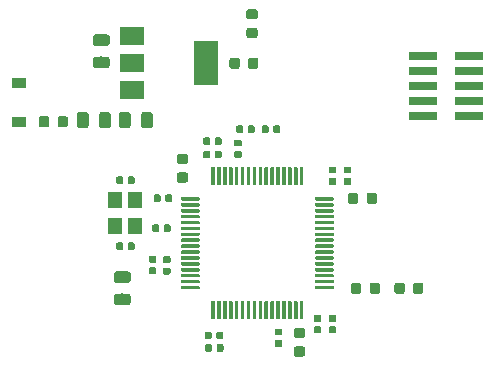
<source format=gbr>
G04 #@! TF.GenerationSoftware,KiCad,Pcbnew,(5.1.4)-1*
G04 #@! TF.CreationDate,2020-10-27T13:41:20+01:00*
G04 #@! TF.ProjectId,STm32f405xx board,53546d33-3266-4343-9035-787820626f61,rev?*
G04 #@! TF.SameCoordinates,Original*
G04 #@! TF.FileFunction,Paste,Top*
G04 #@! TF.FilePolarity,Positive*
%FSLAX46Y46*%
G04 Gerber Fmt 4.6, Leading zero omitted, Abs format (unit mm)*
G04 Created by KiCad (PCBNEW (5.1.4)-1) date 2020-10-27 13:41:20*
%MOMM*%
%LPD*%
G04 APERTURE LIST*
%ADD10C,0.100000*%
%ADD11C,0.875000*%
%ADD12C,0.975000*%
%ADD13C,0.590000*%
%ADD14R,1.200000X0.900000*%
%ADD15R,1.200000X1.400000*%
%ADD16R,2.400000X0.740000*%
%ADD17C,0.300000*%
%ADD18R,2.000000X3.800000*%
%ADD19R,2.000000X1.500000*%
G04 APERTURE END LIST*
D10*
G36*
X110513691Y-88743053D02*
G01*
X110534926Y-88746203D01*
X110555750Y-88751419D01*
X110575962Y-88758651D01*
X110595368Y-88767830D01*
X110613781Y-88778866D01*
X110631024Y-88791654D01*
X110646930Y-88806070D01*
X110661346Y-88821976D01*
X110674134Y-88839219D01*
X110685170Y-88857632D01*
X110694349Y-88877038D01*
X110701581Y-88897250D01*
X110706797Y-88918074D01*
X110709947Y-88939309D01*
X110711000Y-88960750D01*
X110711000Y-89398250D01*
X110709947Y-89419691D01*
X110706797Y-89440926D01*
X110701581Y-89461750D01*
X110694349Y-89481962D01*
X110685170Y-89501368D01*
X110674134Y-89519781D01*
X110661346Y-89537024D01*
X110646930Y-89552930D01*
X110631024Y-89567346D01*
X110613781Y-89580134D01*
X110595368Y-89591170D01*
X110575962Y-89600349D01*
X110555750Y-89607581D01*
X110534926Y-89612797D01*
X110513691Y-89615947D01*
X110492250Y-89617000D01*
X109979750Y-89617000D01*
X109958309Y-89615947D01*
X109937074Y-89612797D01*
X109916250Y-89607581D01*
X109896038Y-89600349D01*
X109876632Y-89591170D01*
X109858219Y-89580134D01*
X109840976Y-89567346D01*
X109825070Y-89552930D01*
X109810654Y-89537024D01*
X109797866Y-89519781D01*
X109786830Y-89501368D01*
X109777651Y-89481962D01*
X109770419Y-89461750D01*
X109765203Y-89440926D01*
X109762053Y-89419691D01*
X109761000Y-89398250D01*
X109761000Y-88960750D01*
X109762053Y-88939309D01*
X109765203Y-88918074D01*
X109770419Y-88897250D01*
X109777651Y-88877038D01*
X109786830Y-88857632D01*
X109797866Y-88839219D01*
X109810654Y-88821976D01*
X109825070Y-88806070D01*
X109840976Y-88791654D01*
X109858219Y-88778866D01*
X109876632Y-88767830D01*
X109896038Y-88758651D01*
X109916250Y-88751419D01*
X109937074Y-88746203D01*
X109958309Y-88743053D01*
X109979750Y-88742000D01*
X110492250Y-88742000D01*
X110513691Y-88743053D01*
X110513691Y-88743053D01*
G37*
D11*
X110236000Y-89179500D03*
D10*
G36*
X110513691Y-87168053D02*
G01*
X110534926Y-87171203D01*
X110555750Y-87176419D01*
X110575962Y-87183651D01*
X110595368Y-87192830D01*
X110613781Y-87203866D01*
X110631024Y-87216654D01*
X110646930Y-87231070D01*
X110661346Y-87246976D01*
X110674134Y-87264219D01*
X110685170Y-87282632D01*
X110694349Y-87302038D01*
X110701581Y-87322250D01*
X110706797Y-87343074D01*
X110709947Y-87364309D01*
X110711000Y-87385750D01*
X110711000Y-87823250D01*
X110709947Y-87844691D01*
X110706797Y-87865926D01*
X110701581Y-87886750D01*
X110694349Y-87906962D01*
X110685170Y-87926368D01*
X110674134Y-87944781D01*
X110661346Y-87962024D01*
X110646930Y-87977930D01*
X110631024Y-87992346D01*
X110613781Y-88005134D01*
X110595368Y-88016170D01*
X110575962Y-88025349D01*
X110555750Y-88032581D01*
X110534926Y-88037797D01*
X110513691Y-88040947D01*
X110492250Y-88042000D01*
X109979750Y-88042000D01*
X109958309Y-88040947D01*
X109937074Y-88037797D01*
X109916250Y-88032581D01*
X109896038Y-88025349D01*
X109876632Y-88016170D01*
X109858219Y-88005134D01*
X109840976Y-87992346D01*
X109825070Y-87977930D01*
X109810654Y-87962024D01*
X109797866Y-87944781D01*
X109786830Y-87926368D01*
X109777651Y-87906962D01*
X109770419Y-87886750D01*
X109765203Y-87865926D01*
X109762053Y-87844691D01*
X109761000Y-87823250D01*
X109761000Y-87385750D01*
X109762053Y-87364309D01*
X109765203Y-87343074D01*
X109770419Y-87322250D01*
X109777651Y-87302038D01*
X109786830Y-87282632D01*
X109797866Y-87264219D01*
X109810654Y-87246976D01*
X109825070Y-87231070D01*
X109840976Y-87216654D01*
X109858219Y-87203866D01*
X109876632Y-87192830D01*
X109896038Y-87183651D01*
X109916250Y-87176419D01*
X109937074Y-87171203D01*
X109958309Y-87168053D01*
X109979750Y-87167000D01*
X110492250Y-87167000D01*
X110513691Y-87168053D01*
X110513691Y-87168053D01*
G37*
D11*
X110236000Y-87604500D03*
D10*
G36*
X115022691Y-75726053D02*
G01*
X115043926Y-75729203D01*
X115064750Y-75734419D01*
X115084962Y-75741651D01*
X115104368Y-75750830D01*
X115122781Y-75761866D01*
X115140024Y-75774654D01*
X115155930Y-75789070D01*
X115170346Y-75804976D01*
X115183134Y-75822219D01*
X115194170Y-75840632D01*
X115203349Y-75860038D01*
X115210581Y-75880250D01*
X115215797Y-75901074D01*
X115218947Y-75922309D01*
X115220000Y-75943750D01*
X115220000Y-76456250D01*
X115218947Y-76477691D01*
X115215797Y-76498926D01*
X115210581Y-76519750D01*
X115203349Y-76539962D01*
X115194170Y-76559368D01*
X115183134Y-76577781D01*
X115170346Y-76595024D01*
X115155930Y-76610930D01*
X115140024Y-76625346D01*
X115122781Y-76638134D01*
X115104368Y-76649170D01*
X115084962Y-76658349D01*
X115064750Y-76665581D01*
X115043926Y-76670797D01*
X115022691Y-76673947D01*
X115001250Y-76675000D01*
X114563750Y-76675000D01*
X114542309Y-76673947D01*
X114521074Y-76670797D01*
X114500250Y-76665581D01*
X114480038Y-76658349D01*
X114460632Y-76649170D01*
X114442219Y-76638134D01*
X114424976Y-76625346D01*
X114409070Y-76610930D01*
X114394654Y-76595024D01*
X114381866Y-76577781D01*
X114370830Y-76559368D01*
X114361651Y-76539962D01*
X114354419Y-76519750D01*
X114349203Y-76498926D01*
X114346053Y-76477691D01*
X114345000Y-76456250D01*
X114345000Y-75943750D01*
X114346053Y-75922309D01*
X114349203Y-75901074D01*
X114354419Y-75880250D01*
X114361651Y-75860038D01*
X114370830Y-75840632D01*
X114381866Y-75822219D01*
X114394654Y-75804976D01*
X114409070Y-75789070D01*
X114424976Y-75774654D01*
X114442219Y-75761866D01*
X114460632Y-75750830D01*
X114480038Y-75741651D01*
X114500250Y-75734419D01*
X114521074Y-75729203D01*
X114542309Y-75726053D01*
X114563750Y-75725000D01*
X115001250Y-75725000D01*
X115022691Y-75726053D01*
X115022691Y-75726053D01*
G37*
D11*
X114782500Y-76200000D03*
D10*
G36*
X116597691Y-75726053D02*
G01*
X116618926Y-75729203D01*
X116639750Y-75734419D01*
X116659962Y-75741651D01*
X116679368Y-75750830D01*
X116697781Y-75761866D01*
X116715024Y-75774654D01*
X116730930Y-75789070D01*
X116745346Y-75804976D01*
X116758134Y-75822219D01*
X116769170Y-75840632D01*
X116778349Y-75860038D01*
X116785581Y-75880250D01*
X116790797Y-75901074D01*
X116793947Y-75922309D01*
X116795000Y-75943750D01*
X116795000Y-76456250D01*
X116793947Y-76477691D01*
X116790797Y-76498926D01*
X116785581Y-76519750D01*
X116778349Y-76539962D01*
X116769170Y-76559368D01*
X116758134Y-76577781D01*
X116745346Y-76595024D01*
X116730930Y-76610930D01*
X116715024Y-76625346D01*
X116697781Y-76638134D01*
X116679368Y-76649170D01*
X116659962Y-76658349D01*
X116639750Y-76665581D01*
X116618926Y-76670797D01*
X116597691Y-76673947D01*
X116576250Y-76675000D01*
X116138750Y-76675000D01*
X116117309Y-76673947D01*
X116096074Y-76670797D01*
X116075250Y-76665581D01*
X116055038Y-76658349D01*
X116035632Y-76649170D01*
X116017219Y-76638134D01*
X115999976Y-76625346D01*
X115984070Y-76610930D01*
X115969654Y-76595024D01*
X115956866Y-76577781D01*
X115945830Y-76559368D01*
X115936651Y-76539962D01*
X115929419Y-76519750D01*
X115924203Y-76498926D01*
X115921053Y-76477691D01*
X115920000Y-76456250D01*
X115920000Y-75943750D01*
X115921053Y-75922309D01*
X115924203Y-75901074D01*
X115929419Y-75880250D01*
X115936651Y-75860038D01*
X115945830Y-75840632D01*
X115956866Y-75822219D01*
X115969654Y-75804976D01*
X115984070Y-75789070D01*
X115999976Y-75774654D01*
X116017219Y-75761866D01*
X116035632Y-75750830D01*
X116055038Y-75741651D01*
X116075250Y-75734419D01*
X116096074Y-75729203D01*
X116117309Y-75726053D01*
X116138750Y-75725000D01*
X116576250Y-75725000D01*
X116597691Y-75726053D01*
X116597691Y-75726053D01*
G37*
D11*
X116357500Y-76200000D03*
D10*
G36*
X97598142Y-68897174D02*
G01*
X97621803Y-68900684D01*
X97645007Y-68906496D01*
X97667529Y-68914554D01*
X97689153Y-68924782D01*
X97709670Y-68937079D01*
X97728883Y-68951329D01*
X97746607Y-68967393D01*
X97762671Y-68985117D01*
X97776921Y-69004330D01*
X97789218Y-69024847D01*
X97799446Y-69046471D01*
X97807504Y-69068993D01*
X97813316Y-69092197D01*
X97816826Y-69115858D01*
X97818000Y-69139750D01*
X97818000Y-70052250D01*
X97816826Y-70076142D01*
X97813316Y-70099803D01*
X97807504Y-70123007D01*
X97799446Y-70145529D01*
X97789218Y-70167153D01*
X97776921Y-70187670D01*
X97762671Y-70206883D01*
X97746607Y-70224607D01*
X97728883Y-70240671D01*
X97709670Y-70254921D01*
X97689153Y-70267218D01*
X97667529Y-70277446D01*
X97645007Y-70285504D01*
X97621803Y-70291316D01*
X97598142Y-70294826D01*
X97574250Y-70296000D01*
X97086750Y-70296000D01*
X97062858Y-70294826D01*
X97039197Y-70291316D01*
X97015993Y-70285504D01*
X96993471Y-70277446D01*
X96971847Y-70267218D01*
X96951330Y-70254921D01*
X96932117Y-70240671D01*
X96914393Y-70224607D01*
X96898329Y-70206883D01*
X96884079Y-70187670D01*
X96871782Y-70167153D01*
X96861554Y-70145529D01*
X96853496Y-70123007D01*
X96847684Y-70099803D01*
X96844174Y-70076142D01*
X96843000Y-70052250D01*
X96843000Y-69139750D01*
X96844174Y-69115858D01*
X96847684Y-69092197D01*
X96853496Y-69068993D01*
X96861554Y-69046471D01*
X96871782Y-69024847D01*
X96884079Y-69004330D01*
X96898329Y-68985117D01*
X96914393Y-68967393D01*
X96932117Y-68951329D01*
X96951330Y-68937079D01*
X96971847Y-68924782D01*
X96993471Y-68914554D01*
X97015993Y-68906496D01*
X97039197Y-68900684D01*
X97062858Y-68897174D01*
X97086750Y-68896000D01*
X97574250Y-68896000D01*
X97598142Y-68897174D01*
X97598142Y-68897174D01*
G37*
D12*
X97330500Y-69596000D03*
D10*
G36*
X95723142Y-68897174D02*
G01*
X95746803Y-68900684D01*
X95770007Y-68906496D01*
X95792529Y-68914554D01*
X95814153Y-68924782D01*
X95834670Y-68937079D01*
X95853883Y-68951329D01*
X95871607Y-68967393D01*
X95887671Y-68985117D01*
X95901921Y-69004330D01*
X95914218Y-69024847D01*
X95924446Y-69046471D01*
X95932504Y-69068993D01*
X95938316Y-69092197D01*
X95941826Y-69115858D01*
X95943000Y-69139750D01*
X95943000Y-70052250D01*
X95941826Y-70076142D01*
X95938316Y-70099803D01*
X95932504Y-70123007D01*
X95924446Y-70145529D01*
X95914218Y-70167153D01*
X95901921Y-70187670D01*
X95887671Y-70206883D01*
X95871607Y-70224607D01*
X95853883Y-70240671D01*
X95834670Y-70254921D01*
X95814153Y-70267218D01*
X95792529Y-70277446D01*
X95770007Y-70285504D01*
X95746803Y-70291316D01*
X95723142Y-70294826D01*
X95699250Y-70296000D01*
X95211750Y-70296000D01*
X95187858Y-70294826D01*
X95164197Y-70291316D01*
X95140993Y-70285504D01*
X95118471Y-70277446D01*
X95096847Y-70267218D01*
X95076330Y-70254921D01*
X95057117Y-70240671D01*
X95039393Y-70224607D01*
X95023329Y-70206883D01*
X95009079Y-70187670D01*
X94996782Y-70167153D01*
X94986554Y-70145529D01*
X94978496Y-70123007D01*
X94972684Y-70099803D01*
X94969174Y-70076142D01*
X94968000Y-70052250D01*
X94968000Y-69139750D01*
X94969174Y-69115858D01*
X94972684Y-69092197D01*
X94978496Y-69068993D01*
X94986554Y-69046471D01*
X94996782Y-69024847D01*
X95009079Y-69004330D01*
X95023329Y-68985117D01*
X95039393Y-68967393D01*
X95057117Y-68951329D01*
X95076330Y-68937079D01*
X95096847Y-68924782D01*
X95118471Y-68914554D01*
X95140993Y-68906496D01*
X95164197Y-68900684D01*
X95187858Y-68897174D01*
X95211750Y-68896000D01*
X95699250Y-68896000D01*
X95723142Y-68897174D01*
X95723142Y-68897174D01*
G37*
D12*
X95455500Y-69596000D03*
D10*
G36*
X93952142Y-64205174D02*
G01*
X93975803Y-64208684D01*
X93999007Y-64214496D01*
X94021529Y-64222554D01*
X94043153Y-64232782D01*
X94063670Y-64245079D01*
X94082883Y-64259329D01*
X94100607Y-64275393D01*
X94116671Y-64293117D01*
X94130921Y-64312330D01*
X94143218Y-64332847D01*
X94153446Y-64354471D01*
X94161504Y-64376993D01*
X94167316Y-64400197D01*
X94170826Y-64423858D01*
X94172000Y-64447750D01*
X94172000Y-64935250D01*
X94170826Y-64959142D01*
X94167316Y-64982803D01*
X94161504Y-65006007D01*
X94153446Y-65028529D01*
X94143218Y-65050153D01*
X94130921Y-65070670D01*
X94116671Y-65089883D01*
X94100607Y-65107607D01*
X94082883Y-65123671D01*
X94063670Y-65137921D01*
X94043153Y-65150218D01*
X94021529Y-65160446D01*
X93999007Y-65168504D01*
X93975803Y-65174316D01*
X93952142Y-65177826D01*
X93928250Y-65179000D01*
X93015750Y-65179000D01*
X92991858Y-65177826D01*
X92968197Y-65174316D01*
X92944993Y-65168504D01*
X92922471Y-65160446D01*
X92900847Y-65150218D01*
X92880330Y-65137921D01*
X92861117Y-65123671D01*
X92843393Y-65107607D01*
X92827329Y-65089883D01*
X92813079Y-65070670D01*
X92800782Y-65050153D01*
X92790554Y-65028529D01*
X92782496Y-65006007D01*
X92776684Y-64982803D01*
X92773174Y-64959142D01*
X92772000Y-64935250D01*
X92772000Y-64447750D01*
X92773174Y-64423858D01*
X92776684Y-64400197D01*
X92782496Y-64376993D01*
X92790554Y-64354471D01*
X92800782Y-64332847D01*
X92813079Y-64312330D01*
X92827329Y-64293117D01*
X92843393Y-64275393D01*
X92861117Y-64259329D01*
X92880330Y-64245079D01*
X92900847Y-64232782D01*
X92922471Y-64222554D01*
X92944993Y-64214496D01*
X92968197Y-64208684D01*
X92991858Y-64205174D01*
X93015750Y-64204000D01*
X93928250Y-64204000D01*
X93952142Y-64205174D01*
X93952142Y-64205174D01*
G37*
D12*
X93472000Y-64691500D03*
D10*
G36*
X93952142Y-62330174D02*
G01*
X93975803Y-62333684D01*
X93999007Y-62339496D01*
X94021529Y-62347554D01*
X94043153Y-62357782D01*
X94063670Y-62370079D01*
X94082883Y-62384329D01*
X94100607Y-62400393D01*
X94116671Y-62418117D01*
X94130921Y-62437330D01*
X94143218Y-62457847D01*
X94153446Y-62479471D01*
X94161504Y-62501993D01*
X94167316Y-62525197D01*
X94170826Y-62548858D01*
X94172000Y-62572750D01*
X94172000Y-63060250D01*
X94170826Y-63084142D01*
X94167316Y-63107803D01*
X94161504Y-63131007D01*
X94153446Y-63153529D01*
X94143218Y-63175153D01*
X94130921Y-63195670D01*
X94116671Y-63214883D01*
X94100607Y-63232607D01*
X94082883Y-63248671D01*
X94063670Y-63262921D01*
X94043153Y-63275218D01*
X94021529Y-63285446D01*
X93999007Y-63293504D01*
X93975803Y-63299316D01*
X93952142Y-63302826D01*
X93928250Y-63304000D01*
X93015750Y-63304000D01*
X92991858Y-63302826D01*
X92968197Y-63299316D01*
X92944993Y-63293504D01*
X92922471Y-63285446D01*
X92900847Y-63275218D01*
X92880330Y-63262921D01*
X92861117Y-63248671D01*
X92843393Y-63232607D01*
X92827329Y-63214883D01*
X92813079Y-63195670D01*
X92800782Y-63175153D01*
X92790554Y-63153529D01*
X92782496Y-63131007D01*
X92776684Y-63107803D01*
X92773174Y-63084142D01*
X92772000Y-63060250D01*
X92772000Y-62572750D01*
X92773174Y-62548858D01*
X92776684Y-62525197D01*
X92782496Y-62501993D01*
X92790554Y-62479471D01*
X92800782Y-62457847D01*
X92813079Y-62437330D01*
X92827329Y-62418117D01*
X92843393Y-62400393D01*
X92861117Y-62384329D01*
X92880330Y-62370079D01*
X92900847Y-62357782D01*
X92922471Y-62347554D01*
X92944993Y-62339496D01*
X92968197Y-62333684D01*
X92991858Y-62330174D01*
X93015750Y-62329000D01*
X93928250Y-62329000D01*
X93952142Y-62330174D01*
X93952142Y-62330174D01*
G37*
D12*
X93472000Y-62816500D03*
D10*
G36*
X95180958Y-74356710D02*
G01*
X95195276Y-74358834D01*
X95209317Y-74362351D01*
X95222946Y-74367228D01*
X95236031Y-74373417D01*
X95248447Y-74380858D01*
X95260073Y-74389481D01*
X95270798Y-74399202D01*
X95280519Y-74409927D01*
X95289142Y-74421553D01*
X95296583Y-74433969D01*
X95302772Y-74447054D01*
X95307649Y-74460683D01*
X95311166Y-74474724D01*
X95313290Y-74489042D01*
X95314000Y-74503500D01*
X95314000Y-74848500D01*
X95313290Y-74862958D01*
X95311166Y-74877276D01*
X95307649Y-74891317D01*
X95302772Y-74904946D01*
X95296583Y-74918031D01*
X95289142Y-74930447D01*
X95280519Y-74942073D01*
X95270798Y-74952798D01*
X95260073Y-74962519D01*
X95248447Y-74971142D01*
X95236031Y-74978583D01*
X95222946Y-74984772D01*
X95209317Y-74989649D01*
X95195276Y-74993166D01*
X95180958Y-74995290D01*
X95166500Y-74996000D01*
X94871500Y-74996000D01*
X94857042Y-74995290D01*
X94842724Y-74993166D01*
X94828683Y-74989649D01*
X94815054Y-74984772D01*
X94801969Y-74978583D01*
X94789553Y-74971142D01*
X94777927Y-74962519D01*
X94767202Y-74952798D01*
X94757481Y-74942073D01*
X94748858Y-74930447D01*
X94741417Y-74918031D01*
X94735228Y-74904946D01*
X94730351Y-74891317D01*
X94726834Y-74877276D01*
X94724710Y-74862958D01*
X94724000Y-74848500D01*
X94724000Y-74503500D01*
X94724710Y-74489042D01*
X94726834Y-74474724D01*
X94730351Y-74460683D01*
X94735228Y-74447054D01*
X94741417Y-74433969D01*
X94748858Y-74421553D01*
X94757481Y-74409927D01*
X94767202Y-74399202D01*
X94777927Y-74389481D01*
X94789553Y-74380858D01*
X94801969Y-74373417D01*
X94815054Y-74367228D01*
X94828683Y-74362351D01*
X94842724Y-74358834D01*
X94857042Y-74356710D01*
X94871500Y-74356000D01*
X95166500Y-74356000D01*
X95180958Y-74356710D01*
X95180958Y-74356710D01*
G37*
D13*
X95019000Y-74676000D03*
D10*
G36*
X96150958Y-74356710D02*
G01*
X96165276Y-74358834D01*
X96179317Y-74362351D01*
X96192946Y-74367228D01*
X96206031Y-74373417D01*
X96218447Y-74380858D01*
X96230073Y-74389481D01*
X96240798Y-74399202D01*
X96250519Y-74409927D01*
X96259142Y-74421553D01*
X96266583Y-74433969D01*
X96272772Y-74447054D01*
X96277649Y-74460683D01*
X96281166Y-74474724D01*
X96283290Y-74489042D01*
X96284000Y-74503500D01*
X96284000Y-74848500D01*
X96283290Y-74862958D01*
X96281166Y-74877276D01*
X96277649Y-74891317D01*
X96272772Y-74904946D01*
X96266583Y-74918031D01*
X96259142Y-74930447D01*
X96250519Y-74942073D01*
X96240798Y-74952798D01*
X96230073Y-74962519D01*
X96218447Y-74971142D01*
X96206031Y-74978583D01*
X96192946Y-74984772D01*
X96179317Y-74989649D01*
X96165276Y-74993166D01*
X96150958Y-74995290D01*
X96136500Y-74996000D01*
X95841500Y-74996000D01*
X95827042Y-74995290D01*
X95812724Y-74993166D01*
X95798683Y-74989649D01*
X95785054Y-74984772D01*
X95771969Y-74978583D01*
X95759553Y-74971142D01*
X95747927Y-74962519D01*
X95737202Y-74952798D01*
X95727481Y-74942073D01*
X95718858Y-74930447D01*
X95711417Y-74918031D01*
X95705228Y-74904946D01*
X95700351Y-74891317D01*
X95696834Y-74877276D01*
X95694710Y-74862958D01*
X95694000Y-74848500D01*
X95694000Y-74503500D01*
X95694710Y-74489042D01*
X95696834Y-74474724D01*
X95700351Y-74460683D01*
X95705228Y-74447054D01*
X95711417Y-74433969D01*
X95718858Y-74421553D01*
X95727481Y-74409927D01*
X95737202Y-74399202D01*
X95747927Y-74389481D01*
X95759553Y-74380858D01*
X95771969Y-74373417D01*
X95785054Y-74367228D01*
X95798683Y-74362351D01*
X95812724Y-74358834D01*
X95827042Y-74356710D01*
X95841500Y-74356000D01*
X96136500Y-74356000D01*
X96150958Y-74356710D01*
X96150958Y-74356710D01*
G37*
D13*
X95989000Y-74676000D03*
D10*
G36*
X97989658Y-82042210D02*
G01*
X98003976Y-82044334D01*
X98018017Y-82047851D01*
X98031646Y-82052728D01*
X98044731Y-82058917D01*
X98057147Y-82066358D01*
X98068773Y-82074981D01*
X98079498Y-82084702D01*
X98089219Y-82095427D01*
X98097842Y-82107053D01*
X98105283Y-82119469D01*
X98111472Y-82132554D01*
X98116349Y-82146183D01*
X98119866Y-82160224D01*
X98121990Y-82174542D01*
X98122700Y-82189000D01*
X98122700Y-82484000D01*
X98121990Y-82498458D01*
X98119866Y-82512776D01*
X98116349Y-82526817D01*
X98111472Y-82540446D01*
X98105283Y-82553531D01*
X98097842Y-82565947D01*
X98089219Y-82577573D01*
X98079498Y-82588298D01*
X98068773Y-82598019D01*
X98057147Y-82606642D01*
X98044731Y-82614083D01*
X98031646Y-82620272D01*
X98018017Y-82625149D01*
X98003976Y-82628666D01*
X97989658Y-82630790D01*
X97975200Y-82631500D01*
X97630200Y-82631500D01*
X97615742Y-82630790D01*
X97601424Y-82628666D01*
X97587383Y-82625149D01*
X97573754Y-82620272D01*
X97560669Y-82614083D01*
X97548253Y-82606642D01*
X97536627Y-82598019D01*
X97525902Y-82588298D01*
X97516181Y-82577573D01*
X97507558Y-82565947D01*
X97500117Y-82553531D01*
X97493928Y-82540446D01*
X97489051Y-82526817D01*
X97485534Y-82512776D01*
X97483410Y-82498458D01*
X97482700Y-82484000D01*
X97482700Y-82189000D01*
X97483410Y-82174542D01*
X97485534Y-82160224D01*
X97489051Y-82146183D01*
X97493928Y-82132554D01*
X97500117Y-82119469D01*
X97507558Y-82107053D01*
X97516181Y-82095427D01*
X97525902Y-82084702D01*
X97536627Y-82074981D01*
X97548253Y-82066358D01*
X97560669Y-82058917D01*
X97573754Y-82052728D01*
X97587383Y-82047851D01*
X97601424Y-82044334D01*
X97615742Y-82042210D01*
X97630200Y-82041500D01*
X97975200Y-82041500D01*
X97989658Y-82042210D01*
X97989658Y-82042210D01*
G37*
D13*
X97802700Y-82336500D03*
D10*
G36*
X97989658Y-81072210D02*
G01*
X98003976Y-81074334D01*
X98018017Y-81077851D01*
X98031646Y-81082728D01*
X98044731Y-81088917D01*
X98057147Y-81096358D01*
X98068773Y-81104981D01*
X98079498Y-81114702D01*
X98089219Y-81125427D01*
X98097842Y-81137053D01*
X98105283Y-81149469D01*
X98111472Y-81162554D01*
X98116349Y-81176183D01*
X98119866Y-81190224D01*
X98121990Y-81204542D01*
X98122700Y-81219000D01*
X98122700Y-81514000D01*
X98121990Y-81528458D01*
X98119866Y-81542776D01*
X98116349Y-81556817D01*
X98111472Y-81570446D01*
X98105283Y-81583531D01*
X98097842Y-81595947D01*
X98089219Y-81607573D01*
X98079498Y-81618298D01*
X98068773Y-81628019D01*
X98057147Y-81636642D01*
X98044731Y-81644083D01*
X98031646Y-81650272D01*
X98018017Y-81655149D01*
X98003976Y-81658666D01*
X97989658Y-81660790D01*
X97975200Y-81661500D01*
X97630200Y-81661500D01*
X97615742Y-81660790D01*
X97601424Y-81658666D01*
X97587383Y-81655149D01*
X97573754Y-81650272D01*
X97560669Y-81644083D01*
X97548253Y-81636642D01*
X97536627Y-81628019D01*
X97525902Y-81618298D01*
X97516181Y-81607573D01*
X97507558Y-81595947D01*
X97500117Y-81583531D01*
X97493928Y-81570446D01*
X97489051Y-81556817D01*
X97485534Y-81542776D01*
X97483410Y-81528458D01*
X97482700Y-81514000D01*
X97482700Y-81219000D01*
X97483410Y-81204542D01*
X97485534Y-81190224D01*
X97489051Y-81176183D01*
X97493928Y-81162554D01*
X97500117Y-81149469D01*
X97507558Y-81137053D01*
X97516181Y-81125427D01*
X97525902Y-81114702D01*
X97536627Y-81104981D01*
X97548253Y-81096358D01*
X97560669Y-81088917D01*
X97573754Y-81082728D01*
X97587383Y-81077851D01*
X97601424Y-81074334D01*
X97615742Y-81072210D01*
X97630200Y-81071500D01*
X97975200Y-81071500D01*
X97989658Y-81072210D01*
X97989658Y-81072210D01*
G37*
D13*
X97802700Y-81366500D03*
D10*
G36*
X95180958Y-79944710D02*
G01*
X95195276Y-79946834D01*
X95209317Y-79950351D01*
X95222946Y-79955228D01*
X95236031Y-79961417D01*
X95248447Y-79968858D01*
X95260073Y-79977481D01*
X95270798Y-79987202D01*
X95280519Y-79997927D01*
X95289142Y-80009553D01*
X95296583Y-80021969D01*
X95302772Y-80035054D01*
X95307649Y-80048683D01*
X95311166Y-80062724D01*
X95313290Y-80077042D01*
X95314000Y-80091500D01*
X95314000Y-80436500D01*
X95313290Y-80450958D01*
X95311166Y-80465276D01*
X95307649Y-80479317D01*
X95302772Y-80492946D01*
X95296583Y-80506031D01*
X95289142Y-80518447D01*
X95280519Y-80530073D01*
X95270798Y-80540798D01*
X95260073Y-80550519D01*
X95248447Y-80559142D01*
X95236031Y-80566583D01*
X95222946Y-80572772D01*
X95209317Y-80577649D01*
X95195276Y-80581166D01*
X95180958Y-80583290D01*
X95166500Y-80584000D01*
X94871500Y-80584000D01*
X94857042Y-80583290D01*
X94842724Y-80581166D01*
X94828683Y-80577649D01*
X94815054Y-80572772D01*
X94801969Y-80566583D01*
X94789553Y-80559142D01*
X94777927Y-80550519D01*
X94767202Y-80540798D01*
X94757481Y-80530073D01*
X94748858Y-80518447D01*
X94741417Y-80506031D01*
X94735228Y-80492946D01*
X94730351Y-80479317D01*
X94726834Y-80465276D01*
X94724710Y-80450958D01*
X94724000Y-80436500D01*
X94724000Y-80091500D01*
X94724710Y-80077042D01*
X94726834Y-80062724D01*
X94730351Y-80048683D01*
X94735228Y-80035054D01*
X94741417Y-80021969D01*
X94748858Y-80009553D01*
X94757481Y-79997927D01*
X94767202Y-79987202D01*
X94777927Y-79977481D01*
X94789553Y-79968858D01*
X94801969Y-79961417D01*
X94815054Y-79955228D01*
X94828683Y-79950351D01*
X94842724Y-79946834D01*
X94857042Y-79944710D01*
X94871500Y-79944000D01*
X95166500Y-79944000D01*
X95180958Y-79944710D01*
X95180958Y-79944710D01*
G37*
D13*
X95019000Y-80264000D03*
D10*
G36*
X96150958Y-79944710D02*
G01*
X96165276Y-79946834D01*
X96179317Y-79950351D01*
X96192946Y-79955228D01*
X96206031Y-79961417D01*
X96218447Y-79968858D01*
X96230073Y-79977481D01*
X96240798Y-79987202D01*
X96250519Y-79997927D01*
X96259142Y-80009553D01*
X96266583Y-80021969D01*
X96272772Y-80035054D01*
X96277649Y-80048683D01*
X96281166Y-80062724D01*
X96283290Y-80077042D01*
X96284000Y-80091500D01*
X96284000Y-80436500D01*
X96283290Y-80450958D01*
X96281166Y-80465276D01*
X96277649Y-80479317D01*
X96272772Y-80492946D01*
X96266583Y-80506031D01*
X96259142Y-80518447D01*
X96250519Y-80530073D01*
X96240798Y-80540798D01*
X96230073Y-80550519D01*
X96218447Y-80559142D01*
X96206031Y-80566583D01*
X96192946Y-80572772D01*
X96179317Y-80577649D01*
X96165276Y-80581166D01*
X96150958Y-80583290D01*
X96136500Y-80584000D01*
X95841500Y-80584000D01*
X95827042Y-80583290D01*
X95812724Y-80581166D01*
X95798683Y-80577649D01*
X95785054Y-80572772D01*
X95771969Y-80566583D01*
X95759553Y-80559142D01*
X95747927Y-80550519D01*
X95737202Y-80540798D01*
X95727481Y-80530073D01*
X95718858Y-80518447D01*
X95711417Y-80506031D01*
X95705228Y-80492946D01*
X95700351Y-80479317D01*
X95696834Y-80465276D01*
X95694710Y-80450958D01*
X95694000Y-80436500D01*
X95694000Y-80091500D01*
X95694710Y-80077042D01*
X95696834Y-80062724D01*
X95700351Y-80048683D01*
X95705228Y-80035054D01*
X95711417Y-80021969D01*
X95718858Y-80009553D01*
X95727481Y-79997927D01*
X95737202Y-79987202D01*
X95747927Y-79977481D01*
X95759553Y-79968858D01*
X95771969Y-79961417D01*
X95785054Y-79955228D01*
X95798683Y-79950351D01*
X95812724Y-79946834D01*
X95827042Y-79944710D01*
X95841500Y-79944000D01*
X96136500Y-79944000D01*
X96150958Y-79944710D01*
X96150958Y-79944710D01*
G37*
D13*
X95989000Y-80264000D03*
D10*
G36*
X100607691Y-74011053D02*
G01*
X100628926Y-74014203D01*
X100649750Y-74019419D01*
X100669962Y-74026651D01*
X100689368Y-74035830D01*
X100707781Y-74046866D01*
X100725024Y-74059654D01*
X100740930Y-74074070D01*
X100755346Y-74089976D01*
X100768134Y-74107219D01*
X100779170Y-74125632D01*
X100788349Y-74145038D01*
X100795581Y-74165250D01*
X100800797Y-74186074D01*
X100803947Y-74207309D01*
X100805000Y-74228750D01*
X100805000Y-74666250D01*
X100803947Y-74687691D01*
X100800797Y-74708926D01*
X100795581Y-74729750D01*
X100788349Y-74749962D01*
X100779170Y-74769368D01*
X100768134Y-74787781D01*
X100755346Y-74805024D01*
X100740930Y-74820930D01*
X100725024Y-74835346D01*
X100707781Y-74848134D01*
X100689368Y-74859170D01*
X100669962Y-74868349D01*
X100649750Y-74875581D01*
X100628926Y-74880797D01*
X100607691Y-74883947D01*
X100586250Y-74885000D01*
X100073750Y-74885000D01*
X100052309Y-74883947D01*
X100031074Y-74880797D01*
X100010250Y-74875581D01*
X99990038Y-74868349D01*
X99970632Y-74859170D01*
X99952219Y-74848134D01*
X99934976Y-74835346D01*
X99919070Y-74820930D01*
X99904654Y-74805024D01*
X99891866Y-74787781D01*
X99880830Y-74769368D01*
X99871651Y-74749962D01*
X99864419Y-74729750D01*
X99859203Y-74708926D01*
X99856053Y-74687691D01*
X99855000Y-74666250D01*
X99855000Y-74228750D01*
X99856053Y-74207309D01*
X99859203Y-74186074D01*
X99864419Y-74165250D01*
X99871651Y-74145038D01*
X99880830Y-74125632D01*
X99891866Y-74107219D01*
X99904654Y-74089976D01*
X99919070Y-74074070D01*
X99934976Y-74059654D01*
X99952219Y-74046866D01*
X99970632Y-74035830D01*
X99990038Y-74026651D01*
X100010250Y-74019419D01*
X100031074Y-74014203D01*
X100052309Y-74011053D01*
X100073750Y-74010000D01*
X100586250Y-74010000D01*
X100607691Y-74011053D01*
X100607691Y-74011053D01*
G37*
D11*
X100330000Y-74447500D03*
D10*
G36*
X100607691Y-72436053D02*
G01*
X100628926Y-72439203D01*
X100649750Y-72444419D01*
X100669962Y-72451651D01*
X100689368Y-72460830D01*
X100707781Y-72471866D01*
X100725024Y-72484654D01*
X100740930Y-72499070D01*
X100755346Y-72514976D01*
X100768134Y-72532219D01*
X100779170Y-72550632D01*
X100788349Y-72570038D01*
X100795581Y-72590250D01*
X100800797Y-72611074D01*
X100803947Y-72632309D01*
X100805000Y-72653750D01*
X100805000Y-73091250D01*
X100803947Y-73112691D01*
X100800797Y-73133926D01*
X100795581Y-73154750D01*
X100788349Y-73174962D01*
X100779170Y-73194368D01*
X100768134Y-73212781D01*
X100755346Y-73230024D01*
X100740930Y-73245930D01*
X100725024Y-73260346D01*
X100707781Y-73273134D01*
X100689368Y-73284170D01*
X100669962Y-73293349D01*
X100649750Y-73300581D01*
X100628926Y-73305797D01*
X100607691Y-73308947D01*
X100586250Y-73310000D01*
X100073750Y-73310000D01*
X100052309Y-73308947D01*
X100031074Y-73305797D01*
X100010250Y-73300581D01*
X99990038Y-73293349D01*
X99970632Y-73284170D01*
X99952219Y-73273134D01*
X99934976Y-73260346D01*
X99919070Y-73245930D01*
X99904654Y-73230024D01*
X99891866Y-73212781D01*
X99880830Y-73194368D01*
X99871651Y-73174962D01*
X99864419Y-73154750D01*
X99859203Y-73133926D01*
X99856053Y-73112691D01*
X99855000Y-73091250D01*
X99855000Y-72653750D01*
X99856053Y-72632309D01*
X99859203Y-72611074D01*
X99864419Y-72590250D01*
X99871651Y-72570038D01*
X99880830Y-72550632D01*
X99891866Y-72532219D01*
X99904654Y-72514976D01*
X99919070Y-72499070D01*
X99934976Y-72484654D01*
X99952219Y-72471866D01*
X99970632Y-72460830D01*
X99990038Y-72451651D01*
X100010250Y-72444419D01*
X100031074Y-72439203D01*
X100052309Y-72436053D01*
X100073750Y-72435000D01*
X100586250Y-72435000D01*
X100607691Y-72436053D01*
X100607691Y-72436053D01*
G37*
D11*
X100330000Y-72872500D03*
D10*
G36*
X102686658Y-87501210D02*
G01*
X102700976Y-87503334D01*
X102715017Y-87506851D01*
X102728646Y-87511728D01*
X102741731Y-87517917D01*
X102754147Y-87525358D01*
X102765773Y-87533981D01*
X102776498Y-87543702D01*
X102786219Y-87554427D01*
X102794842Y-87566053D01*
X102802283Y-87578469D01*
X102808472Y-87591554D01*
X102813349Y-87605183D01*
X102816866Y-87619224D01*
X102818990Y-87633542D01*
X102819700Y-87648000D01*
X102819700Y-87993000D01*
X102818990Y-88007458D01*
X102816866Y-88021776D01*
X102813349Y-88035817D01*
X102808472Y-88049446D01*
X102802283Y-88062531D01*
X102794842Y-88074947D01*
X102786219Y-88086573D01*
X102776498Y-88097298D01*
X102765773Y-88107019D01*
X102754147Y-88115642D01*
X102741731Y-88123083D01*
X102728646Y-88129272D01*
X102715017Y-88134149D01*
X102700976Y-88137666D01*
X102686658Y-88139790D01*
X102672200Y-88140500D01*
X102377200Y-88140500D01*
X102362742Y-88139790D01*
X102348424Y-88137666D01*
X102334383Y-88134149D01*
X102320754Y-88129272D01*
X102307669Y-88123083D01*
X102295253Y-88115642D01*
X102283627Y-88107019D01*
X102272902Y-88097298D01*
X102263181Y-88086573D01*
X102254558Y-88074947D01*
X102247117Y-88062531D01*
X102240928Y-88049446D01*
X102236051Y-88035817D01*
X102232534Y-88021776D01*
X102230410Y-88007458D01*
X102229700Y-87993000D01*
X102229700Y-87648000D01*
X102230410Y-87633542D01*
X102232534Y-87619224D01*
X102236051Y-87605183D01*
X102240928Y-87591554D01*
X102247117Y-87578469D01*
X102254558Y-87566053D01*
X102263181Y-87554427D01*
X102272902Y-87543702D01*
X102283627Y-87533981D01*
X102295253Y-87525358D01*
X102307669Y-87517917D01*
X102320754Y-87511728D01*
X102334383Y-87506851D01*
X102348424Y-87503334D01*
X102362742Y-87501210D01*
X102377200Y-87500500D01*
X102672200Y-87500500D01*
X102686658Y-87501210D01*
X102686658Y-87501210D01*
G37*
D13*
X102524700Y-87820500D03*
D10*
G36*
X103656658Y-87501210D02*
G01*
X103670976Y-87503334D01*
X103685017Y-87506851D01*
X103698646Y-87511728D01*
X103711731Y-87517917D01*
X103724147Y-87525358D01*
X103735773Y-87533981D01*
X103746498Y-87543702D01*
X103756219Y-87554427D01*
X103764842Y-87566053D01*
X103772283Y-87578469D01*
X103778472Y-87591554D01*
X103783349Y-87605183D01*
X103786866Y-87619224D01*
X103788990Y-87633542D01*
X103789700Y-87648000D01*
X103789700Y-87993000D01*
X103788990Y-88007458D01*
X103786866Y-88021776D01*
X103783349Y-88035817D01*
X103778472Y-88049446D01*
X103772283Y-88062531D01*
X103764842Y-88074947D01*
X103756219Y-88086573D01*
X103746498Y-88097298D01*
X103735773Y-88107019D01*
X103724147Y-88115642D01*
X103711731Y-88123083D01*
X103698646Y-88129272D01*
X103685017Y-88134149D01*
X103670976Y-88137666D01*
X103656658Y-88139790D01*
X103642200Y-88140500D01*
X103347200Y-88140500D01*
X103332742Y-88139790D01*
X103318424Y-88137666D01*
X103304383Y-88134149D01*
X103290754Y-88129272D01*
X103277669Y-88123083D01*
X103265253Y-88115642D01*
X103253627Y-88107019D01*
X103242902Y-88097298D01*
X103233181Y-88086573D01*
X103224558Y-88074947D01*
X103217117Y-88062531D01*
X103210928Y-88049446D01*
X103206051Y-88035817D01*
X103202534Y-88021776D01*
X103200410Y-88007458D01*
X103199700Y-87993000D01*
X103199700Y-87648000D01*
X103200410Y-87633542D01*
X103202534Y-87619224D01*
X103206051Y-87605183D01*
X103210928Y-87591554D01*
X103217117Y-87578469D01*
X103224558Y-87566053D01*
X103233181Y-87554427D01*
X103242902Y-87543702D01*
X103253627Y-87533981D01*
X103265253Y-87525358D01*
X103277669Y-87517917D01*
X103290754Y-87511728D01*
X103304383Y-87506851D01*
X103318424Y-87503334D01*
X103332742Y-87501210D01*
X103347200Y-87500500D01*
X103642200Y-87500500D01*
X103656658Y-87501210D01*
X103656658Y-87501210D01*
G37*
D13*
X103494700Y-87820500D03*
D10*
G36*
X102712058Y-88555310D02*
G01*
X102726376Y-88557434D01*
X102740417Y-88560951D01*
X102754046Y-88565828D01*
X102767131Y-88572017D01*
X102779547Y-88579458D01*
X102791173Y-88588081D01*
X102801898Y-88597802D01*
X102811619Y-88608527D01*
X102820242Y-88620153D01*
X102827683Y-88632569D01*
X102833872Y-88645654D01*
X102838749Y-88659283D01*
X102842266Y-88673324D01*
X102844390Y-88687642D01*
X102845100Y-88702100D01*
X102845100Y-89047100D01*
X102844390Y-89061558D01*
X102842266Y-89075876D01*
X102838749Y-89089917D01*
X102833872Y-89103546D01*
X102827683Y-89116631D01*
X102820242Y-89129047D01*
X102811619Y-89140673D01*
X102801898Y-89151398D01*
X102791173Y-89161119D01*
X102779547Y-89169742D01*
X102767131Y-89177183D01*
X102754046Y-89183372D01*
X102740417Y-89188249D01*
X102726376Y-89191766D01*
X102712058Y-89193890D01*
X102697600Y-89194600D01*
X102402600Y-89194600D01*
X102388142Y-89193890D01*
X102373824Y-89191766D01*
X102359783Y-89188249D01*
X102346154Y-89183372D01*
X102333069Y-89177183D01*
X102320653Y-89169742D01*
X102309027Y-89161119D01*
X102298302Y-89151398D01*
X102288581Y-89140673D01*
X102279958Y-89129047D01*
X102272517Y-89116631D01*
X102266328Y-89103546D01*
X102261451Y-89089917D01*
X102257934Y-89075876D01*
X102255810Y-89061558D01*
X102255100Y-89047100D01*
X102255100Y-88702100D01*
X102255810Y-88687642D01*
X102257934Y-88673324D01*
X102261451Y-88659283D01*
X102266328Y-88645654D01*
X102272517Y-88632569D01*
X102279958Y-88620153D01*
X102288581Y-88608527D01*
X102298302Y-88597802D01*
X102309027Y-88588081D01*
X102320653Y-88579458D01*
X102333069Y-88572017D01*
X102346154Y-88565828D01*
X102359783Y-88560951D01*
X102373824Y-88557434D01*
X102388142Y-88555310D01*
X102402600Y-88554600D01*
X102697600Y-88554600D01*
X102712058Y-88555310D01*
X102712058Y-88555310D01*
G37*
D13*
X102550100Y-88874600D03*
D10*
G36*
X103682058Y-88555310D02*
G01*
X103696376Y-88557434D01*
X103710417Y-88560951D01*
X103724046Y-88565828D01*
X103737131Y-88572017D01*
X103749547Y-88579458D01*
X103761173Y-88588081D01*
X103771898Y-88597802D01*
X103781619Y-88608527D01*
X103790242Y-88620153D01*
X103797683Y-88632569D01*
X103803872Y-88645654D01*
X103808749Y-88659283D01*
X103812266Y-88673324D01*
X103814390Y-88687642D01*
X103815100Y-88702100D01*
X103815100Y-89047100D01*
X103814390Y-89061558D01*
X103812266Y-89075876D01*
X103808749Y-89089917D01*
X103803872Y-89103546D01*
X103797683Y-89116631D01*
X103790242Y-89129047D01*
X103781619Y-89140673D01*
X103771898Y-89151398D01*
X103761173Y-89161119D01*
X103749547Y-89169742D01*
X103737131Y-89177183D01*
X103724046Y-89183372D01*
X103710417Y-89188249D01*
X103696376Y-89191766D01*
X103682058Y-89193890D01*
X103667600Y-89194600D01*
X103372600Y-89194600D01*
X103358142Y-89193890D01*
X103343824Y-89191766D01*
X103329783Y-89188249D01*
X103316154Y-89183372D01*
X103303069Y-89177183D01*
X103290653Y-89169742D01*
X103279027Y-89161119D01*
X103268302Y-89151398D01*
X103258581Y-89140673D01*
X103249958Y-89129047D01*
X103242517Y-89116631D01*
X103236328Y-89103546D01*
X103231451Y-89089917D01*
X103227934Y-89075876D01*
X103225810Y-89061558D01*
X103225100Y-89047100D01*
X103225100Y-88702100D01*
X103225810Y-88687642D01*
X103227934Y-88673324D01*
X103231451Y-88659283D01*
X103236328Y-88645654D01*
X103242517Y-88632569D01*
X103249958Y-88620153D01*
X103258581Y-88608527D01*
X103268302Y-88597802D01*
X103279027Y-88588081D01*
X103290653Y-88579458D01*
X103303069Y-88572017D01*
X103316154Y-88565828D01*
X103329783Y-88560951D01*
X103343824Y-88557434D01*
X103358142Y-88555310D01*
X103372600Y-88554600D01*
X103667600Y-88554600D01*
X103682058Y-88555310D01*
X103682058Y-88555310D01*
G37*
D13*
X103520100Y-88874600D03*
D10*
G36*
X111946958Y-86088710D02*
G01*
X111961276Y-86090834D01*
X111975317Y-86094351D01*
X111988946Y-86099228D01*
X112002031Y-86105417D01*
X112014447Y-86112858D01*
X112026073Y-86121481D01*
X112036798Y-86131202D01*
X112046519Y-86141927D01*
X112055142Y-86153553D01*
X112062583Y-86165969D01*
X112068772Y-86179054D01*
X112073649Y-86192683D01*
X112077166Y-86206724D01*
X112079290Y-86221042D01*
X112080000Y-86235500D01*
X112080000Y-86530500D01*
X112079290Y-86544958D01*
X112077166Y-86559276D01*
X112073649Y-86573317D01*
X112068772Y-86586946D01*
X112062583Y-86600031D01*
X112055142Y-86612447D01*
X112046519Y-86624073D01*
X112036798Y-86634798D01*
X112026073Y-86644519D01*
X112014447Y-86653142D01*
X112002031Y-86660583D01*
X111988946Y-86666772D01*
X111975317Y-86671649D01*
X111961276Y-86675166D01*
X111946958Y-86677290D01*
X111932500Y-86678000D01*
X111587500Y-86678000D01*
X111573042Y-86677290D01*
X111558724Y-86675166D01*
X111544683Y-86671649D01*
X111531054Y-86666772D01*
X111517969Y-86660583D01*
X111505553Y-86653142D01*
X111493927Y-86644519D01*
X111483202Y-86634798D01*
X111473481Y-86624073D01*
X111464858Y-86612447D01*
X111457417Y-86600031D01*
X111451228Y-86586946D01*
X111446351Y-86573317D01*
X111442834Y-86559276D01*
X111440710Y-86544958D01*
X111440000Y-86530500D01*
X111440000Y-86235500D01*
X111440710Y-86221042D01*
X111442834Y-86206724D01*
X111446351Y-86192683D01*
X111451228Y-86179054D01*
X111457417Y-86165969D01*
X111464858Y-86153553D01*
X111473481Y-86141927D01*
X111483202Y-86131202D01*
X111493927Y-86121481D01*
X111505553Y-86112858D01*
X111517969Y-86105417D01*
X111531054Y-86099228D01*
X111544683Y-86094351D01*
X111558724Y-86090834D01*
X111573042Y-86088710D01*
X111587500Y-86088000D01*
X111932500Y-86088000D01*
X111946958Y-86088710D01*
X111946958Y-86088710D01*
G37*
D13*
X111760000Y-86383000D03*
D10*
G36*
X111946958Y-87058710D02*
G01*
X111961276Y-87060834D01*
X111975317Y-87064351D01*
X111988946Y-87069228D01*
X112002031Y-87075417D01*
X112014447Y-87082858D01*
X112026073Y-87091481D01*
X112036798Y-87101202D01*
X112046519Y-87111927D01*
X112055142Y-87123553D01*
X112062583Y-87135969D01*
X112068772Y-87149054D01*
X112073649Y-87162683D01*
X112077166Y-87176724D01*
X112079290Y-87191042D01*
X112080000Y-87205500D01*
X112080000Y-87500500D01*
X112079290Y-87514958D01*
X112077166Y-87529276D01*
X112073649Y-87543317D01*
X112068772Y-87556946D01*
X112062583Y-87570031D01*
X112055142Y-87582447D01*
X112046519Y-87594073D01*
X112036798Y-87604798D01*
X112026073Y-87614519D01*
X112014447Y-87623142D01*
X112002031Y-87630583D01*
X111988946Y-87636772D01*
X111975317Y-87641649D01*
X111961276Y-87645166D01*
X111946958Y-87647290D01*
X111932500Y-87648000D01*
X111587500Y-87648000D01*
X111573042Y-87647290D01*
X111558724Y-87645166D01*
X111544683Y-87641649D01*
X111531054Y-87636772D01*
X111517969Y-87630583D01*
X111505553Y-87623142D01*
X111493927Y-87614519D01*
X111483202Y-87604798D01*
X111473481Y-87594073D01*
X111464858Y-87582447D01*
X111457417Y-87570031D01*
X111451228Y-87556946D01*
X111446351Y-87543317D01*
X111442834Y-87529276D01*
X111440710Y-87514958D01*
X111440000Y-87500500D01*
X111440000Y-87205500D01*
X111440710Y-87191042D01*
X111442834Y-87176724D01*
X111446351Y-87162683D01*
X111451228Y-87149054D01*
X111457417Y-87135969D01*
X111464858Y-87123553D01*
X111473481Y-87111927D01*
X111483202Y-87101202D01*
X111493927Y-87091481D01*
X111505553Y-87082858D01*
X111517969Y-87075417D01*
X111531054Y-87069228D01*
X111544683Y-87064351D01*
X111558724Y-87060834D01*
X111573042Y-87058710D01*
X111587500Y-87058000D01*
X111932500Y-87058000D01*
X111946958Y-87058710D01*
X111946958Y-87058710D01*
G37*
D13*
X111760000Y-87353000D03*
D10*
G36*
X99325958Y-75880710D02*
G01*
X99340276Y-75882834D01*
X99354317Y-75886351D01*
X99367946Y-75891228D01*
X99381031Y-75897417D01*
X99393447Y-75904858D01*
X99405073Y-75913481D01*
X99415798Y-75923202D01*
X99425519Y-75933927D01*
X99434142Y-75945553D01*
X99441583Y-75957969D01*
X99447772Y-75971054D01*
X99452649Y-75984683D01*
X99456166Y-75998724D01*
X99458290Y-76013042D01*
X99459000Y-76027500D01*
X99459000Y-76372500D01*
X99458290Y-76386958D01*
X99456166Y-76401276D01*
X99452649Y-76415317D01*
X99447772Y-76428946D01*
X99441583Y-76442031D01*
X99434142Y-76454447D01*
X99425519Y-76466073D01*
X99415798Y-76476798D01*
X99405073Y-76486519D01*
X99393447Y-76495142D01*
X99381031Y-76502583D01*
X99367946Y-76508772D01*
X99354317Y-76513649D01*
X99340276Y-76517166D01*
X99325958Y-76519290D01*
X99311500Y-76520000D01*
X99016500Y-76520000D01*
X99002042Y-76519290D01*
X98987724Y-76517166D01*
X98973683Y-76513649D01*
X98960054Y-76508772D01*
X98946969Y-76502583D01*
X98934553Y-76495142D01*
X98922927Y-76486519D01*
X98912202Y-76476798D01*
X98902481Y-76466073D01*
X98893858Y-76454447D01*
X98886417Y-76442031D01*
X98880228Y-76428946D01*
X98875351Y-76415317D01*
X98871834Y-76401276D01*
X98869710Y-76386958D01*
X98869000Y-76372500D01*
X98869000Y-76027500D01*
X98869710Y-76013042D01*
X98871834Y-75998724D01*
X98875351Y-75984683D01*
X98880228Y-75971054D01*
X98886417Y-75957969D01*
X98893858Y-75945553D01*
X98902481Y-75933927D01*
X98912202Y-75923202D01*
X98922927Y-75913481D01*
X98934553Y-75904858D01*
X98946969Y-75897417D01*
X98960054Y-75891228D01*
X98973683Y-75886351D01*
X98987724Y-75882834D01*
X99002042Y-75880710D01*
X99016500Y-75880000D01*
X99311500Y-75880000D01*
X99325958Y-75880710D01*
X99325958Y-75880710D01*
G37*
D13*
X99164000Y-76200000D03*
D10*
G36*
X98355958Y-75880710D02*
G01*
X98370276Y-75882834D01*
X98384317Y-75886351D01*
X98397946Y-75891228D01*
X98411031Y-75897417D01*
X98423447Y-75904858D01*
X98435073Y-75913481D01*
X98445798Y-75923202D01*
X98455519Y-75933927D01*
X98464142Y-75945553D01*
X98471583Y-75957969D01*
X98477772Y-75971054D01*
X98482649Y-75984683D01*
X98486166Y-75998724D01*
X98488290Y-76013042D01*
X98489000Y-76027500D01*
X98489000Y-76372500D01*
X98488290Y-76386958D01*
X98486166Y-76401276D01*
X98482649Y-76415317D01*
X98477772Y-76428946D01*
X98471583Y-76442031D01*
X98464142Y-76454447D01*
X98455519Y-76466073D01*
X98445798Y-76476798D01*
X98435073Y-76486519D01*
X98423447Y-76495142D01*
X98411031Y-76502583D01*
X98397946Y-76508772D01*
X98384317Y-76513649D01*
X98370276Y-76517166D01*
X98355958Y-76519290D01*
X98341500Y-76520000D01*
X98046500Y-76520000D01*
X98032042Y-76519290D01*
X98017724Y-76517166D01*
X98003683Y-76513649D01*
X97990054Y-76508772D01*
X97976969Y-76502583D01*
X97964553Y-76495142D01*
X97952927Y-76486519D01*
X97942202Y-76476798D01*
X97932481Y-76466073D01*
X97923858Y-76454447D01*
X97916417Y-76442031D01*
X97910228Y-76428946D01*
X97905351Y-76415317D01*
X97901834Y-76401276D01*
X97899710Y-76386958D01*
X97899000Y-76372500D01*
X97899000Y-76027500D01*
X97899710Y-76013042D01*
X97901834Y-75998724D01*
X97905351Y-75984683D01*
X97910228Y-75971054D01*
X97916417Y-75957969D01*
X97923858Y-75945553D01*
X97932481Y-75933927D01*
X97942202Y-75923202D01*
X97952927Y-75913481D01*
X97964553Y-75904858D01*
X97976969Y-75897417D01*
X97990054Y-75891228D01*
X98003683Y-75886351D01*
X98017724Y-75882834D01*
X98032042Y-75880710D01*
X98046500Y-75880000D01*
X98341500Y-75880000D01*
X98355958Y-75880710D01*
X98355958Y-75880710D01*
G37*
D13*
X98194000Y-76200000D03*
D10*
G36*
X113216958Y-73515710D02*
G01*
X113231276Y-73517834D01*
X113245317Y-73521351D01*
X113258946Y-73526228D01*
X113272031Y-73532417D01*
X113284447Y-73539858D01*
X113296073Y-73548481D01*
X113306798Y-73558202D01*
X113316519Y-73568927D01*
X113325142Y-73580553D01*
X113332583Y-73592969D01*
X113338772Y-73606054D01*
X113343649Y-73619683D01*
X113347166Y-73633724D01*
X113349290Y-73648042D01*
X113350000Y-73662500D01*
X113350000Y-73957500D01*
X113349290Y-73971958D01*
X113347166Y-73986276D01*
X113343649Y-74000317D01*
X113338772Y-74013946D01*
X113332583Y-74027031D01*
X113325142Y-74039447D01*
X113316519Y-74051073D01*
X113306798Y-74061798D01*
X113296073Y-74071519D01*
X113284447Y-74080142D01*
X113272031Y-74087583D01*
X113258946Y-74093772D01*
X113245317Y-74098649D01*
X113231276Y-74102166D01*
X113216958Y-74104290D01*
X113202500Y-74105000D01*
X112857500Y-74105000D01*
X112843042Y-74104290D01*
X112828724Y-74102166D01*
X112814683Y-74098649D01*
X112801054Y-74093772D01*
X112787969Y-74087583D01*
X112775553Y-74080142D01*
X112763927Y-74071519D01*
X112753202Y-74061798D01*
X112743481Y-74051073D01*
X112734858Y-74039447D01*
X112727417Y-74027031D01*
X112721228Y-74013946D01*
X112716351Y-74000317D01*
X112712834Y-73986276D01*
X112710710Y-73971958D01*
X112710000Y-73957500D01*
X112710000Y-73662500D01*
X112710710Y-73648042D01*
X112712834Y-73633724D01*
X112716351Y-73619683D01*
X112721228Y-73606054D01*
X112727417Y-73592969D01*
X112734858Y-73580553D01*
X112743481Y-73568927D01*
X112753202Y-73558202D01*
X112763927Y-73548481D01*
X112775553Y-73539858D01*
X112787969Y-73532417D01*
X112801054Y-73526228D01*
X112814683Y-73521351D01*
X112828724Y-73517834D01*
X112843042Y-73515710D01*
X112857500Y-73515000D01*
X113202500Y-73515000D01*
X113216958Y-73515710D01*
X113216958Y-73515710D01*
G37*
D13*
X113030000Y-73810000D03*
D10*
G36*
X113216958Y-74485710D02*
G01*
X113231276Y-74487834D01*
X113245317Y-74491351D01*
X113258946Y-74496228D01*
X113272031Y-74502417D01*
X113284447Y-74509858D01*
X113296073Y-74518481D01*
X113306798Y-74528202D01*
X113316519Y-74538927D01*
X113325142Y-74550553D01*
X113332583Y-74562969D01*
X113338772Y-74576054D01*
X113343649Y-74589683D01*
X113347166Y-74603724D01*
X113349290Y-74618042D01*
X113350000Y-74632500D01*
X113350000Y-74927500D01*
X113349290Y-74941958D01*
X113347166Y-74956276D01*
X113343649Y-74970317D01*
X113338772Y-74983946D01*
X113332583Y-74997031D01*
X113325142Y-75009447D01*
X113316519Y-75021073D01*
X113306798Y-75031798D01*
X113296073Y-75041519D01*
X113284447Y-75050142D01*
X113272031Y-75057583D01*
X113258946Y-75063772D01*
X113245317Y-75068649D01*
X113231276Y-75072166D01*
X113216958Y-75074290D01*
X113202500Y-75075000D01*
X112857500Y-75075000D01*
X112843042Y-75074290D01*
X112828724Y-75072166D01*
X112814683Y-75068649D01*
X112801054Y-75063772D01*
X112787969Y-75057583D01*
X112775553Y-75050142D01*
X112763927Y-75041519D01*
X112753202Y-75031798D01*
X112743481Y-75021073D01*
X112734858Y-75009447D01*
X112727417Y-74997031D01*
X112721228Y-74983946D01*
X112716351Y-74970317D01*
X112712834Y-74956276D01*
X112710710Y-74941958D01*
X112710000Y-74927500D01*
X112710000Y-74632500D01*
X112710710Y-74618042D01*
X112712834Y-74603724D01*
X112716351Y-74589683D01*
X112721228Y-74576054D01*
X112727417Y-74562969D01*
X112734858Y-74550553D01*
X112743481Y-74538927D01*
X112753202Y-74528202D01*
X112763927Y-74518481D01*
X112775553Y-74509858D01*
X112787969Y-74502417D01*
X112801054Y-74496228D01*
X112814683Y-74491351D01*
X112828724Y-74487834D01*
X112843042Y-74485710D01*
X112857500Y-74485000D01*
X113202500Y-74485000D01*
X113216958Y-74485710D01*
X113216958Y-74485710D01*
G37*
D13*
X113030000Y-74780000D03*
D10*
G36*
X114486958Y-74485710D02*
G01*
X114501276Y-74487834D01*
X114515317Y-74491351D01*
X114528946Y-74496228D01*
X114542031Y-74502417D01*
X114554447Y-74509858D01*
X114566073Y-74518481D01*
X114576798Y-74528202D01*
X114586519Y-74538927D01*
X114595142Y-74550553D01*
X114602583Y-74562969D01*
X114608772Y-74576054D01*
X114613649Y-74589683D01*
X114617166Y-74603724D01*
X114619290Y-74618042D01*
X114620000Y-74632500D01*
X114620000Y-74927500D01*
X114619290Y-74941958D01*
X114617166Y-74956276D01*
X114613649Y-74970317D01*
X114608772Y-74983946D01*
X114602583Y-74997031D01*
X114595142Y-75009447D01*
X114586519Y-75021073D01*
X114576798Y-75031798D01*
X114566073Y-75041519D01*
X114554447Y-75050142D01*
X114542031Y-75057583D01*
X114528946Y-75063772D01*
X114515317Y-75068649D01*
X114501276Y-75072166D01*
X114486958Y-75074290D01*
X114472500Y-75075000D01*
X114127500Y-75075000D01*
X114113042Y-75074290D01*
X114098724Y-75072166D01*
X114084683Y-75068649D01*
X114071054Y-75063772D01*
X114057969Y-75057583D01*
X114045553Y-75050142D01*
X114033927Y-75041519D01*
X114023202Y-75031798D01*
X114013481Y-75021073D01*
X114004858Y-75009447D01*
X113997417Y-74997031D01*
X113991228Y-74983946D01*
X113986351Y-74970317D01*
X113982834Y-74956276D01*
X113980710Y-74941958D01*
X113980000Y-74927500D01*
X113980000Y-74632500D01*
X113980710Y-74618042D01*
X113982834Y-74603724D01*
X113986351Y-74589683D01*
X113991228Y-74576054D01*
X113997417Y-74562969D01*
X114004858Y-74550553D01*
X114013481Y-74538927D01*
X114023202Y-74528202D01*
X114033927Y-74518481D01*
X114045553Y-74509858D01*
X114057969Y-74502417D01*
X114071054Y-74496228D01*
X114084683Y-74491351D01*
X114098724Y-74487834D01*
X114113042Y-74485710D01*
X114127500Y-74485000D01*
X114472500Y-74485000D01*
X114486958Y-74485710D01*
X114486958Y-74485710D01*
G37*
D13*
X114300000Y-74780000D03*
D10*
G36*
X114486958Y-73515710D02*
G01*
X114501276Y-73517834D01*
X114515317Y-73521351D01*
X114528946Y-73526228D01*
X114542031Y-73532417D01*
X114554447Y-73539858D01*
X114566073Y-73548481D01*
X114576798Y-73558202D01*
X114586519Y-73568927D01*
X114595142Y-73580553D01*
X114602583Y-73592969D01*
X114608772Y-73606054D01*
X114613649Y-73619683D01*
X114617166Y-73633724D01*
X114619290Y-73648042D01*
X114620000Y-73662500D01*
X114620000Y-73957500D01*
X114619290Y-73971958D01*
X114617166Y-73986276D01*
X114613649Y-74000317D01*
X114608772Y-74013946D01*
X114602583Y-74027031D01*
X114595142Y-74039447D01*
X114586519Y-74051073D01*
X114576798Y-74061798D01*
X114566073Y-74071519D01*
X114554447Y-74080142D01*
X114542031Y-74087583D01*
X114528946Y-74093772D01*
X114515317Y-74098649D01*
X114501276Y-74102166D01*
X114486958Y-74104290D01*
X114472500Y-74105000D01*
X114127500Y-74105000D01*
X114113042Y-74104290D01*
X114098724Y-74102166D01*
X114084683Y-74098649D01*
X114071054Y-74093772D01*
X114057969Y-74087583D01*
X114045553Y-74080142D01*
X114033927Y-74071519D01*
X114023202Y-74061798D01*
X114013481Y-74051073D01*
X114004858Y-74039447D01*
X113997417Y-74027031D01*
X113991228Y-74013946D01*
X113986351Y-74000317D01*
X113982834Y-73986276D01*
X113980710Y-73971958D01*
X113980000Y-73957500D01*
X113980000Y-73662500D01*
X113980710Y-73648042D01*
X113982834Y-73633724D01*
X113986351Y-73619683D01*
X113991228Y-73606054D01*
X113997417Y-73592969D01*
X114004858Y-73580553D01*
X114013481Y-73568927D01*
X114023202Y-73558202D01*
X114033927Y-73548481D01*
X114045553Y-73539858D01*
X114057969Y-73532417D01*
X114071054Y-73526228D01*
X114084683Y-73521351D01*
X114098724Y-73517834D01*
X114113042Y-73515710D01*
X114127500Y-73515000D01*
X114472500Y-73515000D01*
X114486958Y-73515710D01*
X114486958Y-73515710D01*
G37*
D13*
X114300000Y-73810000D03*
D10*
G36*
X103516958Y-71054710D02*
G01*
X103531276Y-71056834D01*
X103545317Y-71060351D01*
X103558946Y-71065228D01*
X103572031Y-71071417D01*
X103584447Y-71078858D01*
X103596073Y-71087481D01*
X103606798Y-71097202D01*
X103616519Y-71107927D01*
X103625142Y-71119553D01*
X103632583Y-71131969D01*
X103638772Y-71145054D01*
X103643649Y-71158683D01*
X103647166Y-71172724D01*
X103649290Y-71187042D01*
X103650000Y-71201500D01*
X103650000Y-71546500D01*
X103649290Y-71560958D01*
X103647166Y-71575276D01*
X103643649Y-71589317D01*
X103638772Y-71602946D01*
X103632583Y-71616031D01*
X103625142Y-71628447D01*
X103616519Y-71640073D01*
X103606798Y-71650798D01*
X103596073Y-71660519D01*
X103584447Y-71669142D01*
X103572031Y-71676583D01*
X103558946Y-71682772D01*
X103545317Y-71687649D01*
X103531276Y-71691166D01*
X103516958Y-71693290D01*
X103502500Y-71694000D01*
X103207500Y-71694000D01*
X103193042Y-71693290D01*
X103178724Y-71691166D01*
X103164683Y-71687649D01*
X103151054Y-71682772D01*
X103137969Y-71676583D01*
X103125553Y-71669142D01*
X103113927Y-71660519D01*
X103103202Y-71650798D01*
X103093481Y-71640073D01*
X103084858Y-71628447D01*
X103077417Y-71616031D01*
X103071228Y-71602946D01*
X103066351Y-71589317D01*
X103062834Y-71575276D01*
X103060710Y-71560958D01*
X103060000Y-71546500D01*
X103060000Y-71201500D01*
X103060710Y-71187042D01*
X103062834Y-71172724D01*
X103066351Y-71158683D01*
X103071228Y-71145054D01*
X103077417Y-71131969D01*
X103084858Y-71119553D01*
X103093481Y-71107927D01*
X103103202Y-71097202D01*
X103113927Y-71087481D01*
X103125553Y-71078858D01*
X103137969Y-71071417D01*
X103151054Y-71065228D01*
X103164683Y-71060351D01*
X103178724Y-71056834D01*
X103193042Y-71054710D01*
X103207500Y-71054000D01*
X103502500Y-71054000D01*
X103516958Y-71054710D01*
X103516958Y-71054710D01*
G37*
D13*
X103355000Y-71374000D03*
D10*
G36*
X102546958Y-71054710D02*
G01*
X102561276Y-71056834D01*
X102575317Y-71060351D01*
X102588946Y-71065228D01*
X102602031Y-71071417D01*
X102614447Y-71078858D01*
X102626073Y-71087481D01*
X102636798Y-71097202D01*
X102646519Y-71107927D01*
X102655142Y-71119553D01*
X102662583Y-71131969D01*
X102668772Y-71145054D01*
X102673649Y-71158683D01*
X102677166Y-71172724D01*
X102679290Y-71187042D01*
X102680000Y-71201500D01*
X102680000Y-71546500D01*
X102679290Y-71560958D01*
X102677166Y-71575276D01*
X102673649Y-71589317D01*
X102668772Y-71602946D01*
X102662583Y-71616031D01*
X102655142Y-71628447D01*
X102646519Y-71640073D01*
X102636798Y-71650798D01*
X102626073Y-71660519D01*
X102614447Y-71669142D01*
X102602031Y-71676583D01*
X102588946Y-71682772D01*
X102575317Y-71687649D01*
X102561276Y-71691166D01*
X102546958Y-71693290D01*
X102532500Y-71694000D01*
X102237500Y-71694000D01*
X102223042Y-71693290D01*
X102208724Y-71691166D01*
X102194683Y-71687649D01*
X102181054Y-71682772D01*
X102167969Y-71676583D01*
X102155553Y-71669142D01*
X102143927Y-71660519D01*
X102133202Y-71650798D01*
X102123481Y-71640073D01*
X102114858Y-71628447D01*
X102107417Y-71616031D01*
X102101228Y-71602946D01*
X102096351Y-71589317D01*
X102092834Y-71575276D01*
X102090710Y-71560958D01*
X102090000Y-71546500D01*
X102090000Y-71201500D01*
X102090710Y-71187042D01*
X102092834Y-71172724D01*
X102096351Y-71158683D01*
X102101228Y-71145054D01*
X102107417Y-71131969D01*
X102114858Y-71119553D01*
X102123481Y-71107927D01*
X102133202Y-71097202D01*
X102143927Y-71087481D01*
X102155553Y-71078858D01*
X102167969Y-71071417D01*
X102181054Y-71065228D01*
X102194683Y-71060351D01*
X102208724Y-71056834D01*
X102223042Y-71054710D01*
X102237500Y-71054000D01*
X102532500Y-71054000D01*
X102546958Y-71054710D01*
X102546958Y-71054710D01*
G37*
D13*
X102385000Y-71374000D03*
D10*
G36*
X113216958Y-86088710D02*
G01*
X113231276Y-86090834D01*
X113245317Y-86094351D01*
X113258946Y-86099228D01*
X113272031Y-86105417D01*
X113284447Y-86112858D01*
X113296073Y-86121481D01*
X113306798Y-86131202D01*
X113316519Y-86141927D01*
X113325142Y-86153553D01*
X113332583Y-86165969D01*
X113338772Y-86179054D01*
X113343649Y-86192683D01*
X113347166Y-86206724D01*
X113349290Y-86221042D01*
X113350000Y-86235500D01*
X113350000Y-86530500D01*
X113349290Y-86544958D01*
X113347166Y-86559276D01*
X113343649Y-86573317D01*
X113338772Y-86586946D01*
X113332583Y-86600031D01*
X113325142Y-86612447D01*
X113316519Y-86624073D01*
X113306798Y-86634798D01*
X113296073Y-86644519D01*
X113284447Y-86653142D01*
X113272031Y-86660583D01*
X113258946Y-86666772D01*
X113245317Y-86671649D01*
X113231276Y-86675166D01*
X113216958Y-86677290D01*
X113202500Y-86678000D01*
X112857500Y-86678000D01*
X112843042Y-86677290D01*
X112828724Y-86675166D01*
X112814683Y-86671649D01*
X112801054Y-86666772D01*
X112787969Y-86660583D01*
X112775553Y-86653142D01*
X112763927Y-86644519D01*
X112753202Y-86634798D01*
X112743481Y-86624073D01*
X112734858Y-86612447D01*
X112727417Y-86600031D01*
X112721228Y-86586946D01*
X112716351Y-86573317D01*
X112712834Y-86559276D01*
X112710710Y-86544958D01*
X112710000Y-86530500D01*
X112710000Y-86235500D01*
X112710710Y-86221042D01*
X112712834Y-86206724D01*
X112716351Y-86192683D01*
X112721228Y-86179054D01*
X112727417Y-86165969D01*
X112734858Y-86153553D01*
X112743481Y-86141927D01*
X112753202Y-86131202D01*
X112763927Y-86121481D01*
X112775553Y-86112858D01*
X112787969Y-86105417D01*
X112801054Y-86099228D01*
X112814683Y-86094351D01*
X112828724Y-86090834D01*
X112843042Y-86088710D01*
X112857500Y-86088000D01*
X113202500Y-86088000D01*
X113216958Y-86088710D01*
X113216958Y-86088710D01*
G37*
D13*
X113030000Y-86383000D03*
D10*
G36*
X113216958Y-87058710D02*
G01*
X113231276Y-87060834D01*
X113245317Y-87064351D01*
X113258946Y-87069228D01*
X113272031Y-87075417D01*
X113284447Y-87082858D01*
X113296073Y-87091481D01*
X113306798Y-87101202D01*
X113316519Y-87111927D01*
X113325142Y-87123553D01*
X113332583Y-87135969D01*
X113338772Y-87149054D01*
X113343649Y-87162683D01*
X113347166Y-87176724D01*
X113349290Y-87191042D01*
X113350000Y-87205500D01*
X113350000Y-87500500D01*
X113349290Y-87514958D01*
X113347166Y-87529276D01*
X113343649Y-87543317D01*
X113338772Y-87556946D01*
X113332583Y-87570031D01*
X113325142Y-87582447D01*
X113316519Y-87594073D01*
X113306798Y-87604798D01*
X113296073Y-87614519D01*
X113284447Y-87623142D01*
X113272031Y-87630583D01*
X113258946Y-87636772D01*
X113245317Y-87641649D01*
X113231276Y-87645166D01*
X113216958Y-87647290D01*
X113202500Y-87648000D01*
X112857500Y-87648000D01*
X112843042Y-87647290D01*
X112828724Y-87645166D01*
X112814683Y-87641649D01*
X112801054Y-87636772D01*
X112787969Y-87630583D01*
X112775553Y-87623142D01*
X112763927Y-87614519D01*
X112753202Y-87604798D01*
X112743481Y-87594073D01*
X112734858Y-87582447D01*
X112727417Y-87570031D01*
X112721228Y-87556946D01*
X112716351Y-87543317D01*
X112712834Y-87529276D01*
X112710710Y-87514958D01*
X112710000Y-87500500D01*
X112710000Y-87205500D01*
X112710710Y-87191042D01*
X112712834Y-87176724D01*
X112716351Y-87162683D01*
X112721228Y-87149054D01*
X112727417Y-87135969D01*
X112734858Y-87123553D01*
X112743481Y-87111927D01*
X112753202Y-87101202D01*
X112763927Y-87091481D01*
X112775553Y-87082858D01*
X112787969Y-87075417D01*
X112801054Y-87069228D01*
X112814683Y-87064351D01*
X112828724Y-87060834D01*
X112843042Y-87058710D01*
X112857500Y-87058000D01*
X113202500Y-87058000D01*
X113216958Y-87058710D01*
X113216958Y-87058710D01*
G37*
D13*
X113030000Y-87353000D03*
D10*
G36*
X103516958Y-72197710D02*
G01*
X103531276Y-72199834D01*
X103545317Y-72203351D01*
X103558946Y-72208228D01*
X103572031Y-72214417D01*
X103584447Y-72221858D01*
X103596073Y-72230481D01*
X103606798Y-72240202D01*
X103616519Y-72250927D01*
X103625142Y-72262553D01*
X103632583Y-72274969D01*
X103638772Y-72288054D01*
X103643649Y-72301683D01*
X103647166Y-72315724D01*
X103649290Y-72330042D01*
X103650000Y-72344500D01*
X103650000Y-72689500D01*
X103649290Y-72703958D01*
X103647166Y-72718276D01*
X103643649Y-72732317D01*
X103638772Y-72745946D01*
X103632583Y-72759031D01*
X103625142Y-72771447D01*
X103616519Y-72783073D01*
X103606798Y-72793798D01*
X103596073Y-72803519D01*
X103584447Y-72812142D01*
X103572031Y-72819583D01*
X103558946Y-72825772D01*
X103545317Y-72830649D01*
X103531276Y-72834166D01*
X103516958Y-72836290D01*
X103502500Y-72837000D01*
X103207500Y-72837000D01*
X103193042Y-72836290D01*
X103178724Y-72834166D01*
X103164683Y-72830649D01*
X103151054Y-72825772D01*
X103137969Y-72819583D01*
X103125553Y-72812142D01*
X103113927Y-72803519D01*
X103103202Y-72793798D01*
X103093481Y-72783073D01*
X103084858Y-72771447D01*
X103077417Y-72759031D01*
X103071228Y-72745946D01*
X103066351Y-72732317D01*
X103062834Y-72718276D01*
X103060710Y-72703958D01*
X103060000Y-72689500D01*
X103060000Y-72344500D01*
X103060710Y-72330042D01*
X103062834Y-72315724D01*
X103066351Y-72301683D01*
X103071228Y-72288054D01*
X103077417Y-72274969D01*
X103084858Y-72262553D01*
X103093481Y-72250927D01*
X103103202Y-72240202D01*
X103113927Y-72230481D01*
X103125553Y-72221858D01*
X103137969Y-72214417D01*
X103151054Y-72208228D01*
X103164683Y-72203351D01*
X103178724Y-72199834D01*
X103193042Y-72197710D01*
X103207500Y-72197000D01*
X103502500Y-72197000D01*
X103516958Y-72197710D01*
X103516958Y-72197710D01*
G37*
D13*
X103355000Y-72517000D03*
D10*
G36*
X102546958Y-72197710D02*
G01*
X102561276Y-72199834D01*
X102575317Y-72203351D01*
X102588946Y-72208228D01*
X102602031Y-72214417D01*
X102614447Y-72221858D01*
X102626073Y-72230481D01*
X102636798Y-72240202D01*
X102646519Y-72250927D01*
X102655142Y-72262553D01*
X102662583Y-72274969D01*
X102668772Y-72288054D01*
X102673649Y-72301683D01*
X102677166Y-72315724D01*
X102679290Y-72330042D01*
X102680000Y-72344500D01*
X102680000Y-72689500D01*
X102679290Y-72703958D01*
X102677166Y-72718276D01*
X102673649Y-72732317D01*
X102668772Y-72745946D01*
X102662583Y-72759031D01*
X102655142Y-72771447D01*
X102646519Y-72783073D01*
X102636798Y-72793798D01*
X102626073Y-72803519D01*
X102614447Y-72812142D01*
X102602031Y-72819583D01*
X102588946Y-72825772D01*
X102575317Y-72830649D01*
X102561276Y-72834166D01*
X102546958Y-72836290D01*
X102532500Y-72837000D01*
X102237500Y-72837000D01*
X102223042Y-72836290D01*
X102208724Y-72834166D01*
X102194683Y-72830649D01*
X102181054Y-72825772D01*
X102167969Y-72819583D01*
X102155553Y-72812142D01*
X102143927Y-72803519D01*
X102133202Y-72793798D01*
X102123481Y-72783073D01*
X102114858Y-72771447D01*
X102107417Y-72759031D01*
X102101228Y-72745946D01*
X102096351Y-72732317D01*
X102092834Y-72718276D01*
X102090710Y-72703958D01*
X102090000Y-72689500D01*
X102090000Y-72344500D01*
X102090710Y-72330042D01*
X102092834Y-72315724D01*
X102096351Y-72301683D01*
X102101228Y-72288054D01*
X102107417Y-72274969D01*
X102114858Y-72262553D01*
X102123481Y-72250927D01*
X102133202Y-72240202D01*
X102143927Y-72230481D01*
X102155553Y-72221858D01*
X102167969Y-72214417D01*
X102181054Y-72208228D01*
X102194683Y-72203351D01*
X102208724Y-72199834D01*
X102223042Y-72197710D01*
X102237500Y-72197000D01*
X102532500Y-72197000D01*
X102546958Y-72197710D01*
X102546958Y-72197710D01*
G37*
D13*
X102385000Y-72517000D03*
D14*
X86487000Y-69722000D03*
X86487000Y-66422000D03*
D10*
G36*
X115276691Y-83346053D02*
G01*
X115297926Y-83349203D01*
X115318750Y-83354419D01*
X115338962Y-83361651D01*
X115358368Y-83370830D01*
X115376781Y-83381866D01*
X115394024Y-83394654D01*
X115409930Y-83409070D01*
X115424346Y-83424976D01*
X115437134Y-83442219D01*
X115448170Y-83460632D01*
X115457349Y-83480038D01*
X115464581Y-83500250D01*
X115469797Y-83521074D01*
X115472947Y-83542309D01*
X115474000Y-83563750D01*
X115474000Y-84076250D01*
X115472947Y-84097691D01*
X115469797Y-84118926D01*
X115464581Y-84139750D01*
X115457349Y-84159962D01*
X115448170Y-84179368D01*
X115437134Y-84197781D01*
X115424346Y-84215024D01*
X115409930Y-84230930D01*
X115394024Y-84245346D01*
X115376781Y-84258134D01*
X115358368Y-84269170D01*
X115338962Y-84278349D01*
X115318750Y-84285581D01*
X115297926Y-84290797D01*
X115276691Y-84293947D01*
X115255250Y-84295000D01*
X114817750Y-84295000D01*
X114796309Y-84293947D01*
X114775074Y-84290797D01*
X114754250Y-84285581D01*
X114734038Y-84278349D01*
X114714632Y-84269170D01*
X114696219Y-84258134D01*
X114678976Y-84245346D01*
X114663070Y-84230930D01*
X114648654Y-84215024D01*
X114635866Y-84197781D01*
X114624830Y-84179368D01*
X114615651Y-84159962D01*
X114608419Y-84139750D01*
X114603203Y-84118926D01*
X114600053Y-84097691D01*
X114599000Y-84076250D01*
X114599000Y-83563750D01*
X114600053Y-83542309D01*
X114603203Y-83521074D01*
X114608419Y-83500250D01*
X114615651Y-83480038D01*
X114624830Y-83460632D01*
X114635866Y-83442219D01*
X114648654Y-83424976D01*
X114663070Y-83409070D01*
X114678976Y-83394654D01*
X114696219Y-83381866D01*
X114714632Y-83370830D01*
X114734038Y-83361651D01*
X114754250Y-83354419D01*
X114775074Y-83349203D01*
X114796309Y-83346053D01*
X114817750Y-83345000D01*
X115255250Y-83345000D01*
X115276691Y-83346053D01*
X115276691Y-83346053D01*
G37*
D11*
X115036500Y-83820000D03*
D10*
G36*
X116851691Y-83346053D02*
G01*
X116872926Y-83349203D01*
X116893750Y-83354419D01*
X116913962Y-83361651D01*
X116933368Y-83370830D01*
X116951781Y-83381866D01*
X116969024Y-83394654D01*
X116984930Y-83409070D01*
X116999346Y-83424976D01*
X117012134Y-83442219D01*
X117023170Y-83460632D01*
X117032349Y-83480038D01*
X117039581Y-83500250D01*
X117044797Y-83521074D01*
X117047947Y-83542309D01*
X117049000Y-83563750D01*
X117049000Y-84076250D01*
X117047947Y-84097691D01*
X117044797Y-84118926D01*
X117039581Y-84139750D01*
X117032349Y-84159962D01*
X117023170Y-84179368D01*
X117012134Y-84197781D01*
X116999346Y-84215024D01*
X116984930Y-84230930D01*
X116969024Y-84245346D01*
X116951781Y-84258134D01*
X116933368Y-84269170D01*
X116913962Y-84278349D01*
X116893750Y-84285581D01*
X116872926Y-84290797D01*
X116851691Y-84293947D01*
X116830250Y-84295000D01*
X116392750Y-84295000D01*
X116371309Y-84293947D01*
X116350074Y-84290797D01*
X116329250Y-84285581D01*
X116309038Y-84278349D01*
X116289632Y-84269170D01*
X116271219Y-84258134D01*
X116253976Y-84245346D01*
X116238070Y-84230930D01*
X116223654Y-84215024D01*
X116210866Y-84197781D01*
X116199830Y-84179368D01*
X116190651Y-84159962D01*
X116183419Y-84139750D01*
X116178203Y-84118926D01*
X116175053Y-84097691D01*
X116174000Y-84076250D01*
X116174000Y-83563750D01*
X116175053Y-83542309D01*
X116178203Y-83521074D01*
X116183419Y-83500250D01*
X116190651Y-83480038D01*
X116199830Y-83460632D01*
X116210866Y-83442219D01*
X116223654Y-83424976D01*
X116238070Y-83409070D01*
X116253976Y-83394654D01*
X116271219Y-83381866D01*
X116289632Y-83370830D01*
X116309038Y-83361651D01*
X116329250Y-83354419D01*
X116350074Y-83349203D01*
X116371309Y-83346053D01*
X116392750Y-83345000D01*
X116830250Y-83345000D01*
X116851691Y-83346053D01*
X116851691Y-83346053D01*
G37*
D11*
X116611500Y-83820000D03*
D10*
G36*
X106564691Y-64296053D02*
G01*
X106585926Y-64299203D01*
X106606750Y-64304419D01*
X106626962Y-64311651D01*
X106646368Y-64320830D01*
X106664781Y-64331866D01*
X106682024Y-64344654D01*
X106697930Y-64359070D01*
X106712346Y-64374976D01*
X106725134Y-64392219D01*
X106736170Y-64410632D01*
X106745349Y-64430038D01*
X106752581Y-64450250D01*
X106757797Y-64471074D01*
X106760947Y-64492309D01*
X106762000Y-64513750D01*
X106762000Y-65026250D01*
X106760947Y-65047691D01*
X106757797Y-65068926D01*
X106752581Y-65089750D01*
X106745349Y-65109962D01*
X106736170Y-65129368D01*
X106725134Y-65147781D01*
X106712346Y-65165024D01*
X106697930Y-65180930D01*
X106682024Y-65195346D01*
X106664781Y-65208134D01*
X106646368Y-65219170D01*
X106626962Y-65228349D01*
X106606750Y-65235581D01*
X106585926Y-65240797D01*
X106564691Y-65243947D01*
X106543250Y-65245000D01*
X106105750Y-65245000D01*
X106084309Y-65243947D01*
X106063074Y-65240797D01*
X106042250Y-65235581D01*
X106022038Y-65228349D01*
X106002632Y-65219170D01*
X105984219Y-65208134D01*
X105966976Y-65195346D01*
X105951070Y-65180930D01*
X105936654Y-65165024D01*
X105923866Y-65147781D01*
X105912830Y-65129368D01*
X105903651Y-65109962D01*
X105896419Y-65089750D01*
X105891203Y-65068926D01*
X105888053Y-65047691D01*
X105887000Y-65026250D01*
X105887000Y-64513750D01*
X105888053Y-64492309D01*
X105891203Y-64471074D01*
X105896419Y-64450250D01*
X105903651Y-64430038D01*
X105912830Y-64410632D01*
X105923866Y-64392219D01*
X105936654Y-64374976D01*
X105951070Y-64359070D01*
X105966976Y-64344654D01*
X105984219Y-64331866D01*
X106002632Y-64320830D01*
X106022038Y-64311651D01*
X106042250Y-64304419D01*
X106063074Y-64299203D01*
X106084309Y-64296053D01*
X106105750Y-64295000D01*
X106543250Y-64295000D01*
X106564691Y-64296053D01*
X106564691Y-64296053D01*
G37*
D11*
X106324500Y-64770000D03*
D10*
G36*
X104989691Y-64296053D02*
G01*
X105010926Y-64299203D01*
X105031750Y-64304419D01*
X105051962Y-64311651D01*
X105071368Y-64320830D01*
X105089781Y-64331866D01*
X105107024Y-64344654D01*
X105122930Y-64359070D01*
X105137346Y-64374976D01*
X105150134Y-64392219D01*
X105161170Y-64410632D01*
X105170349Y-64430038D01*
X105177581Y-64450250D01*
X105182797Y-64471074D01*
X105185947Y-64492309D01*
X105187000Y-64513750D01*
X105187000Y-65026250D01*
X105185947Y-65047691D01*
X105182797Y-65068926D01*
X105177581Y-65089750D01*
X105170349Y-65109962D01*
X105161170Y-65129368D01*
X105150134Y-65147781D01*
X105137346Y-65165024D01*
X105122930Y-65180930D01*
X105107024Y-65195346D01*
X105089781Y-65208134D01*
X105071368Y-65219170D01*
X105051962Y-65228349D01*
X105031750Y-65235581D01*
X105010926Y-65240797D01*
X104989691Y-65243947D01*
X104968250Y-65245000D01*
X104530750Y-65245000D01*
X104509309Y-65243947D01*
X104488074Y-65240797D01*
X104467250Y-65235581D01*
X104447038Y-65228349D01*
X104427632Y-65219170D01*
X104409219Y-65208134D01*
X104391976Y-65195346D01*
X104376070Y-65180930D01*
X104361654Y-65165024D01*
X104348866Y-65147781D01*
X104337830Y-65129368D01*
X104328651Y-65109962D01*
X104321419Y-65089750D01*
X104316203Y-65068926D01*
X104313053Y-65047691D01*
X104312000Y-65026250D01*
X104312000Y-64513750D01*
X104313053Y-64492309D01*
X104316203Y-64471074D01*
X104321419Y-64450250D01*
X104328651Y-64430038D01*
X104337830Y-64410632D01*
X104348866Y-64392219D01*
X104361654Y-64374976D01*
X104376070Y-64359070D01*
X104391976Y-64344654D01*
X104409219Y-64331866D01*
X104427632Y-64320830D01*
X104447038Y-64311651D01*
X104467250Y-64304419D01*
X104488074Y-64299203D01*
X104509309Y-64296053D01*
X104530750Y-64295000D01*
X104968250Y-64295000D01*
X104989691Y-64296053D01*
X104989691Y-64296053D01*
G37*
D11*
X104749500Y-64770000D03*
D10*
G36*
X88860691Y-69249053D02*
G01*
X88881926Y-69252203D01*
X88902750Y-69257419D01*
X88922962Y-69264651D01*
X88942368Y-69273830D01*
X88960781Y-69284866D01*
X88978024Y-69297654D01*
X88993930Y-69312070D01*
X89008346Y-69327976D01*
X89021134Y-69345219D01*
X89032170Y-69363632D01*
X89041349Y-69383038D01*
X89048581Y-69403250D01*
X89053797Y-69424074D01*
X89056947Y-69445309D01*
X89058000Y-69466750D01*
X89058000Y-69979250D01*
X89056947Y-70000691D01*
X89053797Y-70021926D01*
X89048581Y-70042750D01*
X89041349Y-70062962D01*
X89032170Y-70082368D01*
X89021134Y-70100781D01*
X89008346Y-70118024D01*
X88993930Y-70133930D01*
X88978024Y-70148346D01*
X88960781Y-70161134D01*
X88942368Y-70172170D01*
X88922962Y-70181349D01*
X88902750Y-70188581D01*
X88881926Y-70193797D01*
X88860691Y-70196947D01*
X88839250Y-70198000D01*
X88401750Y-70198000D01*
X88380309Y-70196947D01*
X88359074Y-70193797D01*
X88338250Y-70188581D01*
X88318038Y-70181349D01*
X88298632Y-70172170D01*
X88280219Y-70161134D01*
X88262976Y-70148346D01*
X88247070Y-70133930D01*
X88232654Y-70118024D01*
X88219866Y-70100781D01*
X88208830Y-70082368D01*
X88199651Y-70062962D01*
X88192419Y-70042750D01*
X88187203Y-70021926D01*
X88184053Y-70000691D01*
X88183000Y-69979250D01*
X88183000Y-69466750D01*
X88184053Y-69445309D01*
X88187203Y-69424074D01*
X88192419Y-69403250D01*
X88199651Y-69383038D01*
X88208830Y-69363632D01*
X88219866Y-69345219D01*
X88232654Y-69327976D01*
X88247070Y-69312070D01*
X88262976Y-69297654D01*
X88280219Y-69284866D01*
X88298632Y-69273830D01*
X88318038Y-69264651D01*
X88338250Y-69257419D01*
X88359074Y-69252203D01*
X88380309Y-69249053D01*
X88401750Y-69248000D01*
X88839250Y-69248000D01*
X88860691Y-69249053D01*
X88860691Y-69249053D01*
G37*
D11*
X88620500Y-69723000D03*
D10*
G36*
X90435691Y-69249053D02*
G01*
X90456926Y-69252203D01*
X90477750Y-69257419D01*
X90497962Y-69264651D01*
X90517368Y-69273830D01*
X90535781Y-69284866D01*
X90553024Y-69297654D01*
X90568930Y-69312070D01*
X90583346Y-69327976D01*
X90596134Y-69345219D01*
X90607170Y-69363632D01*
X90616349Y-69383038D01*
X90623581Y-69403250D01*
X90628797Y-69424074D01*
X90631947Y-69445309D01*
X90633000Y-69466750D01*
X90633000Y-69979250D01*
X90631947Y-70000691D01*
X90628797Y-70021926D01*
X90623581Y-70042750D01*
X90616349Y-70062962D01*
X90607170Y-70082368D01*
X90596134Y-70100781D01*
X90583346Y-70118024D01*
X90568930Y-70133930D01*
X90553024Y-70148346D01*
X90535781Y-70161134D01*
X90517368Y-70172170D01*
X90497962Y-70181349D01*
X90477750Y-70188581D01*
X90456926Y-70193797D01*
X90435691Y-70196947D01*
X90414250Y-70198000D01*
X89976750Y-70198000D01*
X89955309Y-70196947D01*
X89934074Y-70193797D01*
X89913250Y-70188581D01*
X89893038Y-70181349D01*
X89873632Y-70172170D01*
X89855219Y-70161134D01*
X89837976Y-70148346D01*
X89822070Y-70133930D01*
X89807654Y-70118024D01*
X89794866Y-70100781D01*
X89783830Y-70082368D01*
X89774651Y-70062962D01*
X89767419Y-70042750D01*
X89762203Y-70021926D01*
X89759053Y-70000691D01*
X89758000Y-69979250D01*
X89758000Y-69466750D01*
X89759053Y-69445309D01*
X89762203Y-69424074D01*
X89767419Y-69403250D01*
X89774651Y-69383038D01*
X89783830Y-69363632D01*
X89794866Y-69345219D01*
X89807654Y-69327976D01*
X89822070Y-69312070D01*
X89837976Y-69297654D01*
X89855219Y-69284866D01*
X89873632Y-69273830D01*
X89893038Y-69264651D01*
X89913250Y-69257419D01*
X89934074Y-69252203D01*
X89955309Y-69249053D01*
X89976750Y-69248000D01*
X90414250Y-69248000D01*
X90435691Y-69249053D01*
X90435691Y-69249053D01*
G37*
D11*
X90195500Y-69723000D03*
D10*
G36*
X92167142Y-68897174D02*
G01*
X92190803Y-68900684D01*
X92214007Y-68906496D01*
X92236529Y-68914554D01*
X92258153Y-68924782D01*
X92278670Y-68937079D01*
X92297883Y-68951329D01*
X92315607Y-68967393D01*
X92331671Y-68985117D01*
X92345921Y-69004330D01*
X92358218Y-69024847D01*
X92368446Y-69046471D01*
X92376504Y-69068993D01*
X92382316Y-69092197D01*
X92385826Y-69115858D01*
X92387000Y-69139750D01*
X92387000Y-70052250D01*
X92385826Y-70076142D01*
X92382316Y-70099803D01*
X92376504Y-70123007D01*
X92368446Y-70145529D01*
X92358218Y-70167153D01*
X92345921Y-70187670D01*
X92331671Y-70206883D01*
X92315607Y-70224607D01*
X92297883Y-70240671D01*
X92278670Y-70254921D01*
X92258153Y-70267218D01*
X92236529Y-70277446D01*
X92214007Y-70285504D01*
X92190803Y-70291316D01*
X92167142Y-70294826D01*
X92143250Y-70296000D01*
X91655750Y-70296000D01*
X91631858Y-70294826D01*
X91608197Y-70291316D01*
X91584993Y-70285504D01*
X91562471Y-70277446D01*
X91540847Y-70267218D01*
X91520330Y-70254921D01*
X91501117Y-70240671D01*
X91483393Y-70224607D01*
X91467329Y-70206883D01*
X91453079Y-70187670D01*
X91440782Y-70167153D01*
X91430554Y-70145529D01*
X91422496Y-70123007D01*
X91416684Y-70099803D01*
X91413174Y-70076142D01*
X91412000Y-70052250D01*
X91412000Y-69139750D01*
X91413174Y-69115858D01*
X91416684Y-69092197D01*
X91422496Y-69068993D01*
X91430554Y-69046471D01*
X91440782Y-69024847D01*
X91453079Y-69004330D01*
X91467329Y-68985117D01*
X91483393Y-68967393D01*
X91501117Y-68951329D01*
X91520330Y-68937079D01*
X91540847Y-68924782D01*
X91562471Y-68914554D01*
X91584993Y-68906496D01*
X91608197Y-68900684D01*
X91631858Y-68897174D01*
X91655750Y-68896000D01*
X92143250Y-68896000D01*
X92167142Y-68897174D01*
X92167142Y-68897174D01*
G37*
D12*
X91899500Y-69596000D03*
D10*
G36*
X94042142Y-68897174D02*
G01*
X94065803Y-68900684D01*
X94089007Y-68906496D01*
X94111529Y-68914554D01*
X94133153Y-68924782D01*
X94153670Y-68937079D01*
X94172883Y-68951329D01*
X94190607Y-68967393D01*
X94206671Y-68985117D01*
X94220921Y-69004330D01*
X94233218Y-69024847D01*
X94243446Y-69046471D01*
X94251504Y-69068993D01*
X94257316Y-69092197D01*
X94260826Y-69115858D01*
X94262000Y-69139750D01*
X94262000Y-70052250D01*
X94260826Y-70076142D01*
X94257316Y-70099803D01*
X94251504Y-70123007D01*
X94243446Y-70145529D01*
X94233218Y-70167153D01*
X94220921Y-70187670D01*
X94206671Y-70206883D01*
X94190607Y-70224607D01*
X94172883Y-70240671D01*
X94153670Y-70254921D01*
X94133153Y-70267218D01*
X94111529Y-70277446D01*
X94089007Y-70285504D01*
X94065803Y-70291316D01*
X94042142Y-70294826D01*
X94018250Y-70296000D01*
X93530750Y-70296000D01*
X93506858Y-70294826D01*
X93483197Y-70291316D01*
X93459993Y-70285504D01*
X93437471Y-70277446D01*
X93415847Y-70267218D01*
X93395330Y-70254921D01*
X93376117Y-70240671D01*
X93358393Y-70224607D01*
X93342329Y-70206883D01*
X93328079Y-70187670D01*
X93315782Y-70167153D01*
X93305554Y-70145529D01*
X93297496Y-70123007D01*
X93291684Y-70099803D01*
X93288174Y-70076142D01*
X93287000Y-70052250D01*
X93287000Y-69139750D01*
X93288174Y-69115858D01*
X93291684Y-69092197D01*
X93297496Y-69068993D01*
X93305554Y-69046471D01*
X93315782Y-69024847D01*
X93328079Y-69004330D01*
X93342329Y-68985117D01*
X93358393Y-68967393D01*
X93376117Y-68951329D01*
X93395330Y-68937079D01*
X93415847Y-68924782D01*
X93437471Y-68914554D01*
X93459993Y-68906496D01*
X93483197Y-68900684D01*
X93506858Y-68897174D01*
X93530750Y-68896000D01*
X94018250Y-68896000D01*
X94042142Y-68897174D01*
X94042142Y-68897174D01*
G37*
D12*
X93774500Y-69596000D03*
D10*
G36*
X95730142Y-82396174D02*
G01*
X95753803Y-82399684D01*
X95777007Y-82405496D01*
X95799529Y-82413554D01*
X95821153Y-82423782D01*
X95841670Y-82436079D01*
X95860883Y-82450329D01*
X95878607Y-82466393D01*
X95894671Y-82484117D01*
X95908921Y-82503330D01*
X95921218Y-82523847D01*
X95931446Y-82545471D01*
X95939504Y-82567993D01*
X95945316Y-82591197D01*
X95948826Y-82614858D01*
X95950000Y-82638750D01*
X95950000Y-83126250D01*
X95948826Y-83150142D01*
X95945316Y-83173803D01*
X95939504Y-83197007D01*
X95931446Y-83219529D01*
X95921218Y-83241153D01*
X95908921Y-83261670D01*
X95894671Y-83280883D01*
X95878607Y-83298607D01*
X95860883Y-83314671D01*
X95841670Y-83328921D01*
X95821153Y-83341218D01*
X95799529Y-83351446D01*
X95777007Y-83359504D01*
X95753803Y-83365316D01*
X95730142Y-83368826D01*
X95706250Y-83370000D01*
X94793750Y-83370000D01*
X94769858Y-83368826D01*
X94746197Y-83365316D01*
X94722993Y-83359504D01*
X94700471Y-83351446D01*
X94678847Y-83341218D01*
X94658330Y-83328921D01*
X94639117Y-83314671D01*
X94621393Y-83298607D01*
X94605329Y-83280883D01*
X94591079Y-83261670D01*
X94578782Y-83241153D01*
X94568554Y-83219529D01*
X94560496Y-83197007D01*
X94554684Y-83173803D01*
X94551174Y-83150142D01*
X94550000Y-83126250D01*
X94550000Y-82638750D01*
X94551174Y-82614858D01*
X94554684Y-82591197D01*
X94560496Y-82567993D01*
X94568554Y-82545471D01*
X94578782Y-82523847D01*
X94591079Y-82503330D01*
X94605329Y-82484117D01*
X94621393Y-82466393D01*
X94639117Y-82450329D01*
X94658330Y-82436079D01*
X94678847Y-82423782D01*
X94700471Y-82413554D01*
X94722993Y-82405496D01*
X94746197Y-82399684D01*
X94769858Y-82396174D01*
X94793750Y-82395000D01*
X95706250Y-82395000D01*
X95730142Y-82396174D01*
X95730142Y-82396174D01*
G37*
D12*
X95250000Y-82882500D03*
D10*
G36*
X95730142Y-84271174D02*
G01*
X95753803Y-84274684D01*
X95777007Y-84280496D01*
X95799529Y-84288554D01*
X95821153Y-84298782D01*
X95841670Y-84311079D01*
X95860883Y-84325329D01*
X95878607Y-84341393D01*
X95894671Y-84359117D01*
X95908921Y-84378330D01*
X95921218Y-84398847D01*
X95931446Y-84420471D01*
X95939504Y-84442993D01*
X95945316Y-84466197D01*
X95948826Y-84489858D01*
X95950000Y-84513750D01*
X95950000Y-85001250D01*
X95948826Y-85025142D01*
X95945316Y-85048803D01*
X95939504Y-85072007D01*
X95931446Y-85094529D01*
X95921218Y-85116153D01*
X95908921Y-85136670D01*
X95894671Y-85155883D01*
X95878607Y-85173607D01*
X95860883Y-85189671D01*
X95841670Y-85203921D01*
X95821153Y-85216218D01*
X95799529Y-85226446D01*
X95777007Y-85234504D01*
X95753803Y-85240316D01*
X95730142Y-85243826D01*
X95706250Y-85245000D01*
X94793750Y-85245000D01*
X94769858Y-85243826D01*
X94746197Y-85240316D01*
X94722993Y-85234504D01*
X94700471Y-85226446D01*
X94678847Y-85216218D01*
X94658330Y-85203921D01*
X94639117Y-85189671D01*
X94621393Y-85173607D01*
X94605329Y-85155883D01*
X94591079Y-85136670D01*
X94578782Y-85116153D01*
X94568554Y-85094529D01*
X94560496Y-85072007D01*
X94554684Y-85048803D01*
X94551174Y-85025142D01*
X94550000Y-85001250D01*
X94550000Y-84513750D01*
X94551174Y-84489858D01*
X94554684Y-84466197D01*
X94560496Y-84442993D01*
X94568554Y-84420471D01*
X94578782Y-84398847D01*
X94591079Y-84378330D01*
X94605329Y-84359117D01*
X94621393Y-84341393D01*
X94639117Y-84325329D01*
X94658330Y-84311079D01*
X94678847Y-84298782D01*
X94700471Y-84288554D01*
X94722993Y-84280496D01*
X94746197Y-84274684D01*
X94769858Y-84271174D01*
X94793750Y-84270000D01*
X95706250Y-84270000D01*
X95730142Y-84271174D01*
X95730142Y-84271174D01*
G37*
D12*
X95250000Y-84757500D03*
D15*
X94654000Y-76370000D03*
X94654000Y-78570000D03*
X96354000Y-78570000D03*
X96354000Y-76370000D03*
D16*
X124606600Y-69240400D03*
X120706600Y-69240400D03*
X124606600Y-67970400D03*
X120706600Y-67970400D03*
X124606600Y-66700400D03*
X120706600Y-66700400D03*
X124606600Y-65430400D03*
X120706600Y-65430400D03*
X124606600Y-64160400D03*
X120706600Y-64160400D03*
D10*
G36*
X118959691Y-83346053D02*
G01*
X118980926Y-83349203D01*
X119001750Y-83354419D01*
X119021962Y-83361651D01*
X119041368Y-83370830D01*
X119059781Y-83381866D01*
X119077024Y-83394654D01*
X119092930Y-83409070D01*
X119107346Y-83424976D01*
X119120134Y-83442219D01*
X119131170Y-83460632D01*
X119140349Y-83480038D01*
X119147581Y-83500250D01*
X119152797Y-83521074D01*
X119155947Y-83542309D01*
X119157000Y-83563750D01*
X119157000Y-84076250D01*
X119155947Y-84097691D01*
X119152797Y-84118926D01*
X119147581Y-84139750D01*
X119140349Y-84159962D01*
X119131170Y-84179368D01*
X119120134Y-84197781D01*
X119107346Y-84215024D01*
X119092930Y-84230930D01*
X119077024Y-84245346D01*
X119059781Y-84258134D01*
X119041368Y-84269170D01*
X119021962Y-84278349D01*
X119001750Y-84285581D01*
X118980926Y-84290797D01*
X118959691Y-84293947D01*
X118938250Y-84295000D01*
X118500750Y-84295000D01*
X118479309Y-84293947D01*
X118458074Y-84290797D01*
X118437250Y-84285581D01*
X118417038Y-84278349D01*
X118397632Y-84269170D01*
X118379219Y-84258134D01*
X118361976Y-84245346D01*
X118346070Y-84230930D01*
X118331654Y-84215024D01*
X118318866Y-84197781D01*
X118307830Y-84179368D01*
X118298651Y-84159962D01*
X118291419Y-84139750D01*
X118286203Y-84118926D01*
X118283053Y-84097691D01*
X118282000Y-84076250D01*
X118282000Y-83563750D01*
X118283053Y-83542309D01*
X118286203Y-83521074D01*
X118291419Y-83500250D01*
X118298651Y-83480038D01*
X118307830Y-83460632D01*
X118318866Y-83442219D01*
X118331654Y-83424976D01*
X118346070Y-83409070D01*
X118361976Y-83394654D01*
X118379219Y-83381866D01*
X118397632Y-83370830D01*
X118417038Y-83361651D01*
X118437250Y-83354419D01*
X118458074Y-83349203D01*
X118479309Y-83346053D01*
X118500750Y-83345000D01*
X118938250Y-83345000D01*
X118959691Y-83346053D01*
X118959691Y-83346053D01*
G37*
D11*
X118719500Y-83820000D03*
D10*
G36*
X120534691Y-83346053D02*
G01*
X120555926Y-83349203D01*
X120576750Y-83354419D01*
X120596962Y-83361651D01*
X120616368Y-83370830D01*
X120634781Y-83381866D01*
X120652024Y-83394654D01*
X120667930Y-83409070D01*
X120682346Y-83424976D01*
X120695134Y-83442219D01*
X120706170Y-83460632D01*
X120715349Y-83480038D01*
X120722581Y-83500250D01*
X120727797Y-83521074D01*
X120730947Y-83542309D01*
X120732000Y-83563750D01*
X120732000Y-84076250D01*
X120730947Y-84097691D01*
X120727797Y-84118926D01*
X120722581Y-84139750D01*
X120715349Y-84159962D01*
X120706170Y-84179368D01*
X120695134Y-84197781D01*
X120682346Y-84215024D01*
X120667930Y-84230930D01*
X120652024Y-84245346D01*
X120634781Y-84258134D01*
X120616368Y-84269170D01*
X120596962Y-84278349D01*
X120576750Y-84285581D01*
X120555926Y-84290797D01*
X120534691Y-84293947D01*
X120513250Y-84295000D01*
X120075750Y-84295000D01*
X120054309Y-84293947D01*
X120033074Y-84290797D01*
X120012250Y-84285581D01*
X119992038Y-84278349D01*
X119972632Y-84269170D01*
X119954219Y-84258134D01*
X119936976Y-84245346D01*
X119921070Y-84230930D01*
X119906654Y-84215024D01*
X119893866Y-84197781D01*
X119882830Y-84179368D01*
X119873651Y-84159962D01*
X119866419Y-84139750D01*
X119861203Y-84118926D01*
X119858053Y-84097691D01*
X119857000Y-84076250D01*
X119857000Y-83563750D01*
X119858053Y-83542309D01*
X119861203Y-83521074D01*
X119866419Y-83500250D01*
X119873651Y-83480038D01*
X119882830Y-83460632D01*
X119893866Y-83442219D01*
X119906654Y-83424976D01*
X119921070Y-83409070D01*
X119936976Y-83394654D01*
X119954219Y-83381866D01*
X119972632Y-83370830D01*
X119992038Y-83361651D01*
X120012250Y-83354419D01*
X120033074Y-83349203D01*
X120054309Y-83346053D01*
X120075750Y-83345000D01*
X120513250Y-83345000D01*
X120534691Y-83346053D01*
X120534691Y-83346053D01*
G37*
D11*
X120294500Y-83820000D03*
D10*
G36*
X106500491Y-60193253D02*
G01*
X106521726Y-60196403D01*
X106542550Y-60201619D01*
X106562762Y-60208851D01*
X106582168Y-60218030D01*
X106600581Y-60229066D01*
X106617824Y-60241854D01*
X106633730Y-60256270D01*
X106648146Y-60272176D01*
X106660934Y-60289419D01*
X106671970Y-60307832D01*
X106681149Y-60327238D01*
X106688381Y-60347450D01*
X106693597Y-60368274D01*
X106696747Y-60389509D01*
X106697800Y-60410950D01*
X106697800Y-60848450D01*
X106696747Y-60869891D01*
X106693597Y-60891126D01*
X106688381Y-60911950D01*
X106681149Y-60932162D01*
X106671970Y-60951568D01*
X106660934Y-60969981D01*
X106648146Y-60987224D01*
X106633730Y-61003130D01*
X106617824Y-61017546D01*
X106600581Y-61030334D01*
X106582168Y-61041370D01*
X106562762Y-61050549D01*
X106542550Y-61057781D01*
X106521726Y-61062997D01*
X106500491Y-61066147D01*
X106479050Y-61067200D01*
X105966550Y-61067200D01*
X105945109Y-61066147D01*
X105923874Y-61062997D01*
X105903050Y-61057781D01*
X105882838Y-61050549D01*
X105863432Y-61041370D01*
X105845019Y-61030334D01*
X105827776Y-61017546D01*
X105811870Y-61003130D01*
X105797454Y-60987224D01*
X105784666Y-60969981D01*
X105773630Y-60951568D01*
X105764451Y-60932162D01*
X105757219Y-60911950D01*
X105752003Y-60891126D01*
X105748853Y-60869891D01*
X105747800Y-60848450D01*
X105747800Y-60410950D01*
X105748853Y-60389509D01*
X105752003Y-60368274D01*
X105757219Y-60347450D01*
X105764451Y-60327238D01*
X105773630Y-60307832D01*
X105784666Y-60289419D01*
X105797454Y-60272176D01*
X105811870Y-60256270D01*
X105827776Y-60241854D01*
X105845019Y-60229066D01*
X105863432Y-60218030D01*
X105882838Y-60208851D01*
X105903050Y-60201619D01*
X105923874Y-60196403D01*
X105945109Y-60193253D01*
X105966550Y-60192200D01*
X106479050Y-60192200D01*
X106500491Y-60193253D01*
X106500491Y-60193253D01*
G37*
D11*
X106222800Y-60629700D03*
D10*
G36*
X106500491Y-61768253D02*
G01*
X106521726Y-61771403D01*
X106542550Y-61776619D01*
X106562762Y-61783851D01*
X106582168Y-61793030D01*
X106600581Y-61804066D01*
X106617824Y-61816854D01*
X106633730Y-61831270D01*
X106648146Y-61847176D01*
X106660934Y-61864419D01*
X106671970Y-61882832D01*
X106681149Y-61902238D01*
X106688381Y-61922450D01*
X106693597Y-61943274D01*
X106696747Y-61964509D01*
X106697800Y-61985950D01*
X106697800Y-62423450D01*
X106696747Y-62444891D01*
X106693597Y-62466126D01*
X106688381Y-62486950D01*
X106681149Y-62507162D01*
X106671970Y-62526568D01*
X106660934Y-62544981D01*
X106648146Y-62562224D01*
X106633730Y-62578130D01*
X106617824Y-62592546D01*
X106600581Y-62605334D01*
X106582168Y-62616370D01*
X106562762Y-62625549D01*
X106542550Y-62632781D01*
X106521726Y-62637997D01*
X106500491Y-62641147D01*
X106479050Y-62642200D01*
X105966550Y-62642200D01*
X105945109Y-62641147D01*
X105923874Y-62637997D01*
X105903050Y-62632781D01*
X105882838Y-62625549D01*
X105863432Y-62616370D01*
X105845019Y-62605334D01*
X105827776Y-62592546D01*
X105811870Y-62578130D01*
X105797454Y-62562224D01*
X105784666Y-62544981D01*
X105773630Y-62526568D01*
X105764451Y-62507162D01*
X105757219Y-62486950D01*
X105752003Y-62466126D01*
X105748853Y-62444891D01*
X105747800Y-62423450D01*
X105747800Y-61985950D01*
X105748853Y-61964509D01*
X105752003Y-61943274D01*
X105757219Y-61922450D01*
X105764451Y-61902238D01*
X105773630Y-61882832D01*
X105784666Y-61864419D01*
X105797454Y-61847176D01*
X105811870Y-61831270D01*
X105827776Y-61816854D01*
X105845019Y-61804066D01*
X105863432Y-61793030D01*
X105882838Y-61783851D01*
X105903050Y-61776619D01*
X105923874Y-61771403D01*
X105945109Y-61768253D01*
X105966550Y-61767200D01*
X106479050Y-61767200D01*
X106500491Y-61768253D01*
X106500491Y-61768253D01*
G37*
D11*
X106222800Y-62204700D03*
D10*
G36*
X98228958Y-78420710D02*
G01*
X98243276Y-78422834D01*
X98257317Y-78426351D01*
X98270946Y-78431228D01*
X98284031Y-78437417D01*
X98296447Y-78444858D01*
X98308073Y-78453481D01*
X98318798Y-78463202D01*
X98328519Y-78473927D01*
X98337142Y-78485553D01*
X98344583Y-78497969D01*
X98350772Y-78511054D01*
X98355649Y-78524683D01*
X98359166Y-78538724D01*
X98361290Y-78553042D01*
X98362000Y-78567500D01*
X98362000Y-78912500D01*
X98361290Y-78926958D01*
X98359166Y-78941276D01*
X98355649Y-78955317D01*
X98350772Y-78968946D01*
X98344583Y-78982031D01*
X98337142Y-78994447D01*
X98328519Y-79006073D01*
X98318798Y-79016798D01*
X98308073Y-79026519D01*
X98296447Y-79035142D01*
X98284031Y-79042583D01*
X98270946Y-79048772D01*
X98257317Y-79053649D01*
X98243276Y-79057166D01*
X98228958Y-79059290D01*
X98214500Y-79060000D01*
X97919500Y-79060000D01*
X97905042Y-79059290D01*
X97890724Y-79057166D01*
X97876683Y-79053649D01*
X97863054Y-79048772D01*
X97849969Y-79042583D01*
X97837553Y-79035142D01*
X97825927Y-79026519D01*
X97815202Y-79016798D01*
X97805481Y-79006073D01*
X97796858Y-78994447D01*
X97789417Y-78982031D01*
X97783228Y-78968946D01*
X97778351Y-78955317D01*
X97774834Y-78941276D01*
X97772710Y-78926958D01*
X97772000Y-78912500D01*
X97772000Y-78567500D01*
X97772710Y-78553042D01*
X97774834Y-78538724D01*
X97778351Y-78524683D01*
X97783228Y-78511054D01*
X97789417Y-78497969D01*
X97796858Y-78485553D01*
X97805481Y-78473927D01*
X97815202Y-78463202D01*
X97825927Y-78453481D01*
X97837553Y-78444858D01*
X97849969Y-78437417D01*
X97863054Y-78431228D01*
X97876683Y-78426351D01*
X97890724Y-78422834D01*
X97905042Y-78420710D01*
X97919500Y-78420000D01*
X98214500Y-78420000D01*
X98228958Y-78420710D01*
X98228958Y-78420710D01*
G37*
D13*
X98067000Y-78740000D03*
D10*
G36*
X99198958Y-78420710D02*
G01*
X99213276Y-78422834D01*
X99227317Y-78426351D01*
X99240946Y-78431228D01*
X99254031Y-78437417D01*
X99266447Y-78444858D01*
X99278073Y-78453481D01*
X99288798Y-78463202D01*
X99298519Y-78473927D01*
X99307142Y-78485553D01*
X99314583Y-78497969D01*
X99320772Y-78511054D01*
X99325649Y-78524683D01*
X99329166Y-78538724D01*
X99331290Y-78553042D01*
X99332000Y-78567500D01*
X99332000Y-78912500D01*
X99331290Y-78926958D01*
X99329166Y-78941276D01*
X99325649Y-78955317D01*
X99320772Y-78968946D01*
X99314583Y-78982031D01*
X99307142Y-78994447D01*
X99298519Y-79006073D01*
X99288798Y-79016798D01*
X99278073Y-79026519D01*
X99266447Y-79035142D01*
X99254031Y-79042583D01*
X99240946Y-79048772D01*
X99227317Y-79053649D01*
X99213276Y-79057166D01*
X99198958Y-79059290D01*
X99184500Y-79060000D01*
X98889500Y-79060000D01*
X98875042Y-79059290D01*
X98860724Y-79057166D01*
X98846683Y-79053649D01*
X98833054Y-79048772D01*
X98819969Y-79042583D01*
X98807553Y-79035142D01*
X98795927Y-79026519D01*
X98785202Y-79016798D01*
X98775481Y-79006073D01*
X98766858Y-78994447D01*
X98759417Y-78982031D01*
X98753228Y-78968946D01*
X98748351Y-78955317D01*
X98744834Y-78941276D01*
X98742710Y-78926958D01*
X98742000Y-78912500D01*
X98742000Y-78567500D01*
X98742710Y-78553042D01*
X98744834Y-78538724D01*
X98748351Y-78524683D01*
X98753228Y-78511054D01*
X98759417Y-78497969D01*
X98766858Y-78485553D01*
X98775481Y-78473927D01*
X98785202Y-78463202D01*
X98795927Y-78453481D01*
X98807553Y-78444858D01*
X98819969Y-78437417D01*
X98833054Y-78431228D01*
X98846683Y-78426351D01*
X98860724Y-78422834D01*
X98875042Y-78420710D01*
X98889500Y-78420000D01*
X99184500Y-78420000D01*
X99198958Y-78420710D01*
X99198958Y-78420710D01*
G37*
D13*
X99037000Y-78740000D03*
D10*
G36*
X106310958Y-70038710D02*
G01*
X106325276Y-70040834D01*
X106339317Y-70044351D01*
X106352946Y-70049228D01*
X106366031Y-70055417D01*
X106378447Y-70062858D01*
X106390073Y-70071481D01*
X106400798Y-70081202D01*
X106410519Y-70091927D01*
X106419142Y-70103553D01*
X106426583Y-70115969D01*
X106432772Y-70129054D01*
X106437649Y-70142683D01*
X106441166Y-70156724D01*
X106443290Y-70171042D01*
X106444000Y-70185500D01*
X106444000Y-70530500D01*
X106443290Y-70544958D01*
X106441166Y-70559276D01*
X106437649Y-70573317D01*
X106432772Y-70586946D01*
X106426583Y-70600031D01*
X106419142Y-70612447D01*
X106410519Y-70624073D01*
X106400798Y-70634798D01*
X106390073Y-70644519D01*
X106378447Y-70653142D01*
X106366031Y-70660583D01*
X106352946Y-70666772D01*
X106339317Y-70671649D01*
X106325276Y-70675166D01*
X106310958Y-70677290D01*
X106296500Y-70678000D01*
X106001500Y-70678000D01*
X105987042Y-70677290D01*
X105972724Y-70675166D01*
X105958683Y-70671649D01*
X105945054Y-70666772D01*
X105931969Y-70660583D01*
X105919553Y-70653142D01*
X105907927Y-70644519D01*
X105897202Y-70634798D01*
X105887481Y-70624073D01*
X105878858Y-70612447D01*
X105871417Y-70600031D01*
X105865228Y-70586946D01*
X105860351Y-70573317D01*
X105856834Y-70559276D01*
X105854710Y-70544958D01*
X105854000Y-70530500D01*
X105854000Y-70185500D01*
X105854710Y-70171042D01*
X105856834Y-70156724D01*
X105860351Y-70142683D01*
X105865228Y-70129054D01*
X105871417Y-70115969D01*
X105878858Y-70103553D01*
X105887481Y-70091927D01*
X105897202Y-70081202D01*
X105907927Y-70071481D01*
X105919553Y-70062858D01*
X105931969Y-70055417D01*
X105945054Y-70049228D01*
X105958683Y-70044351D01*
X105972724Y-70040834D01*
X105987042Y-70038710D01*
X106001500Y-70038000D01*
X106296500Y-70038000D01*
X106310958Y-70038710D01*
X106310958Y-70038710D01*
G37*
D13*
X106149000Y-70358000D03*
D10*
G36*
X105340958Y-70038710D02*
G01*
X105355276Y-70040834D01*
X105369317Y-70044351D01*
X105382946Y-70049228D01*
X105396031Y-70055417D01*
X105408447Y-70062858D01*
X105420073Y-70071481D01*
X105430798Y-70081202D01*
X105440519Y-70091927D01*
X105449142Y-70103553D01*
X105456583Y-70115969D01*
X105462772Y-70129054D01*
X105467649Y-70142683D01*
X105471166Y-70156724D01*
X105473290Y-70171042D01*
X105474000Y-70185500D01*
X105474000Y-70530500D01*
X105473290Y-70544958D01*
X105471166Y-70559276D01*
X105467649Y-70573317D01*
X105462772Y-70586946D01*
X105456583Y-70600031D01*
X105449142Y-70612447D01*
X105440519Y-70624073D01*
X105430798Y-70634798D01*
X105420073Y-70644519D01*
X105408447Y-70653142D01*
X105396031Y-70660583D01*
X105382946Y-70666772D01*
X105369317Y-70671649D01*
X105355276Y-70675166D01*
X105340958Y-70677290D01*
X105326500Y-70678000D01*
X105031500Y-70678000D01*
X105017042Y-70677290D01*
X105002724Y-70675166D01*
X104988683Y-70671649D01*
X104975054Y-70666772D01*
X104961969Y-70660583D01*
X104949553Y-70653142D01*
X104937927Y-70644519D01*
X104927202Y-70634798D01*
X104917481Y-70624073D01*
X104908858Y-70612447D01*
X104901417Y-70600031D01*
X104895228Y-70586946D01*
X104890351Y-70573317D01*
X104886834Y-70559276D01*
X104884710Y-70544958D01*
X104884000Y-70530500D01*
X104884000Y-70185500D01*
X104884710Y-70171042D01*
X104886834Y-70156724D01*
X104890351Y-70142683D01*
X104895228Y-70129054D01*
X104901417Y-70115969D01*
X104908858Y-70103553D01*
X104917481Y-70091927D01*
X104927202Y-70081202D01*
X104937927Y-70071481D01*
X104949553Y-70062858D01*
X104961969Y-70055417D01*
X104975054Y-70049228D01*
X104988683Y-70044351D01*
X105002724Y-70040834D01*
X105017042Y-70038710D01*
X105031500Y-70038000D01*
X105326500Y-70038000D01*
X105340958Y-70038710D01*
X105340958Y-70038710D01*
G37*
D13*
X105179000Y-70358000D03*
D10*
G36*
X105215958Y-72199710D02*
G01*
X105230276Y-72201834D01*
X105244317Y-72205351D01*
X105257946Y-72210228D01*
X105271031Y-72216417D01*
X105283447Y-72223858D01*
X105295073Y-72232481D01*
X105305798Y-72242202D01*
X105315519Y-72252927D01*
X105324142Y-72264553D01*
X105331583Y-72276969D01*
X105337772Y-72290054D01*
X105342649Y-72303683D01*
X105346166Y-72317724D01*
X105348290Y-72332042D01*
X105349000Y-72346500D01*
X105349000Y-72641500D01*
X105348290Y-72655958D01*
X105346166Y-72670276D01*
X105342649Y-72684317D01*
X105337772Y-72697946D01*
X105331583Y-72711031D01*
X105324142Y-72723447D01*
X105315519Y-72735073D01*
X105305798Y-72745798D01*
X105295073Y-72755519D01*
X105283447Y-72764142D01*
X105271031Y-72771583D01*
X105257946Y-72777772D01*
X105244317Y-72782649D01*
X105230276Y-72786166D01*
X105215958Y-72788290D01*
X105201500Y-72789000D01*
X104856500Y-72789000D01*
X104842042Y-72788290D01*
X104827724Y-72786166D01*
X104813683Y-72782649D01*
X104800054Y-72777772D01*
X104786969Y-72771583D01*
X104774553Y-72764142D01*
X104762927Y-72755519D01*
X104752202Y-72745798D01*
X104742481Y-72735073D01*
X104733858Y-72723447D01*
X104726417Y-72711031D01*
X104720228Y-72697946D01*
X104715351Y-72684317D01*
X104711834Y-72670276D01*
X104709710Y-72655958D01*
X104709000Y-72641500D01*
X104709000Y-72346500D01*
X104709710Y-72332042D01*
X104711834Y-72317724D01*
X104715351Y-72303683D01*
X104720228Y-72290054D01*
X104726417Y-72276969D01*
X104733858Y-72264553D01*
X104742481Y-72252927D01*
X104752202Y-72242202D01*
X104762927Y-72232481D01*
X104774553Y-72223858D01*
X104786969Y-72216417D01*
X104800054Y-72210228D01*
X104813683Y-72205351D01*
X104827724Y-72201834D01*
X104842042Y-72199710D01*
X104856500Y-72199000D01*
X105201500Y-72199000D01*
X105215958Y-72199710D01*
X105215958Y-72199710D01*
G37*
D13*
X105029000Y-72494000D03*
D10*
G36*
X105215958Y-71229710D02*
G01*
X105230276Y-71231834D01*
X105244317Y-71235351D01*
X105257946Y-71240228D01*
X105271031Y-71246417D01*
X105283447Y-71253858D01*
X105295073Y-71262481D01*
X105305798Y-71272202D01*
X105315519Y-71282927D01*
X105324142Y-71294553D01*
X105331583Y-71306969D01*
X105337772Y-71320054D01*
X105342649Y-71333683D01*
X105346166Y-71347724D01*
X105348290Y-71362042D01*
X105349000Y-71376500D01*
X105349000Y-71671500D01*
X105348290Y-71685958D01*
X105346166Y-71700276D01*
X105342649Y-71714317D01*
X105337772Y-71727946D01*
X105331583Y-71741031D01*
X105324142Y-71753447D01*
X105315519Y-71765073D01*
X105305798Y-71775798D01*
X105295073Y-71785519D01*
X105283447Y-71794142D01*
X105271031Y-71801583D01*
X105257946Y-71807772D01*
X105244317Y-71812649D01*
X105230276Y-71816166D01*
X105215958Y-71818290D01*
X105201500Y-71819000D01*
X104856500Y-71819000D01*
X104842042Y-71818290D01*
X104827724Y-71816166D01*
X104813683Y-71812649D01*
X104800054Y-71807772D01*
X104786969Y-71801583D01*
X104774553Y-71794142D01*
X104762927Y-71785519D01*
X104752202Y-71775798D01*
X104742481Y-71765073D01*
X104733858Y-71753447D01*
X104726417Y-71741031D01*
X104720228Y-71727946D01*
X104715351Y-71714317D01*
X104711834Y-71700276D01*
X104709710Y-71685958D01*
X104709000Y-71671500D01*
X104709000Y-71376500D01*
X104709710Y-71362042D01*
X104711834Y-71347724D01*
X104715351Y-71333683D01*
X104720228Y-71320054D01*
X104726417Y-71306969D01*
X104733858Y-71294553D01*
X104742481Y-71282927D01*
X104752202Y-71272202D01*
X104762927Y-71262481D01*
X104774553Y-71253858D01*
X104786969Y-71246417D01*
X104800054Y-71240228D01*
X104813683Y-71235351D01*
X104827724Y-71231834D01*
X104842042Y-71229710D01*
X104856500Y-71229000D01*
X105201500Y-71229000D01*
X105215958Y-71229710D01*
X105215958Y-71229710D01*
G37*
D13*
X105029000Y-71524000D03*
D10*
G36*
X108644958Y-88201710D02*
G01*
X108659276Y-88203834D01*
X108673317Y-88207351D01*
X108686946Y-88212228D01*
X108700031Y-88218417D01*
X108712447Y-88225858D01*
X108724073Y-88234481D01*
X108734798Y-88244202D01*
X108744519Y-88254927D01*
X108753142Y-88266553D01*
X108760583Y-88278969D01*
X108766772Y-88292054D01*
X108771649Y-88305683D01*
X108775166Y-88319724D01*
X108777290Y-88334042D01*
X108778000Y-88348500D01*
X108778000Y-88643500D01*
X108777290Y-88657958D01*
X108775166Y-88672276D01*
X108771649Y-88686317D01*
X108766772Y-88699946D01*
X108760583Y-88713031D01*
X108753142Y-88725447D01*
X108744519Y-88737073D01*
X108734798Y-88747798D01*
X108724073Y-88757519D01*
X108712447Y-88766142D01*
X108700031Y-88773583D01*
X108686946Y-88779772D01*
X108673317Y-88784649D01*
X108659276Y-88788166D01*
X108644958Y-88790290D01*
X108630500Y-88791000D01*
X108285500Y-88791000D01*
X108271042Y-88790290D01*
X108256724Y-88788166D01*
X108242683Y-88784649D01*
X108229054Y-88779772D01*
X108215969Y-88773583D01*
X108203553Y-88766142D01*
X108191927Y-88757519D01*
X108181202Y-88747798D01*
X108171481Y-88737073D01*
X108162858Y-88725447D01*
X108155417Y-88713031D01*
X108149228Y-88699946D01*
X108144351Y-88686317D01*
X108140834Y-88672276D01*
X108138710Y-88657958D01*
X108138000Y-88643500D01*
X108138000Y-88348500D01*
X108138710Y-88334042D01*
X108140834Y-88319724D01*
X108144351Y-88305683D01*
X108149228Y-88292054D01*
X108155417Y-88278969D01*
X108162858Y-88266553D01*
X108171481Y-88254927D01*
X108181202Y-88244202D01*
X108191927Y-88234481D01*
X108203553Y-88225858D01*
X108215969Y-88218417D01*
X108229054Y-88212228D01*
X108242683Y-88207351D01*
X108256724Y-88203834D01*
X108271042Y-88201710D01*
X108285500Y-88201000D01*
X108630500Y-88201000D01*
X108644958Y-88201710D01*
X108644958Y-88201710D01*
G37*
D13*
X108458000Y-88496000D03*
D10*
G36*
X108644958Y-87231710D02*
G01*
X108659276Y-87233834D01*
X108673317Y-87237351D01*
X108686946Y-87242228D01*
X108700031Y-87248417D01*
X108712447Y-87255858D01*
X108724073Y-87264481D01*
X108734798Y-87274202D01*
X108744519Y-87284927D01*
X108753142Y-87296553D01*
X108760583Y-87308969D01*
X108766772Y-87322054D01*
X108771649Y-87335683D01*
X108775166Y-87349724D01*
X108777290Y-87364042D01*
X108778000Y-87378500D01*
X108778000Y-87673500D01*
X108777290Y-87687958D01*
X108775166Y-87702276D01*
X108771649Y-87716317D01*
X108766772Y-87729946D01*
X108760583Y-87743031D01*
X108753142Y-87755447D01*
X108744519Y-87767073D01*
X108734798Y-87777798D01*
X108724073Y-87787519D01*
X108712447Y-87796142D01*
X108700031Y-87803583D01*
X108686946Y-87809772D01*
X108673317Y-87814649D01*
X108659276Y-87818166D01*
X108644958Y-87820290D01*
X108630500Y-87821000D01*
X108285500Y-87821000D01*
X108271042Y-87820290D01*
X108256724Y-87818166D01*
X108242683Y-87814649D01*
X108229054Y-87809772D01*
X108215969Y-87803583D01*
X108203553Y-87796142D01*
X108191927Y-87787519D01*
X108181202Y-87777798D01*
X108171481Y-87767073D01*
X108162858Y-87755447D01*
X108155417Y-87743031D01*
X108149228Y-87729946D01*
X108144351Y-87716317D01*
X108140834Y-87702276D01*
X108138710Y-87687958D01*
X108138000Y-87673500D01*
X108138000Y-87378500D01*
X108138710Y-87364042D01*
X108140834Y-87349724D01*
X108144351Y-87335683D01*
X108149228Y-87322054D01*
X108155417Y-87308969D01*
X108162858Y-87296553D01*
X108171481Y-87284927D01*
X108181202Y-87274202D01*
X108191927Y-87264481D01*
X108203553Y-87255858D01*
X108215969Y-87248417D01*
X108229054Y-87242228D01*
X108242683Y-87237351D01*
X108256724Y-87233834D01*
X108271042Y-87231710D01*
X108285500Y-87231000D01*
X108630500Y-87231000D01*
X108644958Y-87231710D01*
X108644958Y-87231710D01*
G37*
D13*
X108458000Y-87526000D03*
D10*
G36*
X108469958Y-70038710D02*
G01*
X108484276Y-70040834D01*
X108498317Y-70044351D01*
X108511946Y-70049228D01*
X108525031Y-70055417D01*
X108537447Y-70062858D01*
X108549073Y-70071481D01*
X108559798Y-70081202D01*
X108569519Y-70091927D01*
X108578142Y-70103553D01*
X108585583Y-70115969D01*
X108591772Y-70129054D01*
X108596649Y-70142683D01*
X108600166Y-70156724D01*
X108602290Y-70171042D01*
X108603000Y-70185500D01*
X108603000Y-70530500D01*
X108602290Y-70544958D01*
X108600166Y-70559276D01*
X108596649Y-70573317D01*
X108591772Y-70586946D01*
X108585583Y-70600031D01*
X108578142Y-70612447D01*
X108569519Y-70624073D01*
X108559798Y-70634798D01*
X108549073Y-70644519D01*
X108537447Y-70653142D01*
X108525031Y-70660583D01*
X108511946Y-70666772D01*
X108498317Y-70671649D01*
X108484276Y-70675166D01*
X108469958Y-70677290D01*
X108455500Y-70678000D01*
X108160500Y-70678000D01*
X108146042Y-70677290D01*
X108131724Y-70675166D01*
X108117683Y-70671649D01*
X108104054Y-70666772D01*
X108090969Y-70660583D01*
X108078553Y-70653142D01*
X108066927Y-70644519D01*
X108056202Y-70634798D01*
X108046481Y-70624073D01*
X108037858Y-70612447D01*
X108030417Y-70600031D01*
X108024228Y-70586946D01*
X108019351Y-70573317D01*
X108015834Y-70559276D01*
X108013710Y-70544958D01*
X108013000Y-70530500D01*
X108013000Y-70185500D01*
X108013710Y-70171042D01*
X108015834Y-70156724D01*
X108019351Y-70142683D01*
X108024228Y-70129054D01*
X108030417Y-70115969D01*
X108037858Y-70103553D01*
X108046481Y-70091927D01*
X108056202Y-70081202D01*
X108066927Y-70071481D01*
X108078553Y-70062858D01*
X108090969Y-70055417D01*
X108104054Y-70049228D01*
X108117683Y-70044351D01*
X108131724Y-70040834D01*
X108146042Y-70038710D01*
X108160500Y-70038000D01*
X108455500Y-70038000D01*
X108469958Y-70038710D01*
X108469958Y-70038710D01*
G37*
D13*
X108308000Y-70358000D03*
D10*
G36*
X107499958Y-70038710D02*
G01*
X107514276Y-70040834D01*
X107528317Y-70044351D01*
X107541946Y-70049228D01*
X107555031Y-70055417D01*
X107567447Y-70062858D01*
X107579073Y-70071481D01*
X107589798Y-70081202D01*
X107599519Y-70091927D01*
X107608142Y-70103553D01*
X107615583Y-70115969D01*
X107621772Y-70129054D01*
X107626649Y-70142683D01*
X107630166Y-70156724D01*
X107632290Y-70171042D01*
X107633000Y-70185500D01*
X107633000Y-70530500D01*
X107632290Y-70544958D01*
X107630166Y-70559276D01*
X107626649Y-70573317D01*
X107621772Y-70586946D01*
X107615583Y-70600031D01*
X107608142Y-70612447D01*
X107599519Y-70624073D01*
X107589798Y-70634798D01*
X107579073Y-70644519D01*
X107567447Y-70653142D01*
X107555031Y-70660583D01*
X107541946Y-70666772D01*
X107528317Y-70671649D01*
X107514276Y-70675166D01*
X107499958Y-70677290D01*
X107485500Y-70678000D01*
X107190500Y-70678000D01*
X107176042Y-70677290D01*
X107161724Y-70675166D01*
X107147683Y-70671649D01*
X107134054Y-70666772D01*
X107120969Y-70660583D01*
X107108553Y-70653142D01*
X107096927Y-70644519D01*
X107086202Y-70634798D01*
X107076481Y-70624073D01*
X107067858Y-70612447D01*
X107060417Y-70600031D01*
X107054228Y-70586946D01*
X107049351Y-70573317D01*
X107045834Y-70559276D01*
X107043710Y-70544958D01*
X107043000Y-70530500D01*
X107043000Y-70185500D01*
X107043710Y-70171042D01*
X107045834Y-70156724D01*
X107049351Y-70142683D01*
X107054228Y-70129054D01*
X107060417Y-70115969D01*
X107067858Y-70103553D01*
X107076481Y-70091927D01*
X107086202Y-70081202D01*
X107096927Y-70071481D01*
X107108553Y-70062858D01*
X107120969Y-70055417D01*
X107134054Y-70049228D01*
X107147683Y-70044351D01*
X107161724Y-70040834D01*
X107176042Y-70038710D01*
X107190500Y-70038000D01*
X107485500Y-70038000D01*
X107499958Y-70038710D01*
X107499958Y-70038710D01*
G37*
D13*
X107338000Y-70358000D03*
D10*
G36*
X101712351Y-76110361D02*
G01*
X101719632Y-76111441D01*
X101726771Y-76113229D01*
X101733701Y-76115709D01*
X101740355Y-76118856D01*
X101746668Y-76122640D01*
X101752579Y-76127024D01*
X101758033Y-76131967D01*
X101762976Y-76137421D01*
X101767360Y-76143332D01*
X101771144Y-76149645D01*
X101774291Y-76156299D01*
X101776771Y-76163229D01*
X101778559Y-76170368D01*
X101779639Y-76177649D01*
X101780000Y-76185000D01*
X101780000Y-76335000D01*
X101779639Y-76342351D01*
X101778559Y-76349632D01*
X101776771Y-76356771D01*
X101774291Y-76363701D01*
X101771144Y-76370355D01*
X101767360Y-76376668D01*
X101762976Y-76382579D01*
X101758033Y-76388033D01*
X101752579Y-76392976D01*
X101746668Y-76397360D01*
X101740355Y-76401144D01*
X101733701Y-76404291D01*
X101726771Y-76406771D01*
X101719632Y-76408559D01*
X101712351Y-76409639D01*
X101705000Y-76410000D01*
X100305000Y-76410000D01*
X100297649Y-76409639D01*
X100290368Y-76408559D01*
X100283229Y-76406771D01*
X100276299Y-76404291D01*
X100269645Y-76401144D01*
X100263332Y-76397360D01*
X100257421Y-76392976D01*
X100251967Y-76388033D01*
X100247024Y-76382579D01*
X100242640Y-76376668D01*
X100238856Y-76370355D01*
X100235709Y-76363701D01*
X100233229Y-76356771D01*
X100231441Y-76349632D01*
X100230361Y-76342351D01*
X100230000Y-76335000D01*
X100230000Y-76185000D01*
X100230361Y-76177649D01*
X100231441Y-76170368D01*
X100233229Y-76163229D01*
X100235709Y-76156299D01*
X100238856Y-76149645D01*
X100242640Y-76143332D01*
X100247024Y-76137421D01*
X100251967Y-76131967D01*
X100257421Y-76127024D01*
X100263332Y-76122640D01*
X100269645Y-76118856D01*
X100276299Y-76115709D01*
X100283229Y-76113229D01*
X100290368Y-76111441D01*
X100297649Y-76110361D01*
X100305000Y-76110000D01*
X101705000Y-76110000D01*
X101712351Y-76110361D01*
X101712351Y-76110361D01*
G37*
D17*
X101005000Y-76260000D03*
D10*
G36*
X101712351Y-76610361D02*
G01*
X101719632Y-76611441D01*
X101726771Y-76613229D01*
X101733701Y-76615709D01*
X101740355Y-76618856D01*
X101746668Y-76622640D01*
X101752579Y-76627024D01*
X101758033Y-76631967D01*
X101762976Y-76637421D01*
X101767360Y-76643332D01*
X101771144Y-76649645D01*
X101774291Y-76656299D01*
X101776771Y-76663229D01*
X101778559Y-76670368D01*
X101779639Y-76677649D01*
X101780000Y-76685000D01*
X101780000Y-76835000D01*
X101779639Y-76842351D01*
X101778559Y-76849632D01*
X101776771Y-76856771D01*
X101774291Y-76863701D01*
X101771144Y-76870355D01*
X101767360Y-76876668D01*
X101762976Y-76882579D01*
X101758033Y-76888033D01*
X101752579Y-76892976D01*
X101746668Y-76897360D01*
X101740355Y-76901144D01*
X101733701Y-76904291D01*
X101726771Y-76906771D01*
X101719632Y-76908559D01*
X101712351Y-76909639D01*
X101705000Y-76910000D01*
X100305000Y-76910000D01*
X100297649Y-76909639D01*
X100290368Y-76908559D01*
X100283229Y-76906771D01*
X100276299Y-76904291D01*
X100269645Y-76901144D01*
X100263332Y-76897360D01*
X100257421Y-76892976D01*
X100251967Y-76888033D01*
X100247024Y-76882579D01*
X100242640Y-76876668D01*
X100238856Y-76870355D01*
X100235709Y-76863701D01*
X100233229Y-76856771D01*
X100231441Y-76849632D01*
X100230361Y-76842351D01*
X100230000Y-76835000D01*
X100230000Y-76685000D01*
X100230361Y-76677649D01*
X100231441Y-76670368D01*
X100233229Y-76663229D01*
X100235709Y-76656299D01*
X100238856Y-76649645D01*
X100242640Y-76643332D01*
X100247024Y-76637421D01*
X100251967Y-76631967D01*
X100257421Y-76627024D01*
X100263332Y-76622640D01*
X100269645Y-76618856D01*
X100276299Y-76615709D01*
X100283229Y-76613229D01*
X100290368Y-76611441D01*
X100297649Y-76610361D01*
X100305000Y-76610000D01*
X101705000Y-76610000D01*
X101712351Y-76610361D01*
X101712351Y-76610361D01*
G37*
D17*
X101005000Y-76760000D03*
D10*
G36*
X101712351Y-77110361D02*
G01*
X101719632Y-77111441D01*
X101726771Y-77113229D01*
X101733701Y-77115709D01*
X101740355Y-77118856D01*
X101746668Y-77122640D01*
X101752579Y-77127024D01*
X101758033Y-77131967D01*
X101762976Y-77137421D01*
X101767360Y-77143332D01*
X101771144Y-77149645D01*
X101774291Y-77156299D01*
X101776771Y-77163229D01*
X101778559Y-77170368D01*
X101779639Y-77177649D01*
X101780000Y-77185000D01*
X101780000Y-77335000D01*
X101779639Y-77342351D01*
X101778559Y-77349632D01*
X101776771Y-77356771D01*
X101774291Y-77363701D01*
X101771144Y-77370355D01*
X101767360Y-77376668D01*
X101762976Y-77382579D01*
X101758033Y-77388033D01*
X101752579Y-77392976D01*
X101746668Y-77397360D01*
X101740355Y-77401144D01*
X101733701Y-77404291D01*
X101726771Y-77406771D01*
X101719632Y-77408559D01*
X101712351Y-77409639D01*
X101705000Y-77410000D01*
X100305000Y-77410000D01*
X100297649Y-77409639D01*
X100290368Y-77408559D01*
X100283229Y-77406771D01*
X100276299Y-77404291D01*
X100269645Y-77401144D01*
X100263332Y-77397360D01*
X100257421Y-77392976D01*
X100251967Y-77388033D01*
X100247024Y-77382579D01*
X100242640Y-77376668D01*
X100238856Y-77370355D01*
X100235709Y-77363701D01*
X100233229Y-77356771D01*
X100231441Y-77349632D01*
X100230361Y-77342351D01*
X100230000Y-77335000D01*
X100230000Y-77185000D01*
X100230361Y-77177649D01*
X100231441Y-77170368D01*
X100233229Y-77163229D01*
X100235709Y-77156299D01*
X100238856Y-77149645D01*
X100242640Y-77143332D01*
X100247024Y-77137421D01*
X100251967Y-77131967D01*
X100257421Y-77127024D01*
X100263332Y-77122640D01*
X100269645Y-77118856D01*
X100276299Y-77115709D01*
X100283229Y-77113229D01*
X100290368Y-77111441D01*
X100297649Y-77110361D01*
X100305000Y-77110000D01*
X101705000Y-77110000D01*
X101712351Y-77110361D01*
X101712351Y-77110361D01*
G37*
D17*
X101005000Y-77260000D03*
D10*
G36*
X101712351Y-77610361D02*
G01*
X101719632Y-77611441D01*
X101726771Y-77613229D01*
X101733701Y-77615709D01*
X101740355Y-77618856D01*
X101746668Y-77622640D01*
X101752579Y-77627024D01*
X101758033Y-77631967D01*
X101762976Y-77637421D01*
X101767360Y-77643332D01*
X101771144Y-77649645D01*
X101774291Y-77656299D01*
X101776771Y-77663229D01*
X101778559Y-77670368D01*
X101779639Y-77677649D01*
X101780000Y-77685000D01*
X101780000Y-77835000D01*
X101779639Y-77842351D01*
X101778559Y-77849632D01*
X101776771Y-77856771D01*
X101774291Y-77863701D01*
X101771144Y-77870355D01*
X101767360Y-77876668D01*
X101762976Y-77882579D01*
X101758033Y-77888033D01*
X101752579Y-77892976D01*
X101746668Y-77897360D01*
X101740355Y-77901144D01*
X101733701Y-77904291D01*
X101726771Y-77906771D01*
X101719632Y-77908559D01*
X101712351Y-77909639D01*
X101705000Y-77910000D01*
X100305000Y-77910000D01*
X100297649Y-77909639D01*
X100290368Y-77908559D01*
X100283229Y-77906771D01*
X100276299Y-77904291D01*
X100269645Y-77901144D01*
X100263332Y-77897360D01*
X100257421Y-77892976D01*
X100251967Y-77888033D01*
X100247024Y-77882579D01*
X100242640Y-77876668D01*
X100238856Y-77870355D01*
X100235709Y-77863701D01*
X100233229Y-77856771D01*
X100231441Y-77849632D01*
X100230361Y-77842351D01*
X100230000Y-77835000D01*
X100230000Y-77685000D01*
X100230361Y-77677649D01*
X100231441Y-77670368D01*
X100233229Y-77663229D01*
X100235709Y-77656299D01*
X100238856Y-77649645D01*
X100242640Y-77643332D01*
X100247024Y-77637421D01*
X100251967Y-77631967D01*
X100257421Y-77627024D01*
X100263332Y-77622640D01*
X100269645Y-77618856D01*
X100276299Y-77615709D01*
X100283229Y-77613229D01*
X100290368Y-77611441D01*
X100297649Y-77610361D01*
X100305000Y-77610000D01*
X101705000Y-77610000D01*
X101712351Y-77610361D01*
X101712351Y-77610361D01*
G37*
D17*
X101005000Y-77760000D03*
D10*
G36*
X101712351Y-78110361D02*
G01*
X101719632Y-78111441D01*
X101726771Y-78113229D01*
X101733701Y-78115709D01*
X101740355Y-78118856D01*
X101746668Y-78122640D01*
X101752579Y-78127024D01*
X101758033Y-78131967D01*
X101762976Y-78137421D01*
X101767360Y-78143332D01*
X101771144Y-78149645D01*
X101774291Y-78156299D01*
X101776771Y-78163229D01*
X101778559Y-78170368D01*
X101779639Y-78177649D01*
X101780000Y-78185000D01*
X101780000Y-78335000D01*
X101779639Y-78342351D01*
X101778559Y-78349632D01*
X101776771Y-78356771D01*
X101774291Y-78363701D01*
X101771144Y-78370355D01*
X101767360Y-78376668D01*
X101762976Y-78382579D01*
X101758033Y-78388033D01*
X101752579Y-78392976D01*
X101746668Y-78397360D01*
X101740355Y-78401144D01*
X101733701Y-78404291D01*
X101726771Y-78406771D01*
X101719632Y-78408559D01*
X101712351Y-78409639D01*
X101705000Y-78410000D01*
X100305000Y-78410000D01*
X100297649Y-78409639D01*
X100290368Y-78408559D01*
X100283229Y-78406771D01*
X100276299Y-78404291D01*
X100269645Y-78401144D01*
X100263332Y-78397360D01*
X100257421Y-78392976D01*
X100251967Y-78388033D01*
X100247024Y-78382579D01*
X100242640Y-78376668D01*
X100238856Y-78370355D01*
X100235709Y-78363701D01*
X100233229Y-78356771D01*
X100231441Y-78349632D01*
X100230361Y-78342351D01*
X100230000Y-78335000D01*
X100230000Y-78185000D01*
X100230361Y-78177649D01*
X100231441Y-78170368D01*
X100233229Y-78163229D01*
X100235709Y-78156299D01*
X100238856Y-78149645D01*
X100242640Y-78143332D01*
X100247024Y-78137421D01*
X100251967Y-78131967D01*
X100257421Y-78127024D01*
X100263332Y-78122640D01*
X100269645Y-78118856D01*
X100276299Y-78115709D01*
X100283229Y-78113229D01*
X100290368Y-78111441D01*
X100297649Y-78110361D01*
X100305000Y-78110000D01*
X101705000Y-78110000D01*
X101712351Y-78110361D01*
X101712351Y-78110361D01*
G37*
D17*
X101005000Y-78260000D03*
D10*
G36*
X101712351Y-78610361D02*
G01*
X101719632Y-78611441D01*
X101726771Y-78613229D01*
X101733701Y-78615709D01*
X101740355Y-78618856D01*
X101746668Y-78622640D01*
X101752579Y-78627024D01*
X101758033Y-78631967D01*
X101762976Y-78637421D01*
X101767360Y-78643332D01*
X101771144Y-78649645D01*
X101774291Y-78656299D01*
X101776771Y-78663229D01*
X101778559Y-78670368D01*
X101779639Y-78677649D01*
X101780000Y-78685000D01*
X101780000Y-78835000D01*
X101779639Y-78842351D01*
X101778559Y-78849632D01*
X101776771Y-78856771D01*
X101774291Y-78863701D01*
X101771144Y-78870355D01*
X101767360Y-78876668D01*
X101762976Y-78882579D01*
X101758033Y-78888033D01*
X101752579Y-78892976D01*
X101746668Y-78897360D01*
X101740355Y-78901144D01*
X101733701Y-78904291D01*
X101726771Y-78906771D01*
X101719632Y-78908559D01*
X101712351Y-78909639D01*
X101705000Y-78910000D01*
X100305000Y-78910000D01*
X100297649Y-78909639D01*
X100290368Y-78908559D01*
X100283229Y-78906771D01*
X100276299Y-78904291D01*
X100269645Y-78901144D01*
X100263332Y-78897360D01*
X100257421Y-78892976D01*
X100251967Y-78888033D01*
X100247024Y-78882579D01*
X100242640Y-78876668D01*
X100238856Y-78870355D01*
X100235709Y-78863701D01*
X100233229Y-78856771D01*
X100231441Y-78849632D01*
X100230361Y-78842351D01*
X100230000Y-78835000D01*
X100230000Y-78685000D01*
X100230361Y-78677649D01*
X100231441Y-78670368D01*
X100233229Y-78663229D01*
X100235709Y-78656299D01*
X100238856Y-78649645D01*
X100242640Y-78643332D01*
X100247024Y-78637421D01*
X100251967Y-78631967D01*
X100257421Y-78627024D01*
X100263332Y-78622640D01*
X100269645Y-78618856D01*
X100276299Y-78615709D01*
X100283229Y-78613229D01*
X100290368Y-78611441D01*
X100297649Y-78610361D01*
X100305000Y-78610000D01*
X101705000Y-78610000D01*
X101712351Y-78610361D01*
X101712351Y-78610361D01*
G37*
D17*
X101005000Y-78760000D03*
D10*
G36*
X101712351Y-79110361D02*
G01*
X101719632Y-79111441D01*
X101726771Y-79113229D01*
X101733701Y-79115709D01*
X101740355Y-79118856D01*
X101746668Y-79122640D01*
X101752579Y-79127024D01*
X101758033Y-79131967D01*
X101762976Y-79137421D01*
X101767360Y-79143332D01*
X101771144Y-79149645D01*
X101774291Y-79156299D01*
X101776771Y-79163229D01*
X101778559Y-79170368D01*
X101779639Y-79177649D01*
X101780000Y-79185000D01*
X101780000Y-79335000D01*
X101779639Y-79342351D01*
X101778559Y-79349632D01*
X101776771Y-79356771D01*
X101774291Y-79363701D01*
X101771144Y-79370355D01*
X101767360Y-79376668D01*
X101762976Y-79382579D01*
X101758033Y-79388033D01*
X101752579Y-79392976D01*
X101746668Y-79397360D01*
X101740355Y-79401144D01*
X101733701Y-79404291D01*
X101726771Y-79406771D01*
X101719632Y-79408559D01*
X101712351Y-79409639D01*
X101705000Y-79410000D01*
X100305000Y-79410000D01*
X100297649Y-79409639D01*
X100290368Y-79408559D01*
X100283229Y-79406771D01*
X100276299Y-79404291D01*
X100269645Y-79401144D01*
X100263332Y-79397360D01*
X100257421Y-79392976D01*
X100251967Y-79388033D01*
X100247024Y-79382579D01*
X100242640Y-79376668D01*
X100238856Y-79370355D01*
X100235709Y-79363701D01*
X100233229Y-79356771D01*
X100231441Y-79349632D01*
X100230361Y-79342351D01*
X100230000Y-79335000D01*
X100230000Y-79185000D01*
X100230361Y-79177649D01*
X100231441Y-79170368D01*
X100233229Y-79163229D01*
X100235709Y-79156299D01*
X100238856Y-79149645D01*
X100242640Y-79143332D01*
X100247024Y-79137421D01*
X100251967Y-79131967D01*
X100257421Y-79127024D01*
X100263332Y-79122640D01*
X100269645Y-79118856D01*
X100276299Y-79115709D01*
X100283229Y-79113229D01*
X100290368Y-79111441D01*
X100297649Y-79110361D01*
X100305000Y-79110000D01*
X101705000Y-79110000D01*
X101712351Y-79110361D01*
X101712351Y-79110361D01*
G37*
D17*
X101005000Y-79260000D03*
D10*
G36*
X101712351Y-79610361D02*
G01*
X101719632Y-79611441D01*
X101726771Y-79613229D01*
X101733701Y-79615709D01*
X101740355Y-79618856D01*
X101746668Y-79622640D01*
X101752579Y-79627024D01*
X101758033Y-79631967D01*
X101762976Y-79637421D01*
X101767360Y-79643332D01*
X101771144Y-79649645D01*
X101774291Y-79656299D01*
X101776771Y-79663229D01*
X101778559Y-79670368D01*
X101779639Y-79677649D01*
X101780000Y-79685000D01*
X101780000Y-79835000D01*
X101779639Y-79842351D01*
X101778559Y-79849632D01*
X101776771Y-79856771D01*
X101774291Y-79863701D01*
X101771144Y-79870355D01*
X101767360Y-79876668D01*
X101762976Y-79882579D01*
X101758033Y-79888033D01*
X101752579Y-79892976D01*
X101746668Y-79897360D01*
X101740355Y-79901144D01*
X101733701Y-79904291D01*
X101726771Y-79906771D01*
X101719632Y-79908559D01*
X101712351Y-79909639D01*
X101705000Y-79910000D01*
X100305000Y-79910000D01*
X100297649Y-79909639D01*
X100290368Y-79908559D01*
X100283229Y-79906771D01*
X100276299Y-79904291D01*
X100269645Y-79901144D01*
X100263332Y-79897360D01*
X100257421Y-79892976D01*
X100251967Y-79888033D01*
X100247024Y-79882579D01*
X100242640Y-79876668D01*
X100238856Y-79870355D01*
X100235709Y-79863701D01*
X100233229Y-79856771D01*
X100231441Y-79849632D01*
X100230361Y-79842351D01*
X100230000Y-79835000D01*
X100230000Y-79685000D01*
X100230361Y-79677649D01*
X100231441Y-79670368D01*
X100233229Y-79663229D01*
X100235709Y-79656299D01*
X100238856Y-79649645D01*
X100242640Y-79643332D01*
X100247024Y-79637421D01*
X100251967Y-79631967D01*
X100257421Y-79627024D01*
X100263332Y-79622640D01*
X100269645Y-79618856D01*
X100276299Y-79615709D01*
X100283229Y-79613229D01*
X100290368Y-79611441D01*
X100297649Y-79610361D01*
X100305000Y-79610000D01*
X101705000Y-79610000D01*
X101712351Y-79610361D01*
X101712351Y-79610361D01*
G37*
D17*
X101005000Y-79760000D03*
D10*
G36*
X101712351Y-80110361D02*
G01*
X101719632Y-80111441D01*
X101726771Y-80113229D01*
X101733701Y-80115709D01*
X101740355Y-80118856D01*
X101746668Y-80122640D01*
X101752579Y-80127024D01*
X101758033Y-80131967D01*
X101762976Y-80137421D01*
X101767360Y-80143332D01*
X101771144Y-80149645D01*
X101774291Y-80156299D01*
X101776771Y-80163229D01*
X101778559Y-80170368D01*
X101779639Y-80177649D01*
X101780000Y-80185000D01*
X101780000Y-80335000D01*
X101779639Y-80342351D01*
X101778559Y-80349632D01*
X101776771Y-80356771D01*
X101774291Y-80363701D01*
X101771144Y-80370355D01*
X101767360Y-80376668D01*
X101762976Y-80382579D01*
X101758033Y-80388033D01*
X101752579Y-80392976D01*
X101746668Y-80397360D01*
X101740355Y-80401144D01*
X101733701Y-80404291D01*
X101726771Y-80406771D01*
X101719632Y-80408559D01*
X101712351Y-80409639D01*
X101705000Y-80410000D01*
X100305000Y-80410000D01*
X100297649Y-80409639D01*
X100290368Y-80408559D01*
X100283229Y-80406771D01*
X100276299Y-80404291D01*
X100269645Y-80401144D01*
X100263332Y-80397360D01*
X100257421Y-80392976D01*
X100251967Y-80388033D01*
X100247024Y-80382579D01*
X100242640Y-80376668D01*
X100238856Y-80370355D01*
X100235709Y-80363701D01*
X100233229Y-80356771D01*
X100231441Y-80349632D01*
X100230361Y-80342351D01*
X100230000Y-80335000D01*
X100230000Y-80185000D01*
X100230361Y-80177649D01*
X100231441Y-80170368D01*
X100233229Y-80163229D01*
X100235709Y-80156299D01*
X100238856Y-80149645D01*
X100242640Y-80143332D01*
X100247024Y-80137421D01*
X100251967Y-80131967D01*
X100257421Y-80127024D01*
X100263332Y-80122640D01*
X100269645Y-80118856D01*
X100276299Y-80115709D01*
X100283229Y-80113229D01*
X100290368Y-80111441D01*
X100297649Y-80110361D01*
X100305000Y-80110000D01*
X101705000Y-80110000D01*
X101712351Y-80110361D01*
X101712351Y-80110361D01*
G37*
D17*
X101005000Y-80260000D03*
D10*
G36*
X101712351Y-80610361D02*
G01*
X101719632Y-80611441D01*
X101726771Y-80613229D01*
X101733701Y-80615709D01*
X101740355Y-80618856D01*
X101746668Y-80622640D01*
X101752579Y-80627024D01*
X101758033Y-80631967D01*
X101762976Y-80637421D01*
X101767360Y-80643332D01*
X101771144Y-80649645D01*
X101774291Y-80656299D01*
X101776771Y-80663229D01*
X101778559Y-80670368D01*
X101779639Y-80677649D01*
X101780000Y-80685000D01*
X101780000Y-80835000D01*
X101779639Y-80842351D01*
X101778559Y-80849632D01*
X101776771Y-80856771D01*
X101774291Y-80863701D01*
X101771144Y-80870355D01*
X101767360Y-80876668D01*
X101762976Y-80882579D01*
X101758033Y-80888033D01*
X101752579Y-80892976D01*
X101746668Y-80897360D01*
X101740355Y-80901144D01*
X101733701Y-80904291D01*
X101726771Y-80906771D01*
X101719632Y-80908559D01*
X101712351Y-80909639D01*
X101705000Y-80910000D01*
X100305000Y-80910000D01*
X100297649Y-80909639D01*
X100290368Y-80908559D01*
X100283229Y-80906771D01*
X100276299Y-80904291D01*
X100269645Y-80901144D01*
X100263332Y-80897360D01*
X100257421Y-80892976D01*
X100251967Y-80888033D01*
X100247024Y-80882579D01*
X100242640Y-80876668D01*
X100238856Y-80870355D01*
X100235709Y-80863701D01*
X100233229Y-80856771D01*
X100231441Y-80849632D01*
X100230361Y-80842351D01*
X100230000Y-80835000D01*
X100230000Y-80685000D01*
X100230361Y-80677649D01*
X100231441Y-80670368D01*
X100233229Y-80663229D01*
X100235709Y-80656299D01*
X100238856Y-80649645D01*
X100242640Y-80643332D01*
X100247024Y-80637421D01*
X100251967Y-80631967D01*
X100257421Y-80627024D01*
X100263332Y-80622640D01*
X100269645Y-80618856D01*
X100276299Y-80615709D01*
X100283229Y-80613229D01*
X100290368Y-80611441D01*
X100297649Y-80610361D01*
X100305000Y-80610000D01*
X101705000Y-80610000D01*
X101712351Y-80610361D01*
X101712351Y-80610361D01*
G37*
D17*
X101005000Y-80760000D03*
D10*
G36*
X101712351Y-81110361D02*
G01*
X101719632Y-81111441D01*
X101726771Y-81113229D01*
X101733701Y-81115709D01*
X101740355Y-81118856D01*
X101746668Y-81122640D01*
X101752579Y-81127024D01*
X101758033Y-81131967D01*
X101762976Y-81137421D01*
X101767360Y-81143332D01*
X101771144Y-81149645D01*
X101774291Y-81156299D01*
X101776771Y-81163229D01*
X101778559Y-81170368D01*
X101779639Y-81177649D01*
X101780000Y-81185000D01*
X101780000Y-81335000D01*
X101779639Y-81342351D01*
X101778559Y-81349632D01*
X101776771Y-81356771D01*
X101774291Y-81363701D01*
X101771144Y-81370355D01*
X101767360Y-81376668D01*
X101762976Y-81382579D01*
X101758033Y-81388033D01*
X101752579Y-81392976D01*
X101746668Y-81397360D01*
X101740355Y-81401144D01*
X101733701Y-81404291D01*
X101726771Y-81406771D01*
X101719632Y-81408559D01*
X101712351Y-81409639D01*
X101705000Y-81410000D01*
X100305000Y-81410000D01*
X100297649Y-81409639D01*
X100290368Y-81408559D01*
X100283229Y-81406771D01*
X100276299Y-81404291D01*
X100269645Y-81401144D01*
X100263332Y-81397360D01*
X100257421Y-81392976D01*
X100251967Y-81388033D01*
X100247024Y-81382579D01*
X100242640Y-81376668D01*
X100238856Y-81370355D01*
X100235709Y-81363701D01*
X100233229Y-81356771D01*
X100231441Y-81349632D01*
X100230361Y-81342351D01*
X100230000Y-81335000D01*
X100230000Y-81185000D01*
X100230361Y-81177649D01*
X100231441Y-81170368D01*
X100233229Y-81163229D01*
X100235709Y-81156299D01*
X100238856Y-81149645D01*
X100242640Y-81143332D01*
X100247024Y-81137421D01*
X100251967Y-81131967D01*
X100257421Y-81127024D01*
X100263332Y-81122640D01*
X100269645Y-81118856D01*
X100276299Y-81115709D01*
X100283229Y-81113229D01*
X100290368Y-81111441D01*
X100297649Y-81110361D01*
X100305000Y-81110000D01*
X101705000Y-81110000D01*
X101712351Y-81110361D01*
X101712351Y-81110361D01*
G37*
D17*
X101005000Y-81260000D03*
D10*
G36*
X101712351Y-81610361D02*
G01*
X101719632Y-81611441D01*
X101726771Y-81613229D01*
X101733701Y-81615709D01*
X101740355Y-81618856D01*
X101746668Y-81622640D01*
X101752579Y-81627024D01*
X101758033Y-81631967D01*
X101762976Y-81637421D01*
X101767360Y-81643332D01*
X101771144Y-81649645D01*
X101774291Y-81656299D01*
X101776771Y-81663229D01*
X101778559Y-81670368D01*
X101779639Y-81677649D01*
X101780000Y-81685000D01*
X101780000Y-81835000D01*
X101779639Y-81842351D01*
X101778559Y-81849632D01*
X101776771Y-81856771D01*
X101774291Y-81863701D01*
X101771144Y-81870355D01*
X101767360Y-81876668D01*
X101762976Y-81882579D01*
X101758033Y-81888033D01*
X101752579Y-81892976D01*
X101746668Y-81897360D01*
X101740355Y-81901144D01*
X101733701Y-81904291D01*
X101726771Y-81906771D01*
X101719632Y-81908559D01*
X101712351Y-81909639D01*
X101705000Y-81910000D01*
X100305000Y-81910000D01*
X100297649Y-81909639D01*
X100290368Y-81908559D01*
X100283229Y-81906771D01*
X100276299Y-81904291D01*
X100269645Y-81901144D01*
X100263332Y-81897360D01*
X100257421Y-81892976D01*
X100251967Y-81888033D01*
X100247024Y-81882579D01*
X100242640Y-81876668D01*
X100238856Y-81870355D01*
X100235709Y-81863701D01*
X100233229Y-81856771D01*
X100231441Y-81849632D01*
X100230361Y-81842351D01*
X100230000Y-81835000D01*
X100230000Y-81685000D01*
X100230361Y-81677649D01*
X100231441Y-81670368D01*
X100233229Y-81663229D01*
X100235709Y-81656299D01*
X100238856Y-81649645D01*
X100242640Y-81643332D01*
X100247024Y-81637421D01*
X100251967Y-81631967D01*
X100257421Y-81627024D01*
X100263332Y-81622640D01*
X100269645Y-81618856D01*
X100276299Y-81615709D01*
X100283229Y-81613229D01*
X100290368Y-81611441D01*
X100297649Y-81610361D01*
X100305000Y-81610000D01*
X101705000Y-81610000D01*
X101712351Y-81610361D01*
X101712351Y-81610361D01*
G37*
D17*
X101005000Y-81760000D03*
D10*
G36*
X101712351Y-82110361D02*
G01*
X101719632Y-82111441D01*
X101726771Y-82113229D01*
X101733701Y-82115709D01*
X101740355Y-82118856D01*
X101746668Y-82122640D01*
X101752579Y-82127024D01*
X101758033Y-82131967D01*
X101762976Y-82137421D01*
X101767360Y-82143332D01*
X101771144Y-82149645D01*
X101774291Y-82156299D01*
X101776771Y-82163229D01*
X101778559Y-82170368D01*
X101779639Y-82177649D01*
X101780000Y-82185000D01*
X101780000Y-82335000D01*
X101779639Y-82342351D01*
X101778559Y-82349632D01*
X101776771Y-82356771D01*
X101774291Y-82363701D01*
X101771144Y-82370355D01*
X101767360Y-82376668D01*
X101762976Y-82382579D01*
X101758033Y-82388033D01*
X101752579Y-82392976D01*
X101746668Y-82397360D01*
X101740355Y-82401144D01*
X101733701Y-82404291D01*
X101726771Y-82406771D01*
X101719632Y-82408559D01*
X101712351Y-82409639D01*
X101705000Y-82410000D01*
X100305000Y-82410000D01*
X100297649Y-82409639D01*
X100290368Y-82408559D01*
X100283229Y-82406771D01*
X100276299Y-82404291D01*
X100269645Y-82401144D01*
X100263332Y-82397360D01*
X100257421Y-82392976D01*
X100251967Y-82388033D01*
X100247024Y-82382579D01*
X100242640Y-82376668D01*
X100238856Y-82370355D01*
X100235709Y-82363701D01*
X100233229Y-82356771D01*
X100231441Y-82349632D01*
X100230361Y-82342351D01*
X100230000Y-82335000D01*
X100230000Y-82185000D01*
X100230361Y-82177649D01*
X100231441Y-82170368D01*
X100233229Y-82163229D01*
X100235709Y-82156299D01*
X100238856Y-82149645D01*
X100242640Y-82143332D01*
X100247024Y-82137421D01*
X100251967Y-82131967D01*
X100257421Y-82127024D01*
X100263332Y-82122640D01*
X100269645Y-82118856D01*
X100276299Y-82115709D01*
X100283229Y-82113229D01*
X100290368Y-82111441D01*
X100297649Y-82110361D01*
X100305000Y-82110000D01*
X101705000Y-82110000D01*
X101712351Y-82110361D01*
X101712351Y-82110361D01*
G37*
D17*
X101005000Y-82260000D03*
D10*
G36*
X101712351Y-82610361D02*
G01*
X101719632Y-82611441D01*
X101726771Y-82613229D01*
X101733701Y-82615709D01*
X101740355Y-82618856D01*
X101746668Y-82622640D01*
X101752579Y-82627024D01*
X101758033Y-82631967D01*
X101762976Y-82637421D01*
X101767360Y-82643332D01*
X101771144Y-82649645D01*
X101774291Y-82656299D01*
X101776771Y-82663229D01*
X101778559Y-82670368D01*
X101779639Y-82677649D01*
X101780000Y-82685000D01*
X101780000Y-82835000D01*
X101779639Y-82842351D01*
X101778559Y-82849632D01*
X101776771Y-82856771D01*
X101774291Y-82863701D01*
X101771144Y-82870355D01*
X101767360Y-82876668D01*
X101762976Y-82882579D01*
X101758033Y-82888033D01*
X101752579Y-82892976D01*
X101746668Y-82897360D01*
X101740355Y-82901144D01*
X101733701Y-82904291D01*
X101726771Y-82906771D01*
X101719632Y-82908559D01*
X101712351Y-82909639D01*
X101705000Y-82910000D01*
X100305000Y-82910000D01*
X100297649Y-82909639D01*
X100290368Y-82908559D01*
X100283229Y-82906771D01*
X100276299Y-82904291D01*
X100269645Y-82901144D01*
X100263332Y-82897360D01*
X100257421Y-82892976D01*
X100251967Y-82888033D01*
X100247024Y-82882579D01*
X100242640Y-82876668D01*
X100238856Y-82870355D01*
X100235709Y-82863701D01*
X100233229Y-82856771D01*
X100231441Y-82849632D01*
X100230361Y-82842351D01*
X100230000Y-82835000D01*
X100230000Y-82685000D01*
X100230361Y-82677649D01*
X100231441Y-82670368D01*
X100233229Y-82663229D01*
X100235709Y-82656299D01*
X100238856Y-82649645D01*
X100242640Y-82643332D01*
X100247024Y-82637421D01*
X100251967Y-82631967D01*
X100257421Y-82627024D01*
X100263332Y-82622640D01*
X100269645Y-82618856D01*
X100276299Y-82615709D01*
X100283229Y-82613229D01*
X100290368Y-82611441D01*
X100297649Y-82610361D01*
X100305000Y-82610000D01*
X101705000Y-82610000D01*
X101712351Y-82610361D01*
X101712351Y-82610361D01*
G37*
D17*
X101005000Y-82760000D03*
D10*
G36*
X101712351Y-83110361D02*
G01*
X101719632Y-83111441D01*
X101726771Y-83113229D01*
X101733701Y-83115709D01*
X101740355Y-83118856D01*
X101746668Y-83122640D01*
X101752579Y-83127024D01*
X101758033Y-83131967D01*
X101762976Y-83137421D01*
X101767360Y-83143332D01*
X101771144Y-83149645D01*
X101774291Y-83156299D01*
X101776771Y-83163229D01*
X101778559Y-83170368D01*
X101779639Y-83177649D01*
X101780000Y-83185000D01*
X101780000Y-83335000D01*
X101779639Y-83342351D01*
X101778559Y-83349632D01*
X101776771Y-83356771D01*
X101774291Y-83363701D01*
X101771144Y-83370355D01*
X101767360Y-83376668D01*
X101762976Y-83382579D01*
X101758033Y-83388033D01*
X101752579Y-83392976D01*
X101746668Y-83397360D01*
X101740355Y-83401144D01*
X101733701Y-83404291D01*
X101726771Y-83406771D01*
X101719632Y-83408559D01*
X101712351Y-83409639D01*
X101705000Y-83410000D01*
X100305000Y-83410000D01*
X100297649Y-83409639D01*
X100290368Y-83408559D01*
X100283229Y-83406771D01*
X100276299Y-83404291D01*
X100269645Y-83401144D01*
X100263332Y-83397360D01*
X100257421Y-83392976D01*
X100251967Y-83388033D01*
X100247024Y-83382579D01*
X100242640Y-83376668D01*
X100238856Y-83370355D01*
X100235709Y-83363701D01*
X100233229Y-83356771D01*
X100231441Y-83349632D01*
X100230361Y-83342351D01*
X100230000Y-83335000D01*
X100230000Y-83185000D01*
X100230361Y-83177649D01*
X100231441Y-83170368D01*
X100233229Y-83163229D01*
X100235709Y-83156299D01*
X100238856Y-83149645D01*
X100242640Y-83143332D01*
X100247024Y-83137421D01*
X100251967Y-83131967D01*
X100257421Y-83127024D01*
X100263332Y-83122640D01*
X100269645Y-83118856D01*
X100276299Y-83115709D01*
X100283229Y-83113229D01*
X100290368Y-83111441D01*
X100297649Y-83110361D01*
X100305000Y-83110000D01*
X101705000Y-83110000D01*
X101712351Y-83110361D01*
X101712351Y-83110361D01*
G37*
D17*
X101005000Y-83260000D03*
D10*
G36*
X101712351Y-83610361D02*
G01*
X101719632Y-83611441D01*
X101726771Y-83613229D01*
X101733701Y-83615709D01*
X101740355Y-83618856D01*
X101746668Y-83622640D01*
X101752579Y-83627024D01*
X101758033Y-83631967D01*
X101762976Y-83637421D01*
X101767360Y-83643332D01*
X101771144Y-83649645D01*
X101774291Y-83656299D01*
X101776771Y-83663229D01*
X101778559Y-83670368D01*
X101779639Y-83677649D01*
X101780000Y-83685000D01*
X101780000Y-83835000D01*
X101779639Y-83842351D01*
X101778559Y-83849632D01*
X101776771Y-83856771D01*
X101774291Y-83863701D01*
X101771144Y-83870355D01*
X101767360Y-83876668D01*
X101762976Y-83882579D01*
X101758033Y-83888033D01*
X101752579Y-83892976D01*
X101746668Y-83897360D01*
X101740355Y-83901144D01*
X101733701Y-83904291D01*
X101726771Y-83906771D01*
X101719632Y-83908559D01*
X101712351Y-83909639D01*
X101705000Y-83910000D01*
X100305000Y-83910000D01*
X100297649Y-83909639D01*
X100290368Y-83908559D01*
X100283229Y-83906771D01*
X100276299Y-83904291D01*
X100269645Y-83901144D01*
X100263332Y-83897360D01*
X100257421Y-83892976D01*
X100251967Y-83888033D01*
X100247024Y-83882579D01*
X100242640Y-83876668D01*
X100238856Y-83870355D01*
X100235709Y-83863701D01*
X100233229Y-83856771D01*
X100231441Y-83849632D01*
X100230361Y-83842351D01*
X100230000Y-83835000D01*
X100230000Y-83685000D01*
X100230361Y-83677649D01*
X100231441Y-83670368D01*
X100233229Y-83663229D01*
X100235709Y-83656299D01*
X100238856Y-83649645D01*
X100242640Y-83643332D01*
X100247024Y-83637421D01*
X100251967Y-83631967D01*
X100257421Y-83627024D01*
X100263332Y-83622640D01*
X100269645Y-83618856D01*
X100276299Y-83615709D01*
X100283229Y-83613229D01*
X100290368Y-83611441D01*
X100297649Y-83610361D01*
X100305000Y-83610000D01*
X101705000Y-83610000D01*
X101712351Y-83610361D01*
X101712351Y-83610361D01*
G37*
D17*
X101005000Y-83760000D03*
D10*
G36*
X103012351Y-84910361D02*
G01*
X103019632Y-84911441D01*
X103026771Y-84913229D01*
X103033701Y-84915709D01*
X103040355Y-84918856D01*
X103046668Y-84922640D01*
X103052579Y-84927024D01*
X103058033Y-84931967D01*
X103062976Y-84937421D01*
X103067360Y-84943332D01*
X103071144Y-84949645D01*
X103074291Y-84956299D01*
X103076771Y-84963229D01*
X103078559Y-84970368D01*
X103079639Y-84977649D01*
X103080000Y-84985000D01*
X103080000Y-86385000D01*
X103079639Y-86392351D01*
X103078559Y-86399632D01*
X103076771Y-86406771D01*
X103074291Y-86413701D01*
X103071144Y-86420355D01*
X103067360Y-86426668D01*
X103062976Y-86432579D01*
X103058033Y-86438033D01*
X103052579Y-86442976D01*
X103046668Y-86447360D01*
X103040355Y-86451144D01*
X103033701Y-86454291D01*
X103026771Y-86456771D01*
X103019632Y-86458559D01*
X103012351Y-86459639D01*
X103005000Y-86460000D01*
X102855000Y-86460000D01*
X102847649Y-86459639D01*
X102840368Y-86458559D01*
X102833229Y-86456771D01*
X102826299Y-86454291D01*
X102819645Y-86451144D01*
X102813332Y-86447360D01*
X102807421Y-86442976D01*
X102801967Y-86438033D01*
X102797024Y-86432579D01*
X102792640Y-86426668D01*
X102788856Y-86420355D01*
X102785709Y-86413701D01*
X102783229Y-86406771D01*
X102781441Y-86399632D01*
X102780361Y-86392351D01*
X102780000Y-86385000D01*
X102780000Y-84985000D01*
X102780361Y-84977649D01*
X102781441Y-84970368D01*
X102783229Y-84963229D01*
X102785709Y-84956299D01*
X102788856Y-84949645D01*
X102792640Y-84943332D01*
X102797024Y-84937421D01*
X102801967Y-84931967D01*
X102807421Y-84927024D01*
X102813332Y-84922640D01*
X102819645Y-84918856D01*
X102826299Y-84915709D01*
X102833229Y-84913229D01*
X102840368Y-84911441D01*
X102847649Y-84910361D01*
X102855000Y-84910000D01*
X103005000Y-84910000D01*
X103012351Y-84910361D01*
X103012351Y-84910361D01*
G37*
D17*
X102930000Y-85685000D03*
D10*
G36*
X103512351Y-84910361D02*
G01*
X103519632Y-84911441D01*
X103526771Y-84913229D01*
X103533701Y-84915709D01*
X103540355Y-84918856D01*
X103546668Y-84922640D01*
X103552579Y-84927024D01*
X103558033Y-84931967D01*
X103562976Y-84937421D01*
X103567360Y-84943332D01*
X103571144Y-84949645D01*
X103574291Y-84956299D01*
X103576771Y-84963229D01*
X103578559Y-84970368D01*
X103579639Y-84977649D01*
X103580000Y-84985000D01*
X103580000Y-86385000D01*
X103579639Y-86392351D01*
X103578559Y-86399632D01*
X103576771Y-86406771D01*
X103574291Y-86413701D01*
X103571144Y-86420355D01*
X103567360Y-86426668D01*
X103562976Y-86432579D01*
X103558033Y-86438033D01*
X103552579Y-86442976D01*
X103546668Y-86447360D01*
X103540355Y-86451144D01*
X103533701Y-86454291D01*
X103526771Y-86456771D01*
X103519632Y-86458559D01*
X103512351Y-86459639D01*
X103505000Y-86460000D01*
X103355000Y-86460000D01*
X103347649Y-86459639D01*
X103340368Y-86458559D01*
X103333229Y-86456771D01*
X103326299Y-86454291D01*
X103319645Y-86451144D01*
X103313332Y-86447360D01*
X103307421Y-86442976D01*
X103301967Y-86438033D01*
X103297024Y-86432579D01*
X103292640Y-86426668D01*
X103288856Y-86420355D01*
X103285709Y-86413701D01*
X103283229Y-86406771D01*
X103281441Y-86399632D01*
X103280361Y-86392351D01*
X103280000Y-86385000D01*
X103280000Y-84985000D01*
X103280361Y-84977649D01*
X103281441Y-84970368D01*
X103283229Y-84963229D01*
X103285709Y-84956299D01*
X103288856Y-84949645D01*
X103292640Y-84943332D01*
X103297024Y-84937421D01*
X103301967Y-84931967D01*
X103307421Y-84927024D01*
X103313332Y-84922640D01*
X103319645Y-84918856D01*
X103326299Y-84915709D01*
X103333229Y-84913229D01*
X103340368Y-84911441D01*
X103347649Y-84910361D01*
X103355000Y-84910000D01*
X103505000Y-84910000D01*
X103512351Y-84910361D01*
X103512351Y-84910361D01*
G37*
D17*
X103430000Y-85685000D03*
D10*
G36*
X104012351Y-84910361D02*
G01*
X104019632Y-84911441D01*
X104026771Y-84913229D01*
X104033701Y-84915709D01*
X104040355Y-84918856D01*
X104046668Y-84922640D01*
X104052579Y-84927024D01*
X104058033Y-84931967D01*
X104062976Y-84937421D01*
X104067360Y-84943332D01*
X104071144Y-84949645D01*
X104074291Y-84956299D01*
X104076771Y-84963229D01*
X104078559Y-84970368D01*
X104079639Y-84977649D01*
X104080000Y-84985000D01*
X104080000Y-86385000D01*
X104079639Y-86392351D01*
X104078559Y-86399632D01*
X104076771Y-86406771D01*
X104074291Y-86413701D01*
X104071144Y-86420355D01*
X104067360Y-86426668D01*
X104062976Y-86432579D01*
X104058033Y-86438033D01*
X104052579Y-86442976D01*
X104046668Y-86447360D01*
X104040355Y-86451144D01*
X104033701Y-86454291D01*
X104026771Y-86456771D01*
X104019632Y-86458559D01*
X104012351Y-86459639D01*
X104005000Y-86460000D01*
X103855000Y-86460000D01*
X103847649Y-86459639D01*
X103840368Y-86458559D01*
X103833229Y-86456771D01*
X103826299Y-86454291D01*
X103819645Y-86451144D01*
X103813332Y-86447360D01*
X103807421Y-86442976D01*
X103801967Y-86438033D01*
X103797024Y-86432579D01*
X103792640Y-86426668D01*
X103788856Y-86420355D01*
X103785709Y-86413701D01*
X103783229Y-86406771D01*
X103781441Y-86399632D01*
X103780361Y-86392351D01*
X103780000Y-86385000D01*
X103780000Y-84985000D01*
X103780361Y-84977649D01*
X103781441Y-84970368D01*
X103783229Y-84963229D01*
X103785709Y-84956299D01*
X103788856Y-84949645D01*
X103792640Y-84943332D01*
X103797024Y-84937421D01*
X103801967Y-84931967D01*
X103807421Y-84927024D01*
X103813332Y-84922640D01*
X103819645Y-84918856D01*
X103826299Y-84915709D01*
X103833229Y-84913229D01*
X103840368Y-84911441D01*
X103847649Y-84910361D01*
X103855000Y-84910000D01*
X104005000Y-84910000D01*
X104012351Y-84910361D01*
X104012351Y-84910361D01*
G37*
D17*
X103930000Y-85685000D03*
D10*
G36*
X104512351Y-84910361D02*
G01*
X104519632Y-84911441D01*
X104526771Y-84913229D01*
X104533701Y-84915709D01*
X104540355Y-84918856D01*
X104546668Y-84922640D01*
X104552579Y-84927024D01*
X104558033Y-84931967D01*
X104562976Y-84937421D01*
X104567360Y-84943332D01*
X104571144Y-84949645D01*
X104574291Y-84956299D01*
X104576771Y-84963229D01*
X104578559Y-84970368D01*
X104579639Y-84977649D01*
X104580000Y-84985000D01*
X104580000Y-86385000D01*
X104579639Y-86392351D01*
X104578559Y-86399632D01*
X104576771Y-86406771D01*
X104574291Y-86413701D01*
X104571144Y-86420355D01*
X104567360Y-86426668D01*
X104562976Y-86432579D01*
X104558033Y-86438033D01*
X104552579Y-86442976D01*
X104546668Y-86447360D01*
X104540355Y-86451144D01*
X104533701Y-86454291D01*
X104526771Y-86456771D01*
X104519632Y-86458559D01*
X104512351Y-86459639D01*
X104505000Y-86460000D01*
X104355000Y-86460000D01*
X104347649Y-86459639D01*
X104340368Y-86458559D01*
X104333229Y-86456771D01*
X104326299Y-86454291D01*
X104319645Y-86451144D01*
X104313332Y-86447360D01*
X104307421Y-86442976D01*
X104301967Y-86438033D01*
X104297024Y-86432579D01*
X104292640Y-86426668D01*
X104288856Y-86420355D01*
X104285709Y-86413701D01*
X104283229Y-86406771D01*
X104281441Y-86399632D01*
X104280361Y-86392351D01*
X104280000Y-86385000D01*
X104280000Y-84985000D01*
X104280361Y-84977649D01*
X104281441Y-84970368D01*
X104283229Y-84963229D01*
X104285709Y-84956299D01*
X104288856Y-84949645D01*
X104292640Y-84943332D01*
X104297024Y-84937421D01*
X104301967Y-84931967D01*
X104307421Y-84927024D01*
X104313332Y-84922640D01*
X104319645Y-84918856D01*
X104326299Y-84915709D01*
X104333229Y-84913229D01*
X104340368Y-84911441D01*
X104347649Y-84910361D01*
X104355000Y-84910000D01*
X104505000Y-84910000D01*
X104512351Y-84910361D01*
X104512351Y-84910361D01*
G37*
D17*
X104430000Y-85685000D03*
D10*
G36*
X105012351Y-84910361D02*
G01*
X105019632Y-84911441D01*
X105026771Y-84913229D01*
X105033701Y-84915709D01*
X105040355Y-84918856D01*
X105046668Y-84922640D01*
X105052579Y-84927024D01*
X105058033Y-84931967D01*
X105062976Y-84937421D01*
X105067360Y-84943332D01*
X105071144Y-84949645D01*
X105074291Y-84956299D01*
X105076771Y-84963229D01*
X105078559Y-84970368D01*
X105079639Y-84977649D01*
X105080000Y-84985000D01*
X105080000Y-86385000D01*
X105079639Y-86392351D01*
X105078559Y-86399632D01*
X105076771Y-86406771D01*
X105074291Y-86413701D01*
X105071144Y-86420355D01*
X105067360Y-86426668D01*
X105062976Y-86432579D01*
X105058033Y-86438033D01*
X105052579Y-86442976D01*
X105046668Y-86447360D01*
X105040355Y-86451144D01*
X105033701Y-86454291D01*
X105026771Y-86456771D01*
X105019632Y-86458559D01*
X105012351Y-86459639D01*
X105005000Y-86460000D01*
X104855000Y-86460000D01*
X104847649Y-86459639D01*
X104840368Y-86458559D01*
X104833229Y-86456771D01*
X104826299Y-86454291D01*
X104819645Y-86451144D01*
X104813332Y-86447360D01*
X104807421Y-86442976D01*
X104801967Y-86438033D01*
X104797024Y-86432579D01*
X104792640Y-86426668D01*
X104788856Y-86420355D01*
X104785709Y-86413701D01*
X104783229Y-86406771D01*
X104781441Y-86399632D01*
X104780361Y-86392351D01*
X104780000Y-86385000D01*
X104780000Y-84985000D01*
X104780361Y-84977649D01*
X104781441Y-84970368D01*
X104783229Y-84963229D01*
X104785709Y-84956299D01*
X104788856Y-84949645D01*
X104792640Y-84943332D01*
X104797024Y-84937421D01*
X104801967Y-84931967D01*
X104807421Y-84927024D01*
X104813332Y-84922640D01*
X104819645Y-84918856D01*
X104826299Y-84915709D01*
X104833229Y-84913229D01*
X104840368Y-84911441D01*
X104847649Y-84910361D01*
X104855000Y-84910000D01*
X105005000Y-84910000D01*
X105012351Y-84910361D01*
X105012351Y-84910361D01*
G37*
D17*
X104930000Y-85685000D03*
D10*
G36*
X105512351Y-84910361D02*
G01*
X105519632Y-84911441D01*
X105526771Y-84913229D01*
X105533701Y-84915709D01*
X105540355Y-84918856D01*
X105546668Y-84922640D01*
X105552579Y-84927024D01*
X105558033Y-84931967D01*
X105562976Y-84937421D01*
X105567360Y-84943332D01*
X105571144Y-84949645D01*
X105574291Y-84956299D01*
X105576771Y-84963229D01*
X105578559Y-84970368D01*
X105579639Y-84977649D01*
X105580000Y-84985000D01*
X105580000Y-86385000D01*
X105579639Y-86392351D01*
X105578559Y-86399632D01*
X105576771Y-86406771D01*
X105574291Y-86413701D01*
X105571144Y-86420355D01*
X105567360Y-86426668D01*
X105562976Y-86432579D01*
X105558033Y-86438033D01*
X105552579Y-86442976D01*
X105546668Y-86447360D01*
X105540355Y-86451144D01*
X105533701Y-86454291D01*
X105526771Y-86456771D01*
X105519632Y-86458559D01*
X105512351Y-86459639D01*
X105505000Y-86460000D01*
X105355000Y-86460000D01*
X105347649Y-86459639D01*
X105340368Y-86458559D01*
X105333229Y-86456771D01*
X105326299Y-86454291D01*
X105319645Y-86451144D01*
X105313332Y-86447360D01*
X105307421Y-86442976D01*
X105301967Y-86438033D01*
X105297024Y-86432579D01*
X105292640Y-86426668D01*
X105288856Y-86420355D01*
X105285709Y-86413701D01*
X105283229Y-86406771D01*
X105281441Y-86399632D01*
X105280361Y-86392351D01*
X105280000Y-86385000D01*
X105280000Y-84985000D01*
X105280361Y-84977649D01*
X105281441Y-84970368D01*
X105283229Y-84963229D01*
X105285709Y-84956299D01*
X105288856Y-84949645D01*
X105292640Y-84943332D01*
X105297024Y-84937421D01*
X105301967Y-84931967D01*
X105307421Y-84927024D01*
X105313332Y-84922640D01*
X105319645Y-84918856D01*
X105326299Y-84915709D01*
X105333229Y-84913229D01*
X105340368Y-84911441D01*
X105347649Y-84910361D01*
X105355000Y-84910000D01*
X105505000Y-84910000D01*
X105512351Y-84910361D01*
X105512351Y-84910361D01*
G37*
D17*
X105430000Y-85685000D03*
D10*
G36*
X106012351Y-84910361D02*
G01*
X106019632Y-84911441D01*
X106026771Y-84913229D01*
X106033701Y-84915709D01*
X106040355Y-84918856D01*
X106046668Y-84922640D01*
X106052579Y-84927024D01*
X106058033Y-84931967D01*
X106062976Y-84937421D01*
X106067360Y-84943332D01*
X106071144Y-84949645D01*
X106074291Y-84956299D01*
X106076771Y-84963229D01*
X106078559Y-84970368D01*
X106079639Y-84977649D01*
X106080000Y-84985000D01*
X106080000Y-86385000D01*
X106079639Y-86392351D01*
X106078559Y-86399632D01*
X106076771Y-86406771D01*
X106074291Y-86413701D01*
X106071144Y-86420355D01*
X106067360Y-86426668D01*
X106062976Y-86432579D01*
X106058033Y-86438033D01*
X106052579Y-86442976D01*
X106046668Y-86447360D01*
X106040355Y-86451144D01*
X106033701Y-86454291D01*
X106026771Y-86456771D01*
X106019632Y-86458559D01*
X106012351Y-86459639D01*
X106005000Y-86460000D01*
X105855000Y-86460000D01*
X105847649Y-86459639D01*
X105840368Y-86458559D01*
X105833229Y-86456771D01*
X105826299Y-86454291D01*
X105819645Y-86451144D01*
X105813332Y-86447360D01*
X105807421Y-86442976D01*
X105801967Y-86438033D01*
X105797024Y-86432579D01*
X105792640Y-86426668D01*
X105788856Y-86420355D01*
X105785709Y-86413701D01*
X105783229Y-86406771D01*
X105781441Y-86399632D01*
X105780361Y-86392351D01*
X105780000Y-86385000D01*
X105780000Y-84985000D01*
X105780361Y-84977649D01*
X105781441Y-84970368D01*
X105783229Y-84963229D01*
X105785709Y-84956299D01*
X105788856Y-84949645D01*
X105792640Y-84943332D01*
X105797024Y-84937421D01*
X105801967Y-84931967D01*
X105807421Y-84927024D01*
X105813332Y-84922640D01*
X105819645Y-84918856D01*
X105826299Y-84915709D01*
X105833229Y-84913229D01*
X105840368Y-84911441D01*
X105847649Y-84910361D01*
X105855000Y-84910000D01*
X106005000Y-84910000D01*
X106012351Y-84910361D01*
X106012351Y-84910361D01*
G37*
D17*
X105930000Y-85685000D03*
D10*
G36*
X106512351Y-84910361D02*
G01*
X106519632Y-84911441D01*
X106526771Y-84913229D01*
X106533701Y-84915709D01*
X106540355Y-84918856D01*
X106546668Y-84922640D01*
X106552579Y-84927024D01*
X106558033Y-84931967D01*
X106562976Y-84937421D01*
X106567360Y-84943332D01*
X106571144Y-84949645D01*
X106574291Y-84956299D01*
X106576771Y-84963229D01*
X106578559Y-84970368D01*
X106579639Y-84977649D01*
X106580000Y-84985000D01*
X106580000Y-86385000D01*
X106579639Y-86392351D01*
X106578559Y-86399632D01*
X106576771Y-86406771D01*
X106574291Y-86413701D01*
X106571144Y-86420355D01*
X106567360Y-86426668D01*
X106562976Y-86432579D01*
X106558033Y-86438033D01*
X106552579Y-86442976D01*
X106546668Y-86447360D01*
X106540355Y-86451144D01*
X106533701Y-86454291D01*
X106526771Y-86456771D01*
X106519632Y-86458559D01*
X106512351Y-86459639D01*
X106505000Y-86460000D01*
X106355000Y-86460000D01*
X106347649Y-86459639D01*
X106340368Y-86458559D01*
X106333229Y-86456771D01*
X106326299Y-86454291D01*
X106319645Y-86451144D01*
X106313332Y-86447360D01*
X106307421Y-86442976D01*
X106301967Y-86438033D01*
X106297024Y-86432579D01*
X106292640Y-86426668D01*
X106288856Y-86420355D01*
X106285709Y-86413701D01*
X106283229Y-86406771D01*
X106281441Y-86399632D01*
X106280361Y-86392351D01*
X106280000Y-86385000D01*
X106280000Y-84985000D01*
X106280361Y-84977649D01*
X106281441Y-84970368D01*
X106283229Y-84963229D01*
X106285709Y-84956299D01*
X106288856Y-84949645D01*
X106292640Y-84943332D01*
X106297024Y-84937421D01*
X106301967Y-84931967D01*
X106307421Y-84927024D01*
X106313332Y-84922640D01*
X106319645Y-84918856D01*
X106326299Y-84915709D01*
X106333229Y-84913229D01*
X106340368Y-84911441D01*
X106347649Y-84910361D01*
X106355000Y-84910000D01*
X106505000Y-84910000D01*
X106512351Y-84910361D01*
X106512351Y-84910361D01*
G37*
D17*
X106430000Y-85685000D03*
D10*
G36*
X107012351Y-84910361D02*
G01*
X107019632Y-84911441D01*
X107026771Y-84913229D01*
X107033701Y-84915709D01*
X107040355Y-84918856D01*
X107046668Y-84922640D01*
X107052579Y-84927024D01*
X107058033Y-84931967D01*
X107062976Y-84937421D01*
X107067360Y-84943332D01*
X107071144Y-84949645D01*
X107074291Y-84956299D01*
X107076771Y-84963229D01*
X107078559Y-84970368D01*
X107079639Y-84977649D01*
X107080000Y-84985000D01*
X107080000Y-86385000D01*
X107079639Y-86392351D01*
X107078559Y-86399632D01*
X107076771Y-86406771D01*
X107074291Y-86413701D01*
X107071144Y-86420355D01*
X107067360Y-86426668D01*
X107062976Y-86432579D01*
X107058033Y-86438033D01*
X107052579Y-86442976D01*
X107046668Y-86447360D01*
X107040355Y-86451144D01*
X107033701Y-86454291D01*
X107026771Y-86456771D01*
X107019632Y-86458559D01*
X107012351Y-86459639D01*
X107005000Y-86460000D01*
X106855000Y-86460000D01*
X106847649Y-86459639D01*
X106840368Y-86458559D01*
X106833229Y-86456771D01*
X106826299Y-86454291D01*
X106819645Y-86451144D01*
X106813332Y-86447360D01*
X106807421Y-86442976D01*
X106801967Y-86438033D01*
X106797024Y-86432579D01*
X106792640Y-86426668D01*
X106788856Y-86420355D01*
X106785709Y-86413701D01*
X106783229Y-86406771D01*
X106781441Y-86399632D01*
X106780361Y-86392351D01*
X106780000Y-86385000D01*
X106780000Y-84985000D01*
X106780361Y-84977649D01*
X106781441Y-84970368D01*
X106783229Y-84963229D01*
X106785709Y-84956299D01*
X106788856Y-84949645D01*
X106792640Y-84943332D01*
X106797024Y-84937421D01*
X106801967Y-84931967D01*
X106807421Y-84927024D01*
X106813332Y-84922640D01*
X106819645Y-84918856D01*
X106826299Y-84915709D01*
X106833229Y-84913229D01*
X106840368Y-84911441D01*
X106847649Y-84910361D01*
X106855000Y-84910000D01*
X107005000Y-84910000D01*
X107012351Y-84910361D01*
X107012351Y-84910361D01*
G37*
D17*
X106930000Y-85685000D03*
D10*
G36*
X107512351Y-84910361D02*
G01*
X107519632Y-84911441D01*
X107526771Y-84913229D01*
X107533701Y-84915709D01*
X107540355Y-84918856D01*
X107546668Y-84922640D01*
X107552579Y-84927024D01*
X107558033Y-84931967D01*
X107562976Y-84937421D01*
X107567360Y-84943332D01*
X107571144Y-84949645D01*
X107574291Y-84956299D01*
X107576771Y-84963229D01*
X107578559Y-84970368D01*
X107579639Y-84977649D01*
X107580000Y-84985000D01*
X107580000Y-86385000D01*
X107579639Y-86392351D01*
X107578559Y-86399632D01*
X107576771Y-86406771D01*
X107574291Y-86413701D01*
X107571144Y-86420355D01*
X107567360Y-86426668D01*
X107562976Y-86432579D01*
X107558033Y-86438033D01*
X107552579Y-86442976D01*
X107546668Y-86447360D01*
X107540355Y-86451144D01*
X107533701Y-86454291D01*
X107526771Y-86456771D01*
X107519632Y-86458559D01*
X107512351Y-86459639D01*
X107505000Y-86460000D01*
X107355000Y-86460000D01*
X107347649Y-86459639D01*
X107340368Y-86458559D01*
X107333229Y-86456771D01*
X107326299Y-86454291D01*
X107319645Y-86451144D01*
X107313332Y-86447360D01*
X107307421Y-86442976D01*
X107301967Y-86438033D01*
X107297024Y-86432579D01*
X107292640Y-86426668D01*
X107288856Y-86420355D01*
X107285709Y-86413701D01*
X107283229Y-86406771D01*
X107281441Y-86399632D01*
X107280361Y-86392351D01*
X107280000Y-86385000D01*
X107280000Y-84985000D01*
X107280361Y-84977649D01*
X107281441Y-84970368D01*
X107283229Y-84963229D01*
X107285709Y-84956299D01*
X107288856Y-84949645D01*
X107292640Y-84943332D01*
X107297024Y-84937421D01*
X107301967Y-84931967D01*
X107307421Y-84927024D01*
X107313332Y-84922640D01*
X107319645Y-84918856D01*
X107326299Y-84915709D01*
X107333229Y-84913229D01*
X107340368Y-84911441D01*
X107347649Y-84910361D01*
X107355000Y-84910000D01*
X107505000Y-84910000D01*
X107512351Y-84910361D01*
X107512351Y-84910361D01*
G37*
D17*
X107430000Y-85685000D03*
D10*
G36*
X108012351Y-84910361D02*
G01*
X108019632Y-84911441D01*
X108026771Y-84913229D01*
X108033701Y-84915709D01*
X108040355Y-84918856D01*
X108046668Y-84922640D01*
X108052579Y-84927024D01*
X108058033Y-84931967D01*
X108062976Y-84937421D01*
X108067360Y-84943332D01*
X108071144Y-84949645D01*
X108074291Y-84956299D01*
X108076771Y-84963229D01*
X108078559Y-84970368D01*
X108079639Y-84977649D01*
X108080000Y-84985000D01*
X108080000Y-86385000D01*
X108079639Y-86392351D01*
X108078559Y-86399632D01*
X108076771Y-86406771D01*
X108074291Y-86413701D01*
X108071144Y-86420355D01*
X108067360Y-86426668D01*
X108062976Y-86432579D01*
X108058033Y-86438033D01*
X108052579Y-86442976D01*
X108046668Y-86447360D01*
X108040355Y-86451144D01*
X108033701Y-86454291D01*
X108026771Y-86456771D01*
X108019632Y-86458559D01*
X108012351Y-86459639D01*
X108005000Y-86460000D01*
X107855000Y-86460000D01*
X107847649Y-86459639D01*
X107840368Y-86458559D01*
X107833229Y-86456771D01*
X107826299Y-86454291D01*
X107819645Y-86451144D01*
X107813332Y-86447360D01*
X107807421Y-86442976D01*
X107801967Y-86438033D01*
X107797024Y-86432579D01*
X107792640Y-86426668D01*
X107788856Y-86420355D01*
X107785709Y-86413701D01*
X107783229Y-86406771D01*
X107781441Y-86399632D01*
X107780361Y-86392351D01*
X107780000Y-86385000D01*
X107780000Y-84985000D01*
X107780361Y-84977649D01*
X107781441Y-84970368D01*
X107783229Y-84963229D01*
X107785709Y-84956299D01*
X107788856Y-84949645D01*
X107792640Y-84943332D01*
X107797024Y-84937421D01*
X107801967Y-84931967D01*
X107807421Y-84927024D01*
X107813332Y-84922640D01*
X107819645Y-84918856D01*
X107826299Y-84915709D01*
X107833229Y-84913229D01*
X107840368Y-84911441D01*
X107847649Y-84910361D01*
X107855000Y-84910000D01*
X108005000Y-84910000D01*
X108012351Y-84910361D01*
X108012351Y-84910361D01*
G37*
D17*
X107930000Y-85685000D03*
D10*
G36*
X108512351Y-84910361D02*
G01*
X108519632Y-84911441D01*
X108526771Y-84913229D01*
X108533701Y-84915709D01*
X108540355Y-84918856D01*
X108546668Y-84922640D01*
X108552579Y-84927024D01*
X108558033Y-84931967D01*
X108562976Y-84937421D01*
X108567360Y-84943332D01*
X108571144Y-84949645D01*
X108574291Y-84956299D01*
X108576771Y-84963229D01*
X108578559Y-84970368D01*
X108579639Y-84977649D01*
X108580000Y-84985000D01*
X108580000Y-86385000D01*
X108579639Y-86392351D01*
X108578559Y-86399632D01*
X108576771Y-86406771D01*
X108574291Y-86413701D01*
X108571144Y-86420355D01*
X108567360Y-86426668D01*
X108562976Y-86432579D01*
X108558033Y-86438033D01*
X108552579Y-86442976D01*
X108546668Y-86447360D01*
X108540355Y-86451144D01*
X108533701Y-86454291D01*
X108526771Y-86456771D01*
X108519632Y-86458559D01*
X108512351Y-86459639D01*
X108505000Y-86460000D01*
X108355000Y-86460000D01*
X108347649Y-86459639D01*
X108340368Y-86458559D01*
X108333229Y-86456771D01*
X108326299Y-86454291D01*
X108319645Y-86451144D01*
X108313332Y-86447360D01*
X108307421Y-86442976D01*
X108301967Y-86438033D01*
X108297024Y-86432579D01*
X108292640Y-86426668D01*
X108288856Y-86420355D01*
X108285709Y-86413701D01*
X108283229Y-86406771D01*
X108281441Y-86399632D01*
X108280361Y-86392351D01*
X108280000Y-86385000D01*
X108280000Y-84985000D01*
X108280361Y-84977649D01*
X108281441Y-84970368D01*
X108283229Y-84963229D01*
X108285709Y-84956299D01*
X108288856Y-84949645D01*
X108292640Y-84943332D01*
X108297024Y-84937421D01*
X108301967Y-84931967D01*
X108307421Y-84927024D01*
X108313332Y-84922640D01*
X108319645Y-84918856D01*
X108326299Y-84915709D01*
X108333229Y-84913229D01*
X108340368Y-84911441D01*
X108347649Y-84910361D01*
X108355000Y-84910000D01*
X108505000Y-84910000D01*
X108512351Y-84910361D01*
X108512351Y-84910361D01*
G37*
D17*
X108430000Y-85685000D03*
D10*
G36*
X109012351Y-84910361D02*
G01*
X109019632Y-84911441D01*
X109026771Y-84913229D01*
X109033701Y-84915709D01*
X109040355Y-84918856D01*
X109046668Y-84922640D01*
X109052579Y-84927024D01*
X109058033Y-84931967D01*
X109062976Y-84937421D01*
X109067360Y-84943332D01*
X109071144Y-84949645D01*
X109074291Y-84956299D01*
X109076771Y-84963229D01*
X109078559Y-84970368D01*
X109079639Y-84977649D01*
X109080000Y-84985000D01*
X109080000Y-86385000D01*
X109079639Y-86392351D01*
X109078559Y-86399632D01*
X109076771Y-86406771D01*
X109074291Y-86413701D01*
X109071144Y-86420355D01*
X109067360Y-86426668D01*
X109062976Y-86432579D01*
X109058033Y-86438033D01*
X109052579Y-86442976D01*
X109046668Y-86447360D01*
X109040355Y-86451144D01*
X109033701Y-86454291D01*
X109026771Y-86456771D01*
X109019632Y-86458559D01*
X109012351Y-86459639D01*
X109005000Y-86460000D01*
X108855000Y-86460000D01*
X108847649Y-86459639D01*
X108840368Y-86458559D01*
X108833229Y-86456771D01*
X108826299Y-86454291D01*
X108819645Y-86451144D01*
X108813332Y-86447360D01*
X108807421Y-86442976D01*
X108801967Y-86438033D01*
X108797024Y-86432579D01*
X108792640Y-86426668D01*
X108788856Y-86420355D01*
X108785709Y-86413701D01*
X108783229Y-86406771D01*
X108781441Y-86399632D01*
X108780361Y-86392351D01*
X108780000Y-86385000D01*
X108780000Y-84985000D01*
X108780361Y-84977649D01*
X108781441Y-84970368D01*
X108783229Y-84963229D01*
X108785709Y-84956299D01*
X108788856Y-84949645D01*
X108792640Y-84943332D01*
X108797024Y-84937421D01*
X108801967Y-84931967D01*
X108807421Y-84927024D01*
X108813332Y-84922640D01*
X108819645Y-84918856D01*
X108826299Y-84915709D01*
X108833229Y-84913229D01*
X108840368Y-84911441D01*
X108847649Y-84910361D01*
X108855000Y-84910000D01*
X109005000Y-84910000D01*
X109012351Y-84910361D01*
X109012351Y-84910361D01*
G37*
D17*
X108930000Y-85685000D03*
D10*
G36*
X109512351Y-84910361D02*
G01*
X109519632Y-84911441D01*
X109526771Y-84913229D01*
X109533701Y-84915709D01*
X109540355Y-84918856D01*
X109546668Y-84922640D01*
X109552579Y-84927024D01*
X109558033Y-84931967D01*
X109562976Y-84937421D01*
X109567360Y-84943332D01*
X109571144Y-84949645D01*
X109574291Y-84956299D01*
X109576771Y-84963229D01*
X109578559Y-84970368D01*
X109579639Y-84977649D01*
X109580000Y-84985000D01*
X109580000Y-86385000D01*
X109579639Y-86392351D01*
X109578559Y-86399632D01*
X109576771Y-86406771D01*
X109574291Y-86413701D01*
X109571144Y-86420355D01*
X109567360Y-86426668D01*
X109562976Y-86432579D01*
X109558033Y-86438033D01*
X109552579Y-86442976D01*
X109546668Y-86447360D01*
X109540355Y-86451144D01*
X109533701Y-86454291D01*
X109526771Y-86456771D01*
X109519632Y-86458559D01*
X109512351Y-86459639D01*
X109505000Y-86460000D01*
X109355000Y-86460000D01*
X109347649Y-86459639D01*
X109340368Y-86458559D01*
X109333229Y-86456771D01*
X109326299Y-86454291D01*
X109319645Y-86451144D01*
X109313332Y-86447360D01*
X109307421Y-86442976D01*
X109301967Y-86438033D01*
X109297024Y-86432579D01*
X109292640Y-86426668D01*
X109288856Y-86420355D01*
X109285709Y-86413701D01*
X109283229Y-86406771D01*
X109281441Y-86399632D01*
X109280361Y-86392351D01*
X109280000Y-86385000D01*
X109280000Y-84985000D01*
X109280361Y-84977649D01*
X109281441Y-84970368D01*
X109283229Y-84963229D01*
X109285709Y-84956299D01*
X109288856Y-84949645D01*
X109292640Y-84943332D01*
X109297024Y-84937421D01*
X109301967Y-84931967D01*
X109307421Y-84927024D01*
X109313332Y-84922640D01*
X109319645Y-84918856D01*
X109326299Y-84915709D01*
X109333229Y-84913229D01*
X109340368Y-84911441D01*
X109347649Y-84910361D01*
X109355000Y-84910000D01*
X109505000Y-84910000D01*
X109512351Y-84910361D01*
X109512351Y-84910361D01*
G37*
D17*
X109430000Y-85685000D03*
D10*
G36*
X110012351Y-84910361D02*
G01*
X110019632Y-84911441D01*
X110026771Y-84913229D01*
X110033701Y-84915709D01*
X110040355Y-84918856D01*
X110046668Y-84922640D01*
X110052579Y-84927024D01*
X110058033Y-84931967D01*
X110062976Y-84937421D01*
X110067360Y-84943332D01*
X110071144Y-84949645D01*
X110074291Y-84956299D01*
X110076771Y-84963229D01*
X110078559Y-84970368D01*
X110079639Y-84977649D01*
X110080000Y-84985000D01*
X110080000Y-86385000D01*
X110079639Y-86392351D01*
X110078559Y-86399632D01*
X110076771Y-86406771D01*
X110074291Y-86413701D01*
X110071144Y-86420355D01*
X110067360Y-86426668D01*
X110062976Y-86432579D01*
X110058033Y-86438033D01*
X110052579Y-86442976D01*
X110046668Y-86447360D01*
X110040355Y-86451144D01*
X110033701Y-86454291D01*
X110026771Y-86456771D01*
X110019632Y-86458559D01*
X110012351Y-86459639D01*
X110005000Y-86460000D01*
X109855000Y-86460000D01*
X109847649Y-86459639D01*
X109840368Y-86458559D01*
X109833229Y-86456771D01*
X109826299Y-86454291D01*
X109819645Y-86451144D01*
X109813332Y-86447360D01*
X109807421Y-86442976D01*
X109801967Y-86438033D01*
X109797024Y-86432579D01*
X109792640Y-86426668D01*
X109788856Y-86420355D01*
X109785709Y-86413701D01*
X109783229Y-86406771D01*
X109781441Y-86399632D01*
X109780361Y-86392351D01*
X109780000Y-86385000D01*
X109780000Y-84985000D01*
X109780361Y-84977649D01*
X109781441Y-84970368D01*
X109783229Y-84963229D01*
X109785709Y-84956299D01*
X109788856Y-84949645D01*
X109792640Y-84943332D01*
X109797024Y-84937421D01*
X109801967Y-84931967D01*
X109807421Y-84927024D01*
X109813332Y-84922640D01*
X109819645Y-84918856D01*
X109826299Y-84915709D01*
X109833229Y-84913229D01*
X109840368Y-84911441D01*
X109847649Y-84910361D01*
X109855000Y-84910000D01*
X110005000Y-84910000D01*
X110012351Y-84910361D01*
X110012351Y-84910361D01*
G37*
D17*
X109930000Y-85685000D03*
D10*
G36*
X110512351Y-84910361D02*
G01*
X110519632Y-84911441D01*
X110526771Y-84913229D01*
X110533701Y-84915709D01*
X110540355Y-84918856D01*
X110546668Y-84922640D01*
X110552579Y-84927024D01*
X110558033Y-84931967D01*
X110562976Y-84937421D01*
X110567360Y-84943332D01*
X110571144Y-84949645D01*
X110574291Y-84956299D01*
X110576771Y-84963229D01*
X110578559Y-84970368D01*
X110579639Y-84977649D01*
X110580000Y-84985000D01*
X110580000Y-86385000D01*
X110579639Y-86392351D01*
X110578559Y-86399632D01*
X110576771Y-86406771D01*
X110574291Y-86413701D01*
X110571144Y-86420355D01*
X110567360Y-86426668D01*
X110562976Y-86432579D01*
X110558033Y-86438033D01*
X110552579Y-86442976D01*
X110546668Y-86447360D01*
X110540355Y-86451144D01*
X110533701Y-86454291D01*
X110526771Y-86456771D01*
X110519632Y-86458559D01*
X110512351Y-86459639D01*
X110505000Y-86460000D01*
X110355000Y-86460000D01*
X110347649Y-86459639D01*
X110340368Y-86458559D01*
X110333229Y-86456771D01*
X110326299Y-86454291D01*
X110319645Y-86451144D01*
X110313332Y-86447360D01*
X110307421Y-86442976D01*
X110301967Y-86438033D01*
X110297024Y-86432579D01*
X110292640Y-86426668D01*
X110288856Y-86420355D01*
X110285709Y-86413701D01*
X110283229Y-86406771D01*
X110281441Y-86399632D01*
X110280361Y-86392351D01*
X110280000Y-86385000D01*
X110280000Y-84985000D01*
X110280361Y-84977649D01*
X110281441Y-84970368D01*
X110283229Y-84963229D01*
X110285709Y-84956299D01*
X110288856Y-84949645D01*
X110292640Y-84943332D01*
X110297024Y-84937421D01*
X110301967Y-84931967D01*
X110307421Y-84927024D01*
X110313332Y-84922640D01*
X110319645Y-84918856D01*
X110326299Y-84915709D01*
X110333229Y-84913229D01*
X110340368Y-84911441D01*
X110347649Y-84910361D01*
X110355000Y-84910000D01*
X110505000Y-84910000D01*
X110512351Y-84910361D01*
X110512351Y-84910361D01*
G37*
D17*
X110430000Y-85685000D03*
D10*
G36*
X113062351Y-83610361D02*
G01*
X113069632Y-83611441D01*
X113076771Y-83613229D01*
X113083701Y-83615709D01*
X113090355Y-83618856D01*
X113096668Y-83622640D01*
X113102579Y-83627024D01*
X113108033Y-83631967D01*
X113112976Y-83637421D01*
X113117360Y-83643332D01*
X113121144Y-83649645D01*
X113124291Y-83656299D01*
X113126771Y-83663229D01*
X113128559Y-83670368D01*
X113129639Y-83677649D01*
X113130000Y-83685000D01*
X113130000Y-83835000D01*
X113129639Y-83842351D01*
X113128559Y-83849632D01*
X113126771Y-83856771D01*
X113124291Y-83863701D01*
X113121144Y-83870355D01*
X113117360Y-83876668D01*
X113112976Y-83882579D01*
X113108033Y-83888033D01*
X113102579Y-83892976D01*
X113096668Y-83897360D01*
X113090355Y-83901144D01*
X113083701Y-83904291D01*
X113076771Y-83906771D01*
X113069632Y-83908559D01*
X113062351Y-83909639D01*
X113055000Y-83910000D01*
X111655000Y-83910000D01*
X111647649Y-83909639D01*
X111640368Y-83908559D01*
X111633229Y-83906771D01*
X111626299Y-83904291D01*
X111619645Y-83901144D01*
X111613332Y-83897360D01*
X111607421Y-83892976D01*
X111601967Y-83888033D01*
X111597024Y-83882579D01*
X111592640Y-83876668D01*
X111588856Y-83870355D01*
X111585709Y-83863701D01*
X111583229Y-83856771D01*
X111581441Y-83849632D01*
X111580361Y-83842351D01*
X111580000Y-83835000D01*
X111580000Y-83685000D01*
X111580361Y-83677649D01*
X111581441Y-83670368D01*
X111583229Y-83663229D01*
X111585709Y-83656299D01*
X111588856Y-83649645D01*
X111592640Y-83643332D01*
X111597024Y-83637421D01*
X111601967Y-83631967D01*
X111607421Y-83627024D01*
X111613332Y-83622640D01*
X111619645Y-83618856D01*
X111626299Y-83615709D01*
X111633229Y-83613229D01*
X111640368Y-83611441D01*
X111647649Y-83610361D01*
X111655000Y-83610000D01*
X113055000Y-83610000D01*
X113062351Y-83610361D01*
X113062351Y-83610361D01*
G37*
D17*
X112355000Y-83760000D03*
D10*
G36*
X113062351Y-83110361D02*
G01*
X113069632Y-83111441D01*
X113076771Y-83113229D01*
X113083701Y-83115709D01*
X113090355Y-83118856D01*
X113096668Y-83122640D01*
X113102579Y-83127024D01*
X113108033Y-83131967D01*
X113112976Y-83137421D01*
X113117360Y-83143332D01*
X113121144Y-83149645D01*
X113124291Y-83156299D01*
X113126771Y-83163229D01*
X113128559Y-83170368D01*
X113129639Y-83177649D01*
X113130000Y-83185000D01*
X113130000Y-83335000D01*
X113129639Y-83342351D01*
X113128559Y-83349632D01*
X113126771Y-83356771D01*
X113124291Y-83363701D01*
X113121144Y-83370355D01*
X113117360Y-83376668D01*
X113112976Y-83382579D01*
X113108033Y-83388033D01*
X113102579Y-83392976D01*
X113096668Y-83397360D01*
X113090355Y-83401144D01*
X113083701Y-83404291D01*
X113076771Y-83406771D01*
X113069632Y-83408559D01*
X113062351Y-83409639D01*
X113055000Y-83410000D01*
X111655000Y-83410000D01*
X111647649Y-83409639D01*
X111640368Y-83408559D01*
X111633229Y-83406771D01*
X111626299Y-83404291D01*
X111619645Y-83401144D01*
X111613332Y-83397360D01*
X111607421Y-83392976D01*
X111601967Y-83388033D01*
X111597024Y-83382579D01*
X111592640Y-83376668D01*
X111588856Y-83370355D01*
X111585709Y-83363701D01*
X111583229Y-83356771D01*
X111581441Y-83349632D01*
X111580361Y-83342351D01*
X111580000Y-83335000D01*
X111580000Y-83185000D01*
X111580361Y-83177649D01*
X111581441Y-83170368D01*
X111583229Y-83163229D01*
X111585709Y-83156299D01*
X111588856Y-83149645D01*
X111592640Y-83143332D01*
X111597024Y-83137421D01*
X111601967Y-83131967D01*
X111607421Y-83127024D01*
X111613332Y-83122640D01*
X111619645Y-83118856D01*
X111626299Y-83115709D01*
X111633229Y-83113229D01*
X111640368Y-83111441D01*
X111647649Y-83110361D01*
X111655000Y-83110000D01*
X113055000Y-83110000D01*
X113062351Y-83110361D01*
X113062351Y-83110361D01*
G37*
D17*
X112355000Y-83260000D03*
D10*
G36*
X113062351Y-82610361D02*
G01*
X113069632Y-82611441D01*
X113076771Y-82613229D01*
X113083701Y-82615709D01*
X113090355Y-82618856D01*
X113096668Y-82622640D01*
X113102579Y-82627024D01*
X113108033Y-82631967D01*
X113112976Y-82637421D01*
X113117360Y-82643332D01*
X113121144Y-82649645D01*
X113124291Y-82656299D01*
X113126771Y-82663229D01*
X113128559Y-82670368D01*
X113129639Y-82677649D01*
X113130000Y-82685000D01*
X113130000Y-82835000D01*
X113129639Y-82842351D01*
X113128559Y-82849632D01*
X113126771Y-82856771D01*
X113124291Y-82863701D01*
X113121144Y-82870355D01*
X113117360Y-82876668D01*
X113112976Y-82882579D01*
X113108033Y-82888033D01*
X113102579Y-82892976D01*
X113096668Y-82897360D01*
X113090355Y-82901144D01*
X113083701Y-82904291D01*
X113076771Y-82906771D01*
X113069632Y-82908559D01*
X113062351Y-82909639D01*
X113055000Y-82910000D01*
X111655000Y-82910000D01*
X111647649Y-82909639D01*
X111640368Y-82908559D01*
X111633229Y-82906771D01*
X111626299Y-82904291D01*
X111619645Y-82901144D01*
X111613332Y-82897360D01*
X111607421Y-82892976D01*
X111601967Y-82888033D01*
X111597024Y-82882579D01*
X111592640Y-82876668D01*
X111588856Y-82870355D01*
X111585709Y-82863701D01*
X111583229Y-82856771D01*
X111581441Y-82849632D01*
X111580361Y-82842351D01*
X111580000Y-82835000D01*
X111580000Y-82685000D01*
X111580361Y-82677649D01*
X111581441Y-82670368D01*
X111583229Y-82663229D01*
X111585709Y-82656299D01*
X111588856Y-82649645D01*
X111592640Y-82643332D01*
X111597024Y-82637421D01*
X111601967Y-82631967D01*
X111607421Y-82627024D01*
X111613332Y-82622640D01*
X111619645Y-82618856D01*
X111626299Y-82615709D01*
X111633229Y-82613229D01*
X111640368Y-82611441D01*
X111647649Y-82610361D01*
X111655000Y-82610000D01*
X113055000Y-82610000D01*
X113062351Y-82610361D01*
X113062351Y-82610361D01*
G37*
D17*
X112355000Y-82760000D03*
D10*
G36*
X113062351Y-82110361D02*
G01*
X113069632Y-82111441D01*
X113076771Y-82113229D01*
X113083701Y-82115709D01*
X113090355Y-82118856D01*
X113096668Y-82122640D01*
X113102579Y-82127024D01*
X113108033Y-82131967D01*
X113112976Y-82137421D01*
X113117360Y-82143332D01*
X113121144Y-82149645D01*
X113124291Y-82156299D01*
X113126771Y-82163229D01*
X113128559Y-82170368D01*
X113129639Y-82177649D01*
X113130000Y-82185000D01*
X113130000Y-82335000D01*
X113129639Y-82342351D01*
X113128559Y-82349632D01*
X113126771Y-82356771D01*
X113124291Y-82363701D01*
X113121144Y-82370355D01*
X113117360Y-82376668D01*
X113112976Y-82382579D01*
X113108033Y-82388033D01*
X113102579Y-82392976D01*
X113096668Y-82397360D01*
X113090355Y-82401144D01*
X113083701Y-82404291D01*
X113076771Y-82406771D01*
X113069632Y-82408559D01*
X113062351Y-82409639D01*
X113055000Y-82410000D01*
X111655000Y-82410000D01*
X111647649Y-82409639D01*
X111640368Y-82408559D01*
X111633229Y-82406771D01*
X111626299Y-82404291D01*
X111619645Y-82401144D01*
X111613332Y-82397360D01*
X111607421Y-82392976D01*
X111601967Y-82388033D01*
X111597024Y-82382579D01*
X111592640Y-82376668D01*
X111588856Y-82370355D01*
X111585709Y-82363701D01*
X111583229Y-82356771D01*
X111581441Y-82349632D01*
X111580361Y-82342351D01*
X111580000Y-82335000D01*
X111580000Y-82185000D01*
X111580361Y-82177649D01*
X111581441Y-82170368D01*
X111583229Y-82163229D01*
X111585709Y-82156299D01*
X111588856Y-82149645D01*
X111592640Y-82143332D01*
X111597024Y-82137421D01*
X111601967Y-82131967D01*
X111607421Y-82127024D01*
X111613332Y-82122640D01*
X111619645Y-82118856D01*
X111626299Y-82115709D01*
X111633229Y-82113229D01*
X111640368Y-82111441D01*
X111647649Y-82110361D01*
X111655000Y-82110000D01*
X113055000Y-82110000D01*
X113062351Y-82110361D01*
X113062351Y-82110361D01*
G37*
D17*
X112355000Y-82260000D03*
D10*
G36*
X113062351Y-81610361D02*
G01*
X113069632Y-81611441D01*
X113076771Y-81613229D01*
X113083701Y-81615709D01*
X113090355Y-81618856D01*
X113096668Y-81622640D01*
X113102579Y-81627024D01*
X113108033Y-81631967D01*
X113112976Y-81637421D01*
X113117360Y-81643332D01*
X113121144Y-81649645D01*
X113124291Y-81656299D01*
X113126771Y-81663229D01*
X113128559Y-81670368D01*
X113129639Y-81677649D01*
X113130000Y-81685000D01*
X113130000Y-81835000D01*
X113129639Y-81842351D01*
X113128559Y-81849632D01*
X113126771Y-81856771D01*
X113124291Y-81863701D01*
X113121144Y-81870355D01*
X113117360Y-81876668D01*
X113112976Y-81882579D01*
X113108033Y-81888033D01*
X113102579Y-81892976D01*
X113096668Y-81897360D01*
X113090355Y-81901144D01*
X113083701Y-81904291D01*
X113076771Y-81906771D01*
X113069632Y-81908559D01*
X113062351Y-81909639D01*
X113055000Y-81910000D01*
X111655000Y-81910000D01*
X111647649Y-81909639D01*
X111640368Y-81908559D01*
X111633229Y-81906771D01*
X111626299Y-81904291D01*
X111619645Y-81901144D01*
X111613332Y-81897360D01*
X111607421Y-81892976D01*
X111601967Y-81888033D01*
X111597024Y-81882579D01*
X111592640Y-81876668D01*
X111588856Y-81870355D01*
X111585709Y-81863701D01*
X111583229Y-81856771D01*
X111581441Y-81849632D01*
X111580361Y-81842351D01*
X111580000Y-81835000D01*
X111580000Y-81685000D01*
X111580361Y-81677649D01*
X111581441Y-81670368D01*
X111583229Y-81663229D01*
X111585709Y-81656299D01*
X111588856Y-81649645D01*
X111592640Y-81643332D01*
X111597024Y-81637421D01*
X111601967Y-81631967D01*
X111607421Y-81627024D01*
X111613332Y-81622640D01*
X111619645Y-81618856D01*
X111626299Y-81615709D01*
X111633229Y-81613229D01*
X111640368Y-81611441D01*
X111647649Y-81610361D01*
X111655000Y-81610000D01*
X113055000Y-81610000D01*
X113062351Y-81610361D01*
X113062351Y-81610361D01*
G37*
D17*
X112355000Y-81760000D03*
D10*
G36*
X113062351Y-81110361D02*
G01*
X113069632Y-81111441D01*
X113076771Y-81113229D01*
X113083701Y-81115709D01*
X113090355Y-81118856D01*
X113096668Y-81122640D01*
X113102579Y-81127024D01*
X113108033Y-81131967D01*
X113112976Y-81137421D01*
X113117360Y-81143332D01*
X113121144Y-81149645D01*
X113124291Y-81156299D01*
X113126771Y-81163229D01*
X113128559Y-81170368D01*
X113129639Y-81177649D01*
X113130000Y-81185000D01*
X113130000Y-81335000D01*
X113129639Y-81342351D01*
X113128559Y-81349632D01*
X113126771Y-81356771D01*
X113124291Y-81363701D01*
X113121144Y-81370355D01*
X113117360Y-81376668D01*
X113112976Y-81382579D01*
X113108033Y-81388033D01*
X113102579Y-81392976D01*
X113096668Y-81397360D01*
X113090355Y-81401144D01*
X113083701Y-81404291D01*
X113076771Y-81406771D01*
X113069632Y-81408559D01*
X113062351Y-81409639D01*
X113055000Y-81410000D01*
X111655000Y-81410000D01*
X111647649Y-81409639D01*
X111640368Y-81408559D01*
X111633229Y-81406771D01*
X111626299Y-81404291D01*
X111619645Y-81401144D01*
X111613332Y-81397360D01*
X111607421Y-81392976D01*
X111601967Y-81388033D01*
X111597024Y-81382579D01*
X111592640Y-81376668D01*
X111588856Y-81370355D01*
X111585709Y-81363701D01*
X111583229Y-81356771D01*
X111581441Y-81349632D01*
X111580361Y-81342351D01*
X111580000Y-81335000D01*
X111580000Y-81185000D01*
X111580361Y-81177649D01*
X111581441Y-81170368D01*
X111583229Y-81163229D01*
X111585709Y-81156299D01*
X111588856Y-81149645D01*
X111592640Y-81143332D01*
X111597024Y-81137421D01*
X111601967Y-81131967D01*
X111607421Y-81127024D01*
X111613332Y-81122640D01*
X111619645Y-81118856D01*
X111626299Y-81115709D01*
X111633229Y-81113229D01*
X111640368Y-81111441D01*
X111647649Y-81110361D01*
X111655000Y-81110000D01*
X113055000Y-81110000D01*
X113062351Y-81110361D01*
X113062351Y-81110361D01*
G37*
D17*
X112355000Y-81260000D03*
D10*
G36*
X113062351Y-80610361D02*
G01*
X113069632Y-80611441D01*
X113076771Y-80613229D01*
X113083701Y-80615709D01*
X113090355Y-80618856D01*
X113096668Y-80622640D01*
X113102579Y-80627024D01*
X113108033Y-80631967D01*
X113112976Y-80637421D01*
X113117360Y-80643332D01*
X113121144Y-80649645D01*
X113124291Y-80656299D01*
X113126771Y-80663229D01*
X113128559Y-80670368D01*
X113129639Y-80677649D01*
X113130000Y-80685000D01*
X113130000Y-80835000D01*
X113129639Y-80842351D01*
X113128559Y-80849632D01*
X113126771Y-80856771D01*
X113124291Y-80863701D01*
X113121144Y-80870355D01*
X113117360Y-80876668D01*
X113112976Y-80882579D01*
X113108033Y-80888033D01*
X113102579Y-80892976D01*
X113096668Y-80897360D01*
X113090355Y-80901144D01*
X113083701Y-80904291D01*
X113076771Y-80906771D01*
X113069632Y-80908559D01*
X113062351Y-80909639D01*
X113055000Y-80910000D01*
X111655000Y-80910000D01*
X111647649Y-80909639D01*
X111640368Y-80908559D01*
X111633229Y-80906771D01*
X111626299Y-80904291D01*
X111619645Y-80901144D01*
X111613332Y-80897360D01*
X111607421Y-80892976D01*
X111601967Y-80888033D01*
X111597024Y-80882579D01*
X111592640Y-80876668D01*
X111588856Y-80870355D01*
X111585709Y-80863701D01*
X111583229Y-80856771D01*
X111581441Y-80849632D01*
X111580361Y-80842351D01*
X111580000Y-80835000D01*
X111580000Y-80685000D01*
X111580361Y-80677649D01*
X111581441Y-80670368D01*
X111583229Y-80663229D01*
X111585709Y-80656299D01*
X111588856Y-80649645D01*
X111592640Y-80643332D01*
X111597024Y-80637421D01*
X111601967Y-80631967D01*
X111607421Y-80627024D01*
X111613332Y-80622640D01*
X111619645Y-80618856D01*
X111626299Y-80615709D01*
X111633229Y-80613229D01*
X111640368Y-80611441D01*
X111647649Y-80610361D01*
X111655000Y-80610000D01*
X113055000Y-80610000D01*
X113062351Y-80610361D01*
X113062351Y-80610361D01*
G37*
D17*
X112355000Y-80760000D03*
D10*
G36*
X113062351Y-80110361D02*
G01*
X113069632Y-80111441D01*
X113076771Y-80113229D01*
X113083701Y-80115709D01*
X113090355Y-80118856D01*
X113096668Y-80122640D01*
X113102579Y-80127024D01*
X113108033Y-80131967D01*
X113112976Y-80137421D01*
X113117360Y-80143332D01*
X113121144Y-80149645D01*
X113124291Y-80156299D01*
X113126771Y-80163229D01*
X113128559Y-80170368D01*
X113129639Y-80177649D01*
X113130000Y-80185000D01*
X113130000Y-80335000D01*
X113129639Y-80342351D01*
X113128559Y-80349632D01*
X113126771Y-80356771D01*
X113124291Y-80363701D01*
X113121144Y-80370355D01*
X113117360Y-80376668D01*
X113112976Y-80382579D01*
X113108033Y-80388033D01*
X113102579Y-80392976D01*
X113096668Y-80397360D01*
X113090355Y-80401144D01*
X113083701Y-80404291D01*
X113076771Y-80406771D01*
X113069632Y-80408559D01*
X113062351Y-80409639D01*
X113055000Y-80410000D01*
X111655000Y-80410000D01*
X111647649Y-80409639D01*
X111640368Y-80408559D01*
X111633229Y-80406771D01*
X111626299Y-80404291D01*
X111619645Y-80401144D01*
X111613332Y-80397360D01*
X111607421Y-80392976D01*
X111601967Y-80388033D01*
X111597024Y-80382579D01*
X111592640Y-80376668D01*
X111588856Y-80370355D01*
X111585709Y-80363701D01*
X111583229Y-80356771D01*
X111581441Y-80349632D01*
X111580361Y-80342351D01*
X111580000Y-80335000D01*
X111580000Y-80185000D01*
X111580361Y-80177649D01*
X111581441Y-80170368D01*
X111583229Y-80163229D01*
X111585709Y-80156299D01*
X111588856Y-80149645D01*
X111592640Y-80143332D01*
X111597024Y-80137421D01*
X111601967Y-80131967D01*
X111607421Y-80127024D01*
X111613332Y-80122640D01*
X111619645Y-80118856D01*
X111626299Y-80115709D01*
X111633229Y-80113229D01*
X111640368Y-80111441D01*
X111647649Y-80110361D01*
X111655000Y-80110000D01*
X113055000Y-80110000D01*
X113062351Y-80110361D01*
X113062351Y-80110361D01*
G37*
D17*
X112355000Y-80260000D03*
D10*
G36*
X113062351Y-79610361D02*
G01*
X113069632Y-79611441D01*
X113076771Y-79613229D01*
X113083701Y-79615709D01*
X113090355Y-79618856D01*
X113096668Y-79622640D01*
X113102579Y-79627024D01*
X113108033Y-79631967D01*
X113112976Y-79637421D01*
X113117360Y-79643332D01*
X113121144Y-79649645D01*
X113124291Y-79656299D01*
X113126771Y-79663229D01*
X113128559Y-79670368D01*
X113129639Y-79677649D01*
X113130000Y-79685000D01*
X113130000Y-79835000D01*
X113129639Y-79842351D01*
X113128559Y-79849632D01*
X113126771Y-79856771D01*
X113124291Y-79863701D01*
X113121144Y-79870355D01*
X113117360Y-79876668D01*
X113112976Y-79882579D01*
X113108033Y-79888033D01*
X113102579Y-79892976D01*
X113096668Y-79897360D01*
X113090355Y-79901144D01*
X113083701Y-79904291D01*
X113076771Y-79906771D01*
X113069632Y-79908559D01*
X113062351Y-79909639D01*
X113055000Y-79910000D01*
X111655000Y-79910000D01*
X111647649Y-79909639D01*
X111640368Y-79908559D01*
X111633229Y-79906771D01*
X111626299Y-79904291D01*
X111619645Y-79901144D01*
X111613332Y-79897360D01*
X111607421Y-79892976D01*
X111601967Y-79888033D01*
X111597024Y-79882579D01*
X111592640Y-79876668D01*
X111588856Y-79870355D01*
X111585709Y-79863701D01*
X111583229Y-79856771D01*
X111581441Y-79849632D01*
X111580361Y-79842351D01*
X111580000Y-79835000D01*
X111580000Y-79685000D01*
X111580361Y-79677649D01*
X111581441Y-79670368D01*
X111583229Y-79663229D01*
X111585709Y-79656299D01*
X111588856Y-79649645D01*
X111592640Y-79643332D01*
X111597024Y-79637421D01*
X111601967Y-79631967D01*
X111607421Y-79627024D01*
X111613332Y-79622640D01*
X111619645Y-79618856D01*
X111626299Y-79615709D01*
X111633229Y-79613229D01*
X111640368Y-79611441D01*
X111647649Y-79610361D01*
X111655000Y-79610000D01*
X113055000Y-79610000D01*
X113062351Y-79610361D01*
X113062351Y-79610361D01*
G37*
D17*
X112355000Y-79760000D03*
D10*
G36*
X113062351Y-79110361D02*
G01*
X113069632Y-79111441D01*
X113076771Y-79113229D01*
X113083701Y-79115709D01*
X113090355Y-79118856D01*
X113096668Y-79122640D01*
X113102579Y-79127024D01*
X113108033Y-79131967D01*
X113112976Y-79137421D01*
X113117360Y-79143332D01*
X113121144Y-79149645D01*
X113124291Y-79156299D01*
X113126771Y-79163229D01*
X113128559Y-79170368D01*
X113129639Y-79177649D01*
X113130000Y-79185000D01*
X113130000Y-79335000D01*
X113129639Y-79342351D01*
X113128559Y-79349632D01*
X113126771Y-79356771D01*
X113124291Y-79363701D01*
X113121144Y-79370355D01*
X113117360Y-79376668D01*
X113112976Y-79382579D01*
X113108033Y-79388033D01*
X113102579Y-79392976D01*
X113096668Y-79397360D01*
X113090355Y-79401144D01*
X113083701Y-79404291D01*
X113076771Y-79406771D01*
X113069632Y-79408559D01*
X113062351Y-79409639D01*
X113055000Y-79410000D01*
X111655000Y-79410000D01*
X111647649Y-79409639D01*
X111640368Y-79408559D01*
X111633229Y-79406771D01*
X111626299Y-79404291D01*
X111619645Y-79401144D01*
X111613332Y-79397360D01*
X111607421Y-79392976D01*
X111601967Y-79388033D01*
X111597024Y-79382579D01*
X111592640Y-79376668D01*
X111588856Y-79370355D01*
X111585709Y-79363701D01*
X111583229Y-79356771D01*
X111581441Y-79349632D01*
X111580361Y-79342351D01*
X111580000Y-79335000D01*
X111580000Y-79185000D01*
X111580361Y-79177649D01*
X111581441Y-79170368D01*
X111583229Y-79163229D01*
X111585709Y-79156299D01*
X111588856Y-79149645D01*
X111592640Y-79143332D01*
X111597024Y-79137421D01*
X111601967Y-79131967D01*
X111607421Y-79127024D01*
X111613332Y-79122640D01*
X111619645Y-79118856D01*
X111626299Y-79115709D01*
X111633229Y-79113229D01*
X111640368Y-79111441D01*
X111647649Y-79110361D01*
X111655000Y-79110000D01*
X113055000Y-79110000D01*
X113062351Y-79110361D01*
X113062351Y-79110361D01*
G37*
D17*
X112355000Y-79260000D03*
D10*
G36*
X113062351Y-78610361D02*
G01*
X113069632Y-78611441D01*
X113076771Y-78613229D01*
X113083701Y-78615709D01*
X113090355Y-78618856D01*
X113096668Y-78622640D01*
X113102579Y-78627024D01*
X113108033Y-78631967D01*
X113112976Y-78637421D01*
X113117360Y-78643332D01*
X113121144Y-78649645D01*
X113124291Y-78656299D01*
X113126771Y-78663229D01*
X113128559Y-78670368D01*
X113129639Y-78677649D01*
X113130000Y-78685000D01*
X113130000Y-78835000D01*
X113129639Y-78842351D01*
X113128559Y-78849632D01*
X113126771Y-78856771D01*
X113124291Y-78863701D01*
X113121144Y-78870355D01*
X113117360Y-78876668D01*
X113112976Y-78882579D01*
X113108033Y-78888033D01*
X113102579Y-78892976D01*
X113096668Y-78897360D01*
X113090355Y-78901144D01*
X113083701Y-78904291D01*
X113076771Y-78906771D01*
X113069632Y-78908559D01*
X113062351Y-78909639D01*
X113055000Y-78910000D01*
X111655000Y-78910000D01*
X111647649Y-78909639D01*
X111640368Y-78908559D01*
X111633229Y-78906771D01*
X111626299Y-78904291D01*
X111619645Y-78901144D01*
X111613332Y-78897360D01*
X111607421Y-78892976D01*
X111601967Y-78888033D01*
X111597024Y-78882579D01*
X111592640Y-78876668D01*
X111588856Y-78870355D01*
X111585709Y-78863701D01*
X111583229Y-78856771D01*
X111581441Y-78849632D01*
X111580361Y-78842351D01*
X111580000Y-78835000D01*
X111580000Y-78685000D01*
X111580361Y-78677649D01*
X111581441Y-78670368D01*
X111583229Y-78663229D01*
X111585709Y-78656299D01*
X111588856Y-78649645D01*
X111592640Y-78643332D01*
X111597024Y-78637421D01*
X111601967Y-78631967D01*
X111607421Y-78627024D01*
X111613332Y-78622640D01*
X111619645Y-78618856D01*
X111626299Y-78615709D01*
X111633229Y-78613229D01*
X111640368Y-78611441D01*
X111647649Y-78610361D01*
X111655000Y-78610000D01*
X113055000Y-78610000D01*
X113062351Y-78610361D01*
X113062351Y-78610361D01*
G37*
D17*
X112355000Y-78760000D03*
D10*
G36*
X113062351Y-78110361D02*
G01*
X113069632Y-78111441D01*
X113076771Y-78113229D01*
X113083701Y-78115709D01*
X113090355Y-78118856D01*
X113096668Y-78122640D01*
X113102579Y-78127024D01*
X113108033Y-78131967D01*
X113112976Y-78137421D01*
X113117360Y-78143332D01*
X113121144Y-78149645D01*
X113124291Y-78156299D01*
X113126771Y-78163229D01*
X113128559Y-78170368D01*
X113129639Y-78177649D01*
X113130000Y-78185000D01*
X113130000Y-78335000D01*
X113129639Y-78342351D01*
X113128559Y-78349632D01*
X113126771Y-78356771D01*
X113124291Y-78363701D01*
X113121144Y-78370355D01*
X113117360Y-78376668D01*
X113112976Y-78382579D01*
X113108033Y-78388033D01*
X113102579Y-78392976D01*
X113096668Y-78397360D01*
X113090355Y-78401144D01*
X113083701Y-78404291D01*
X113076771Y-78406771D01*
X113069632Y-78408559D01*
X113062351Y-78409639D01*
X113055000Y-78410000D01*
X111655000Y-78410000D01*
X111647649Y-78409639D01*
X111640368Y-78408559D01*
X111633229Y-78406771D01*
X111626299Y-78404291D01*
X111619645Y-78401144D01*
X111613332Y-78397360D01*
X111607421Y-78392976D01*
X111601967Y-78388033D01*
X111597024Y-78382579D01*
X111592640Y-78376668D01*
X111588856Y-78370355D01*
X111585709Y-78363701D01*
X111583229Y-78356771D01*
X111581441Y-78349632D01*
X111580361Y-78342351D01*
X111580000Y-78335000D01*
X111580000Y-78185000D01*
X111580361Y-78177649D01*
X111581441Y-78170368D01*
X111583229Y-78163229D01*
X111585709Y-78156299D01*
X111588856Y-78149645D01*
X111592640Y-78143332D01*
X111597024Y-78137421D01*
X111601967Y-78131967D01*
X111607421Y-78127024D01*
X111613332Y-78122640D01*
X111619645Y-78118856D01*
X111626299Y-78115709D01*
X111633229Y-78113229D01*
X111640368Y-78111441D01*
X111647649Y-78110361D01*
X111655000Y-78110000D01*
X113055000Y-78110000D01*
X113062351Y-78110361D01*
X113062351Y-78110361D01*
G37*
D17*
X112355000Y-78260000D03*
D10*
G36*
X113062351Y-77610361D02*
G01*
X113069632Y-77611441D01*
X113076771Y-77613229D01*
X113083701Y-77615709D01*
X113090355Y-77618856D01*
X113096668Y-77622640D01*
X113102579Y-77627024D01*
X113108033Y-77631967D01*
X113112976Y-77637421D01*
X113117360Y-77643332D01*
X113121144Y-77649645D01*
X113124291Y-77656299D01*
X113126771Y-77663229D01*
X113128559Y-77670368D01*
X113129639Y-77677649D01*
X113130000Y-77685000D01*
X113130000Y-77835000D01*
X113129639Y-77842351D01*
X113128559Y-77849632D01*
X113126771Y-77856771D01*
X113124291Y-77863701D01*
X113121144Y-77870355D01*
X113117360Y-77876668D01*
X113112976Y-77882579D01*
X113108033Y-77888033D01*
X113102579Y-77892976D01*
X113096668Y-77897360D01*
X113090355Y-77901144D01*
X113083701Y-77904291D01*
X113076771Y-77906771D01*
X113069632Y-77908559D01*
X113062351Y-77909639D01*
X113055000Y-77910000D01*
X111655000Y-77910000D01*
X111647649Y-77909639D01*
X111640368Y-77908559D01*
X111633229Y-77906771D01*
X111626299Y-77904291D01*
X111619645Y-77901144D01*
X111613332Y-77897360D01*
X111607421Y-77892976D01*
X111601967Y-77888033D01*
X111597024Y-77882579D01*
X111592640Y-77876668D01*
X111588856Y-77870355D01*
X111585709Y-77863701D01*
X111583229Y-77856771D01*
X111581441Y-77849632D01*
X111580361Y-77842351D01*
X111580000Y-77835000D01*
X111580000Y-77685000D01*
X111580361Y-77677649D01*
X111581441Y-77670368D01*
X111583229Y-77663229D01*
X111585709Y-77656299D01*
X111588856Y-77649645D01*
X111592640Y-77643332D01*
X111597024Y-77637421D01*
X111601967Y-77631967D01*
X111607421Y-77627024D01*
X111613332Y-77622640D01*
X111619645Y-77618856D01*
X111626299Y-77615709D01*
X111633229Y-77613229D01*
X111640368Y-77611441D01*
X111647649Y-77610361D01*
X111655000Y-77610000D01*
X113055000Y-77610000D01*
X113062351Y-77610361D01*
X113062351Y-77610361D01*
G37*
D17*
X112355000Y-77760000D03*
D10*
G36*
X113062351Y-77110361D02*
G01*
X113069632Y-77111441D01*
X113076771Y-77113229D01*
X113083701Y-77115709D01*
X113090355Y-77118856D01*
X113096668Y-77122640D01*
X113102579Y-77127024D01*
X113108033Y-77131967D01*
X113112976Y-77137421D01*
X113117360Y-77143332D01*
X113121144Y-77149645D01*
X113124291Y-77156299D01*
X113126771Y-77163229D01*
X113128559Y-77170368D01*
X113129639Y-77177649D01*
X113130000Y-77185000D01*
X113130000Y-77335000D01*
X113129639Y-77342351D01*
X113128559Y-77349632D01*
X113126771Y-77356771D01*
X113124291Y-77363701D01*
X113121144Y-77370355D01*
X113117360Y-77376668D01*
X113112976Y-77382579D01*
X113108033Y-77388033D01*
X113102579Y-77392976D01*
X113096668Y-77397360D01*
X113090355Y-77401144D01*
X113083701Y-77404291D01*
X113076771Y-77406771D01*
X113069632Y-77408559D01*
X113062351Y-77409639D01*
X113055000Y-77410000D01*
X111655000Y-77410000D01*
X111647649Y-77409639D01*
X111640368Y-77408559D01*
X111633229Y-77406771D01*
X111626299Y-77404291D01*
X111619645Y-77401144D01*
X111613332Y-77397360D01*
X111607421Y-77392976D01*
X111601967Y-77388033D01*
X111597024Y-77382579D01*
X111592640Y-77376668D01*
X111588856Y-77370355D01*
X111585709Y-77363701D01*
X111583229Y-77356771D01*
X111581441Y-77349632D01*
X111580361Y-77342351D01*
X111580000Y-77335000D01*
X111580000Y-77185000D01*
X111580361Y-77177649D01*
X111581441Y-77170368D01*
X111583229Y-77163229D01*
X111585709Y-77156299D01*
X111588856Y-77149645D01*
X111592640Y-77143332D01*
X111597024Y-77137421D01*
X111601967Y-77131967D01*
X111607421Y-77127024D01*
X111613332Y-77122640D01*
X111619645Y-77118856D01*
X111626299Y-77115709D01*
X111633229Y-77113229D01*
X111640368Y-77111441D01*
X111647649Y-77110361D01*
X111655000Y-77110000D01*
X113055000Y-77110000D01*
X113062351Y-77110361D01*
X113062351Y-77110361D01*
G37*
D17*
X112355000Y-77260000D03*
D10*
G36*
X113062351Y-76610361D02*
G01*
X113069632Y-76611441D01*
X113076771Y-76613229D01*
X113083701Y-76615709D01*
X113090355Y-76618856D01*
X113096668Y-76622640D01*
X113102579Y-76627024D01*
X113108033Y-76631967D01*
X113112976Y-76637421D01*
X113117360Y-76643332D01*
X113121144Y-76649645D01*
X113124291Y-76656299D01*
X113126771Y-76663229D01*
X113128559Y-76670368D01*
X113129639Y-76677649D01*
X113130000Y-76685000D01*
X113130000Y-76835000D01*
X113129639Y-76842351D01*
X113128559Y-76849632D01*
X113126771Y-76856771D01*
X113124291Y-76863701D01*
X113121144Y-76870355D01*
X113117360Y-76876668D01*
X113112976Y-76882579D01*
X113108033Y-76888033D01*
X113102579Y-76892976D01*
X113096668Y-76897360D01*
X113090355Y-76901144D01*
X113083701Y-76904291D01*
X113076771Y-76906771D01*
X113069632Y-76908559D01*
X113062351Y-76909639D01*
X113055000Y-76910000D01*
X111655000Y-76910000D01*
X111647649Y-76909639D01*
X111640368Y-76908559D01*
X111633229Y-76906771D01*
X111626299Y-76904291D01*
X111619645Y-76901144D01*
X111613332Y-76897360D01*
X111607421Y-76892976D01*
X111601967Y-76888033D01*
X111597024Y-76882579D01*
X111592640Y-76876668D01*
X111588856Y-76870355D01*
X111585709Y-76863701D01*
X111583229Y-76856771D01*
X111581441Y-76849632D01*
X111580361Y-76842351D01*
X111580000Y-76835000D01*
X111580000Y-76685000D01*
X111580361Y-76677649D01*
X111581441Y-76670368D01*
X111583229Y-76663229D01*
X111585709Y-76656299D01*
X111588856Y-76649645D01*
X111592640Y-76643332D01*
X111597024Y-76637421D01*
X111601967Y-76631967D01*
X111607421Y-76627024D01*
X111613332Y-76622640D01*
X111619645Y-76618856D01*
X111626299Y-76615709D01*
X111633229Y-76613229D01*
X111640368Y-76611441D01*
X111647649Y-76610361D01*
X111655000Y-76610000D01*
X113055000Y-76610000D01*
X113062351Y-76610361D01*
X113062351Y-76610361D01*
G37*
D17*
X112355000Y-76760000D03*
D10*
G36*
X113062351Y-76110361D02*
G01*
X113069632Y-76111441D01*
X113076771Y-76113229D01*
X113083701Y-76115709D01*
X113090355Y-76118856D01*
X113096668Y-76122640D01*
X113102579Y-76127024D01*
X113108033Y-76131967D01*
X113112976Y-76137421D01*
X113117360Y-76143332D01*
X113121144Y-76149645D01*
X113124291Y-76156299D01*
X113126771Y-76163229D01*
X113128559Y-76170368D01*
X113129639Y-76177649D01*
X113130000Y-76185000D01*
X113130000Y-76335000D01*
X113129639Y-76342351D01*
X113128559Y-76349632D01*
X113126771Y-76356771D01*
X113124291Y-76363701D01*
X113121144Y-76370355D01*
X113117360Y-76376668D01*
X113112976Y-76382579D01*
X113108033Y-76388033D01*
X113102579Y-76392976D01*
X113096668Y-76397360D01*
X113090355Y-76401144D01*
X113083701Y-76404291D01*
X113076771Y-76406771D01*
X113069632Y-76408559D01*
X113062351Y-76409639D01*
X113055000Y-76410000D01*
X111655000Y-76410000D01*
X111647649Y-76409639D01*
X111640368Y-76408559D01*
X111633229Y-76406771D01*
X111626299Y-76404291D01*
X111619645Y-76401144D01*
X111613332Y-76397360D01*
X111607421Y-76392976D01*
X111601967Y-76388033D01*
X111597024Y-76382579D01*
X111592640Y-76376668D01*
X111588856Y-76370355D01*
X111585709Y-76363701D01*
X111583229Y-76356771D01*
X111581441Y-76349632D01*
X111580361Y-76342351D01*
X111580000Y-76335000D01*
X111580000Y-76185000D01*
X111580361Y-76177649D01*
X111581441Y-76170368D01*
X111583229Y-76163229D01*
X111585709Y-76156299D01*
X111588856Y-76149645D01*
X111592640Y-76143332D01*
X111597024Y-76137421D01*
X111601967Y-76131967D01*
X111607421Y-76127024D01*
X111613332Y-76122640D01*
X111619645Y-76118856D01*
X111626299Y-76115709D01*
X111633229Y-76113229D01*
X111640368Y-76111441D01*
X111647649Y-76110361D01*
X111655000Y-76110000D01*
X113055000Y-76110000D01*
X113062351Y-76110361D01*
X113062351Y-76110361D01*
G37*
D17*
X112355000Y-76260000D03*
D10*
G36*
X110512351Y-73560361D02*
G01*
X110519632Y-73561441D01*
X110526771Y-73563229D01*
X110533701Y-73565709D01*
X110540355Y-73568856D01*
X110546668Y-73572640D01*
X110552579Y-73577024D01*
X110558033Y-73581967D01*
X110562976Y-73587421D01*
X110567360Y-73593332D01*
X110571144Y-73599645D01*
X110574291Y-73606299D01*
X110576771Y-73613229D01*
X110578559Y-73620368D01*
X110579639Y-73627649D01*
X110580000Y-73635000D01*
X110580000Y-75035000D01*
X110579639Y-75042351D01*
X110578559Y-75049632D01*
X110576771Y-75056771D01*
X110574291Y-75063701D01*
X110571144Y-75070355D01*
X110567360Y-75076668D01*
X110562976Y-75082579D01*
X110558033Y-75088033D01*
X110552579Y-75092976D01*
X110546668Y-75097360D01*
X110540355Y-75101144D01*
X110533701Y-75104291D01*
X110526771Y-75106771D01*
X110519632Y-75108559D01*
X110512351Y-75109639D01*
X110505000Y-75110000D01*
X110355000Y-75110000D01*
X110347649Y-75109639D01*
X110340368Y-75108559D01*
X110333229Y-75106771D01*
X110326299Y-75104291D01*
X110319645Y-75101144D01*
X110313332Y-75097360D01*
X110307421Y-75092976D01*
X110301967Y-75088033D01*
X110297024Y-75082579D01*
X110292640Y-75076668D01*
X110288856Y-75070355D01*
X110285709Y-75063701D01*
X110283229Y-75056771D01*
X110281441Y-75049632D01*
X110280361Y-75042351D01*
X110280000Y-75035000D01*
X110280000Y-73635000D01*
X110280361Y-73627649D01*
X110281441Y-73620368D01*
X110283229Y-73613229D01*
X110285709Y-73
... [32309 chars truncated]
</source>
